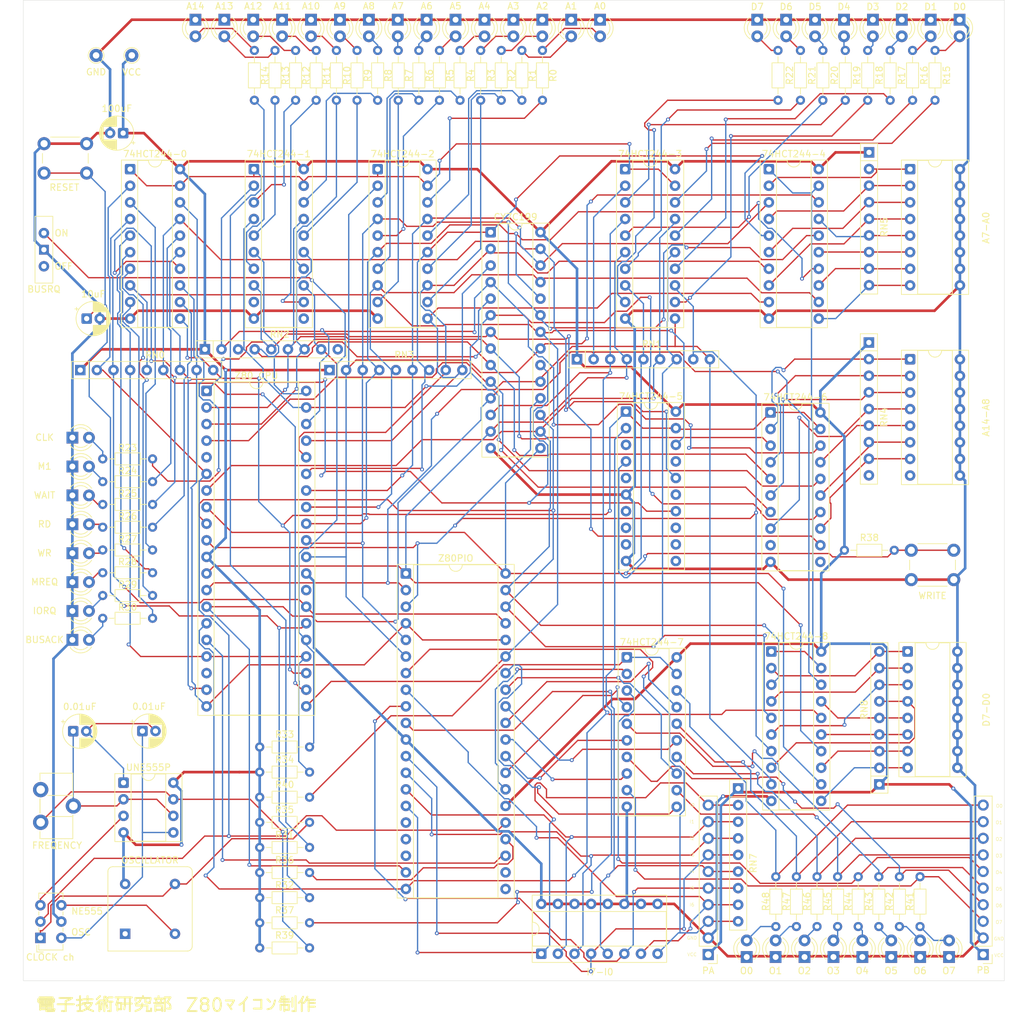
<source format=kicad_pcb>
(kicad_pcb (version 20241229) (generator "pcbnew") (generator_version "9.0")
  (layers (0 "F.Cu" signal) (2 "B.Cu" signal) (13 "F.Paste" user) (15 "B.Paste" user) (5 "F.SilkS" user "F.Silkscreen") (7 "B.SilkS" user "B.Silkscreen") (1 "F.Mask" user) (3 "B.Mask" user) (25 "Edge.Cuts" user))
  (net 0 "")
  (net 1 "Net-(A0-A)")
  (net 2 "GND")
  (net 3 "VCC")
  (net 4 "Net-(D1-A)")
  (net 5 "Net-(A1-A)")
  (net 6 "Net-(A2-A)")
  (net 7 "Net-(D2-A)")
  (net 8 "Net-(A3-A)")
  (net 9 "Net-(D3-A)")
  (net 10 "Net-(D4-A)")
  (net 11 "Net-(A4-A)")
  (net 12 "Net-(D5-A)")
  (net 13 "Net-(A5-A)")
  (net 14 "Net-(A6-A)")
  (net 15 "Net-(D6-A)")
  (net 16 "Net-(D7-A)")
  (net 17 "Net-(A7-A)")
  (net 18 "Net-(A8-A)")
  (net 19 "Net-(RN4-R7)")
  (net 20 "Net-(RN4-R2)")
  (net 21 "Net-(RN4-R3)")
  (net 22 "Net-(RN4-R1)")
  (net 23 "Net-(RN4-R4)")
  (net 25 "Net-(RN4-R5)")
  (net 26 "Net-(RN4-R6)")
  (net 27 "Net-(A9-A)")
  (net 28 "Net-(A10-A)")
  (net 29 "Net-(A11-A)")
  (net 30 "Net-(A12-A)")
  (net 31 "Net-(A13-A)")
  (net 32 "Net-(A14-A)")
  (net 33 "Net-(U4-~{RESET})")
  (net 34 "Net-(U13-CV)")
  (net 35 "Net-(U13-GND)")
  (net 36 "Net-(U13-THR)")
  (net 37 "Net-(CLK0-A)")
  (net 38 "Net-(D0-A)")
  (net 39 "Net-(RN8-R3)")
  (net 40 "Net-(RN8-R8)")
  (net 41 "Net-(RN8-R1)")
  (net 42 "Net-(RN8-R2)")
  (net 43 "Net-(RN8-R7)")
  (net 44 "Net-(RN8-R4)")
  (net 45 "Net-(RN8-R6)")
  (net 46 "Net-(RN8-R5)")
  (net 47 "Net-(74HCT244-7-1OE)")
  (net 48 "Net-(74HCT244-7-2Y0)")
  (net 49 "Net-(74HCT244-7-1A2)")
  (net 50 "Net-(74HCT244-7-2Y3)")
  (net 51 "Net-(J2-Pin_8)")
  (net 52 "Net-(74HCT244-7-1Y1)")
  (net 53 "Net-(J2-Pin_9)")
  (net 54 "Net-(74HCT244-7-2A1)")
  (net 55 "Net-(IORQ0-A)")
  (net 56 "Net-(J2-Pin_10)")
  (net 57 "Net-(J2-Pin_6)")
  (net 58 "Net-(J2-Pin_3)")
  (net 59 "Net-(J2-Pin_7)")
  (net 60 "Net-(J2-Pin_4)")
  (net 61 "Net-(J2-Pin_5)")
  (net 62 "Net-(74HCT244-7-2A0)")
  (net 63 "Net-(74HCT244-7-1A0)")
  (net 64 "Net-(M0-A)")
  (net 65 "Net-(MREQ0-A)")
  (net 66 "Net-(U0-1Y0)")
  (net 67 "Net-(U0-1Y1)")
  (net 68 "Net-(U0-1Y2)")
  (net 69 "Net-(U0-1Y3)")
  (net 70 "Net-(U0-2Y0)")
  (net 71 "Net-(RN1-R6)")
  (net 72 "Net-(RN1-R8)")
  (net 73 "Net-(RN1-R2)")
  (net 74 "Net-(RN1-R7)")
  (net 75 "Net-(RN1-R1)")
  (net 76 "Net-(RN1-R5)")
  (net 77 "Net-(RN1-R3)")
  (net 78 "Net-(RN1-R4)")
  (net 79 "Net-(RN2-R7)")
  (net 80 "Net-(RN2-R1)")
  (net 81 "Net-(U0-2Y1)")
  (net 82 "Net-(RN2-R4)")
  (net 83 "Net-(RN2-R6)")
  (net 84 "Net-(RN2-R5)")
  (net 85 "Net-(RN2-R3)")
  (net 86 "Net-(RN2-R2)")
  (net 87 "Net-(RN3-R1)")
  (net 88 "Net-(U0-2Y2)")
  (net 89 "Net-(RN3-R3)")
  (net 90 "Net-(RN3-R2)")
  (net 91 "Net-(RN3-R5)")
  (net 92 "Net-(RN3-R4)")
  (net 93 "Net-(RN3-R6)")
  (net 94 "Net-(RN3-R7)")
  (net 95 "Net-(RN5-R4)")
  (net 96 "Net-(RN5-R1)")
  (net 97 "Net-(RN5-R7)")
  (net 98 "Net-(RN5-R8)")
  (net 99 "Net-(RN5-R2)")
  (net 100 "Net-(RN5-R5)")
  (net 101 "Net-(RN5-R3)")
  (net 102 "Net-(RN5-R6)")
  (net 103 "Net-(U0-2Y3)")
  (net 104 "Net-(U1-1Y0)")
  (net 105 "Net-(U1-1Y1)")
  (net 106 "Net-(U1-1Y2)")
  (net 107 "Net-(U1-1Y3)")
  (net 108 "Net-(U1-2Y0)")
  (net 109 "Net-(U1-2Y1)")
  (net 110 "Net-(U1-2Y2)")
  (net 111 "Net-(U2-1Y0)")
  (net 112 "Net-(U2-1Y1)")
  (net 113 "Net-(U2-1Y2)")
  (net 114 "Net-(U2-1Y3)")
  (net 115 "Net-(U2-2Y0)")
  (net 116 "Net-(U2-2Y1)")
  (net 117 "Net-(U2-2Y2)")
  (net 118 "Net-(U2-2Y3)")
  (net 119 "Net-(U3-1Y0)")
  (net 120 "Net-(U3-1Y1)")
  (net 121 "Net-(U3-1Y2)")
  (net 122 "Net-(WAIT0-A)")
  (net 123 "Net-(U3-1Y3)")
  (net 124 "Net-(RD0-A)")
  (net 125 "Net-(WR0-A)")
  (net 126 "Net-(U3-2Y0)")
  (net 127 "Net-(U3-2Y1)")
  (net 128 "Net-(U3-2Y2)")
  (net 129 "Net-(U3-2Y3)")
  (net 130 "Net-(U0-1OE)")
  (net 131 "Net-(U4-~{BUSRQ})")
  (net 132 "Net-(RN0-R3)")
  (net 133 "Net-(Y0-OUT)")
  (net 134 "Net-(74HCT244-7-2Y2)")
  (net 135 "Net-(U10-1A0)")
  (net 136 "Net-(U10-1A1)")
  (net 137 "Net-(U13-DIS)")
  (net 138 "Net-(RN0-R4)")
  (net 139 "Net-(RN0-R7)")
  (net 140 "Net-(RN0-R2)")
  (net 141 "Net-(RN0-R1)")
  (net 142 "Net-(RN0-R6)")
  (net 143 "Net-(RN0-R5)")
  (net 144 "Net-(RN0-R8)")
  (net 146 "Net-(RN3-R8)")
  (net 149 "Net-(U13-Q)")
  (net 150 "Net-(Y0-GND)")
  (net 156 "Net-(U4-~{INT})")
  (net 157 "Net-(74HCT244-7-2A2)")
  (net 158 "Net-(74HCT244-7-1Y2)")
  (net 159 "Net-(74HCT244-7-1Y0)")
  (net 160 "Net-(74HCT244-7-2A3)")
  (net 161 "Net-(74HCT244-7-1A1)")
  (net 175 "Net-(74HCT244-7-1Y3)")
  (net 176 "Net-(74HCT244-7-2Y1)")
  (net 177 "Net-(74HCT244-7-1A3)")
  (net 178 "Net-(O0-A)")
  (net 179 "Net-(O1-A)")
  (net 180 "Net-(O2-A)")
  (net 181 "Net-(O3-A)")
  (net 182 "Net-(O4-A)")
  (net 183 "Net-(O5-A)")
  (net 184 "Net-(BUSACK0-A)")
  (net 185 "Net-(O6-A)")
  (net 186 "Net-(O7-A)")
  (net 187 "Net-(Z80PIO0-IEI)")
  (footprint "Resistor_THT:R_Axial_DIN0204_L3.6mm_D1.6mm_P7.62mm_Horizontal" (layer "F.Cu") (at 74.47 34.29 -90)
    (property "Reference" "R10")
    (property "Value" "4.7k")
  )
  (footprint "Resistor_THT:R_Axial_DIN0204_L3.6mm_D1.6mm_P7.62mm_Horizontal" (layer "F.Cu") (at 38.735 114.191143)
    (property "Reference" "R28")
    (property "Value" "4.7k")
  )
  (footprint "LED_THT:LED_D3.0mm" (layer "F.Cu") (at 34.095 120.0388)
    (property "Reference" "IORQ")
    (property "Value" "LED")
  )
  (footprint "Resistor_THT:R_Axial_DIN0204_L3.6mm_D1.6mm_P7.62mm_Horizontal" (layer "F.Cu") (at 38.735 121.158)
    (property "Reference" "R30")
    (property "Value" "4.7k")
  )
  (footprint "Button_Switch_THT:SW_Slide-03_Wuerth-WS-SLTV_10x2.5x6.4_P2.54mm" (layer "F.Cu") (at 29.7434 64.77 -90)
    (property "Reference" "BUSRQ")
    (property "Value" "SW_DIP_x01")
  )
  (footprint "Resistor_THT:R_Array_SIP9" (layer "F.Cu") (at 135.89 147.193 -90)
    (property "Reference" "RN7")
    (property "Value" "4.7k")
  )
  (footprint "Capacitor_THT:CP_Radial_D5.0mm_P2.00mm" (layer "F.Cu") (at 41.8592 46.9392 180)
    (property "Reference" "100uF")
    (property "Value" "100u")
  )
  (footprint "Resistor_THT:R_Array_SIP9" (layer "F.Cu") (at 54.356 80.01)
    (property "Reference" "RN2")
    (property "Value" "4.7k")
  )
  (footprint "Resistor_THT:R_Array_SIP9" (layer "F.Cu") (at 155.8798 78.9686 -90)
    (property "Reference" "RN4")
    (property "Value" "4.7k")
  )
  (footprint "Resistor_THT:R_Axial_DIN0204_L3.6mm_D1.6mm_P7.62mm_Horizontal" (layer "F.Cu") (at 154.25 168.31 90)
    (property "Reference" "R44")
    (property "Value" "4.7k")
  )
  (footprint "Resistor_THT:R_Axial_DIN0204_L3.6mm_D1.6mm_P7.62mm_Horizontal" (layer "F.Cu") (at 68.224 34.29 -90)
    (property "Reference" "R12")
    (property "Value" "4.7k")
  )
  (footprint "Capacitor_THT:CP_Radial_D5.0mm_P2.00mm" (layer "F.Cu") (at 44.8056 138.4046)
    (property "Reference" "0.01uF")
    (property "Value" "0.01u")
  )
  (footprint "Capacitor_THT:CP_Radial_D5.0mm_P2.00mm" (layer "F.Cu") (at 36.2813 75.311)
    (property "Reference" "10uF")
    (property "Value" "10uF")
  )
  (footprint "LED_THT:LED_D3.0mm" (layer "F.Cu") (at 34.095 97.9388)
    (property "Reference" "M1")
    (property "Value" "LED")
  )
  (footprint "LED_THT:LED_D3.0mm" (layer "F.Cu") (at 165.331 29.591 -90)
    (property "Reference" "D1")
    (property "Value" "LED")
  )
  (footprint "LED_THT:LED_D3.0mm" (layer "F.Cu") (at 105.945 29.591 -90)
    (property "Reference" "A2")
    (property "Value" "LED")
  )
  (footprint "Resistor_THT:R_Axial_DIN0204_L3.6mm_D1.6mm_P7.62mm_Horizontal" (layer "F.Cu") (at 141.65 168.31 90)
    (property "Reference" "R48")
    (property "Value" "4.7k")
  )
  (footprint "LED_THT:LED_D3.0mm" (layer "F.Cu") (at 146.04 172.97 90)
    (property "Reference" "O2")
    (property "Value" "LED")
  )
  (footprint "Resistor_THT:R_Axial_DIN0204_L3.6mm_D1.6mm_P7.62mm_Horizontal" (layer "F.Cu") (at 38.735 107.224286)
    (property "Reference" "R26")
    (property "Value" "4.7k")
  )
  (footprint "Package_DIP:DIP-20_W7.62mm_Socket" (layer "F.Cu") (at 118.745 89.535)
    (property "Reference" "74HCT244-5")
    (property "Value" "74HCT244")
  )
  (footprint "Resistor_THT:R_Axial_DIN0204_L3.6mm_D1.6mm_P7.62mm_Horizontal" (layer "F.Cu") (at 99.67 34.29 -90)
    (property "Reference" "R2")
    (property "Value" "4.7k")
  )
  (footprint "Resistor_THT:R_Array_SIP9" (layer "F.Cu") (at 111.252 81.534)
    (property "Reference" "RN1")
    (property "Value" "4.7k")
  )
  (footprint "Resistor_THT:R_Axial_DIN0204_L3.6mm_D1.6mm_P7.62mm_Horizontal" (layer "F.Cu") (at 83.92 34.29 -90)
    (property "Reference" "R7")
    (property "Value" "4.7k")
  )
  (footprint "Connector_PinHeader_2.54mm:PinHeader_1x10_P2.54mm_Vertical" (layer "F.Cu") (at 173.355 172.593 180)
    (property "Reference" "PB")
    (property "Value" "Conn_01x10_Pin")
  )
  (footprint "LED_THT:LED_D3.0mm" (layer "F.Cu") (at 159.3 172.97 90)
    (property "Reference" "O5")
    (property "Value" "LED")
  )
  (footprint "LED_THT:LED_D3.0mm" (layer "F.Cu") (at 34.095 115.6188)
    (property "Reference" "MREQ")
    (property "Value" "LED")
  )
  (footprint "Package_DIP:DIP-20_W7.62mm_Socket" (layer "F.Cu") (at 61.849 52.451)
    (property "Reference" "74HCT244-1")
    (property "Value" "74HCT244")
  )
  (footprint "Resistor_THT:R_Axial_DIN0204_L3.6mm_D1.6mm_P7.62mm_Horizontal" (layer "F.Cu") (at 105.97 34.29 -90)
    (property "Reference" "R0")
    (property "Value" "4.7k")
  )
  (footprint "Resistor_THT:R_Axial_DIN0204_L3.6mm_D1.6mm_P7.62mm_Horizontal" (layer "F.Cu") (at 38.735 100.257429)
    (property "Reference" "R24")
    (property "Value" "4.7k")
  )
  (footprint "Resistor_THT:R_Array_SIP9" (layer "F.Cu") (at 35.306 83.185)
    (property "Reference" "RN0")
    (property "Value" "4.7k")
  )
  (footprint "Resistor_THT:R_Axial_DIN0204_L3.6mm_D1.6mm_P7.62mm_Horizontal" (layer "F.Cu") (at 160.55 168.31 90)
    (property "Reference" "R42")
    (property "Value" "4.7k")
  )
  (footprint "Connector_PinHeader_2.54mm:PinHeader_1x10_P2.54mm_Vertical" (layer "F.Cu") (at 131.318 172.593 180)
    (property "Reference" "PA")
    (property "Value" "Conn_01x10_Pin")
  )
  (footprint "LED_THT:LED_D3.0mm" (layer "F.Cu") (at 154.88 172.97 90)
    (property "Reference" "O4")
    (property "Value" "LED")
  )
  (footprint "LED_THT:LED_D3.0mm" (layer "F.Cu") (at 168.14 172.97 90)
    (property "Reference" "O7")
    (property "Value" "LED")
  )
  (footprint "LED_THT:LED_D3.0mm" (layer "F.Cu") (at 34.095 102.3588)
    (property "Reference" "WAIT")
    (property "Value" "LED")
  )
  (footprint "Resistor_THT:R_Axial_DIN0204_L3.6mm_D1.6mm_P7.62mm_Horizontal" (layer "F.Cu") (at 102.82 34.29 -90)
    (property "Reference" "R1")
    (property "Value" "4.7k")
  )
  (footprint "Resistor_THT:R_Axial_DIN0204_L3.6mm_D1.6mm_P7.62mm_Horizontal" (layer "F.Cu") (at 62.738 156.21)
    (property "Reference" "R31")
    (property "Value" "4.7k")
  )
  (footprint "Package_DIP:DIP-40_W15.24mm_Socket" (layer "F.Cu") (at 54.61 86.365)
    (property "Reference" "Z80 CPU")
    (property "Value" "Z80CPU")
  )
  (footprint "Resistor_THT:R_Axial_DIN0204_L3.6mm_D1.6mm_P7.62mm_Horizontal" (layer "F.Cu") (at 62.738 144.6847)
    (property "Reference" "R34")
    (property "Value" "4.7k")
  )
  (footprint "Resistor_THT:R_Axial_DIN0204_L3.6mm_D1.6mm_P7.62mm_Horizontal" (layer "F.Cu") (at 147.95 168.31 90)
    (property "Reference" "R46")
    (property "Value" "4.7k")
  )
  (footprint "Package_DIP:DIP-20_W7.62mm_Socket" (layer "F.Cu") (at 42.926 52.451)
    (property "Reference" "74HCT244-0")
    (property "Value" "74HCT244")
  )
  (footprint "LED_THT:LED_D3.0mm" (layer "F.Cu") (at 75.005 29.591 -90)
    (property "Reference" "A9")
    (property "Value" "LED")
  )
  (footprint "Resistor_THT:R_Axial_DIN0204_L3.6mm_D1.6mm_P7.62mm_Horizontal" (layer "F.Cu") (at 159.131 34.29 -90)
    (property "Reference" "R17")
    (property "Value" "4.7k")
  )
  (footprint "LED_THT:LED_D3.0mm" (layer "F.Cu") (at 147.651 29.591 -90)
    (property "Reference" "D5")
    (property "Value" "LED")
  )
  (footprint "Resistor_THT:R_Axial_DIN0204_L3.6mm_D1.6mm_P7.62mm_Horizontal" (layer "F.Cu") (at 38.735 110.707714)
    (property "Reference" "R27")
    (property "Value" "4.7k")
  )
  (footprint "Button_Switch_THT:SW_E-Switch_EG1271_SPDT" (layer "F.Cu") (at 29.21 170.0475 90)
    (property "Reference" "CLOCK ch")
    (property "Value" "SW_Slide_DPDT")
  )
  (footprint "Resistor_THT:R_Axial_DIN0204_L3.6mm_D1.6mm_P7.62mm_Horizontal" (layer "F.Cu") (at 162.56 34.29 -90)
    (property "Reference" "R16")
    (property "Value" "4.7k")
  )
  (footprint "Resistor_THT:R_Axial_DIN0204_L3.6mm_D1.6mm_P7.62mm_Horizontal" (layer "F.Cu") (at 152.14 110.75)
    (property "Reference" "R38")
    (property "Value" "4.7k")
  )
  (footprint "Package_DIP:DIP-16_W7.62mm_Socket" (layer "F.Cu") (at 161.798 126.238)
    (property "Reference" "D7-D0")
    (property "Value" "SW_DIP_x08")
  )
  (footprint "Package_DIP:DIP-20_W7.62mm_Socket" (layer "F.Cu") (at 118.618 52.451)
    (property "Reference" "74HCT244-3")
    (property "Value" "74HCT244")
  )
  (footprint "LED_THT:LED_D3.0mm" (layer "F.Cu") (at 57.325 29.591 -90)
    (property "Reference" "A13")
    (property "Value" "LED")
  )
  (footprint "LED_THT:LED_D3.0mm" (layer "F.Cu") (at 34.095 124.4588)
    (property "Reference" "BUSACK")
    (property "Value" "LED")
  )
  (footprint "LED_THT:LED_D3.0mm" (layer "F.Cu") (at 150.46 172.97 90)
    (property "Reference" "O3")
    (property "Value" "LED")
  )
  (footprint "Package_DIP:DIP-20_W7.62mm_Socket" (layer "F.Cu") (at 140.589 52.451)
    (property "Reference" "74HCT244-4")
    (property "Value" "74HCT244")
  )
  (footprint "Resistor_THT:R_Axial_DIN0204_L3.6mm_D1.6mm_P7.62mm_Horizontal" (layer "F.Cu") (at 151.1 168.31 90)
    (property "Reference" "R45")
    (property "Value" "4.7k")
  )
  (footprint "Resistor_THT:R_Axial_DIN0204_L3.6mm_D1.6mm_P7.62mm_Horizontal" (layer "F.Cu") (at 62.738 163.8935)
    (property "Reference" "R32")
    (property "Value" "4.7k")
  )
  (footprint "LED_THT:LED_D3.0mm" (layer "F.Cu") (at 92.685 29.591 -90)
    (property "Reference" "A5")
    (property "Value" "LED")
  )
  (footprint "LED_THT:LED_D3.0mm" (layer "F.Cu") (at 101.525 29.591 -90)
    (property "Reference" "A3")
    (property "Value" "LED")
  )
  (footprint "Resistor_THT:R_Array_SIP9" (layer "F.Cu") (at 157.48 146.558 90)
    (property "Reference" "RN8")
    (property "Value" "4.7k")
  )
  (footprint "LED_THT:LED_D3.0mm" (layer "F.Cu") (at 141.62 172.97 90)
    (property "Reference" "O1")
    (property "Value" "LED")
  )
  (footprint "LED_THT:LED_D3.0mm" (layer "F.Cu") (at 163.72 172.97 90)
    (property "Reference" "O6")
    (property "Value" "LED")
  )
  (footprint "Package_DIP:DIP-28_W7.62mm_Socket" (layer "F.Cu") (at 98.044 62.103)
    (property "Reference" "CY7C199")
    (property "Value" "CY7C199")
  )
  (footprint "LED_THT:LED_D3.0mm" (layer "F.Cu") (at 169.751 29.591 -90)
    (property "Reference" "D0")
    (property "Value" "LED")
  )
  (footprint "LED_THT:LED_D3.0mm" (layer "F.Cu") (at 160.911 29.591 -90)
    (property "Reference" "D2")
    (property "Value" "LED")
  )
  (footprint "Resistor_THT:R_Array_SIP9" (layer "F.Cu") (at 155.9052 49.8856 -90)
    (property "Reference" "RN5")
    (property "Value" "4.7k")
  )
  (footprint "Resistor_THT:R_Axial_DIN0204_L3.6mm_D1.6mm_P7.62mm_Horizontal" (layer "F.Cu") (at 62.738 148.5265)
    (property "Reference" "R40")
    (property "Value" "4.7k")
  )
  (footprint "Resistor_THT:R_Axial_DIN0204_L3.6mm_D1.6mm_P7.62mm_Horizontal" (layer "F.Cu") (at 93.37 34.29 -90)
    (property "Reference" "R4")
    (property "Value" "4.7k")
  )
  (footprint "Resistor_THT:R_Axial_DIN0204_L3.6mm_D1.6mm_P7.62mm_Horizontal" (layer "F.Cu") (at 62.738 160.0517)
    (property "Reference" "R36")
    (property "Value" "4.7k")
  )
  (footprint "LED_THT:LED_D3.0mm" (layer "F.Cu") (at 97.105 29.591 -90)
    (property "Reference" "A4")
    (property "Value" "LED")
  )
  (footprint "Potentiometer_THT:Potentiometer_ACP_CA9-H5_Horizontal" (layer "F.Cu") (at 29.25 147.365)
    (property "Reference" "FREQENCY")
    (property "Value" "R_Potentiometer")
  )
  (footprint "LED_THT:LED_D3.0mm" (layer "F.Cu") (at 70.585 29.591 -90)
    (property "Reference" "A10")
    (property "Value" "LED")
  )
  (footprint "Resistor_THT:R_Axial_DIN0204_L3.6mm_D1.6mm_P7.62mm_Horizontal" (layer "F.Cu") (at 144.8 168.31 90)
    (property "Reference" "R47")
    (property "Value" "4.7k")
  )
  (footprint "Resistor_THT:R_Axial_DIN0204_L3.6mm_D1.6mm_P7.62mm_Horizontal" (layer "F.Cu") (at 61.924 34.29 -90)
    (property "Reference" "R14")
    (property "Value" "4.7k")
  )
  (footprint "Capacitor_THT:CP_Radial_D5.0mm_P2.00mm" (layer "F.Cu") (at 34.2239 138.43)
    (property "Reference" "0.01uF")
    (property "Value" "0.01u")
  )
  (footprint "Resistor_THT:R_Axial_DIN0204_L3.6mm_D1.6mm_P7.62mm_Horizontal" (layer "F.Cu") (at 148.844 34.29 -90)
    (property "Reference" "R20")
    (property "Value" "4.7k")
  )
  (footprint "LED_THT:LED_D3.0mm" (layer "F.Cu") (at 110.365 29.591 -90)
    (property "Reference" "A1")
    (property "Value" "LED")
  )
  (footprint "Resistor_THT:R_Axial_DIN0204_L3.6mm_D1.6mm_P7.62mm_Horizontal" (layer "F.Cu") (at 77.62 34.29 -90)
    (property "Reference" "R9")
    (property "Value" "4.7k")
  )
  (footprint "Resistor_THT:R_Axial_DIN0204_L3.6mm_D1.6mm_P7.62mm_Horizontal" (layer "F.Cu") (at 38.735 103.740857)
    (property "Reference" "R25")
    (property "Value" "4.7k")
  )
  (footprint "LED_THT:LED_D3.0mm" (layer "F.Cu") (at 83.845 29.591 -90)
    (property "Reference" "A7")
    (property "Value" "LED")
  )
  (footprint "Package_DIP:DIP-20_W7.62mm_Socket" (layer "F.Cu") (at 140.843 89.662)
    (property "Reference" "74HCT244-6")
    (property "Value" "74HCT244")
  )
  (footprint "LED_THT:LED_D3.0mm" (layer "F.Cu") (at 156.491 29.591 -90)
    (property "Reference" "D3")
    (property "Value" "LED")
  )
  (footprint "Package_DIP:DIP-20_W7.62mm_Socket" (layer "F.Cu") (at 80.772 52.451)
    (property "Reference" "74HCT244-2")
    (property "Value" "74HCT244")
  )
  (footprint "Resistor_THT:R_Axial_DIN0204_L3.6mm_D1.6mm_P7.62mm_Horizontal" (layer "F.Cu") (at 71.374 34.29 -90)
    (property "Reference" "R11")
    (property "Value" "4.7k")
  )
  (footprint "Button_Switch_THT:SW_PUSH_6mm" (layer "F.Cu") (at 29.77 48.55)
    (property "Reference" "RESET")
    (property "Value" "SW_Push")
  )
  (footprint "Resistor_THT:R_Axial_DIN0204_L3.6mm_D1.6mm_P7.62mm_Horizontal" (layer "F.Cu") (at 62.738 140.843)
    (property "Reference" "R33")
    (property "Value" "4.7k")
  )
  (footprint "LED_THT:LED_D3.0mm" (layer "F.Cu") (at 88.265 29.591 -90)
    (property "Reference" "A6")
    (property "Value" "LED")
  )
  (footprint "Button_Switch_THT:SW_PUSH_6mm" (layer "F.Cu") (at 162.358 110.744)
    (property "Reference" "WRITE")
    (property "Value" "SW_Push")
  )
  (footprint "LED_THT:LED_D3.0mm" (layer "F.Cu") (at 52.905 29.591 -90)
    (property "Reference" "A14")
    (property "Value" "LED")
  )
  (footprint "LED_THT:LED_D3.0mm" (layer "F.Cu") (at 34.095 93.5188)
    (property "Reference" "CLK")
    (property "Value" "LED")
  )
  (footprint "LED_THT:LED_D3.0mm" (layer "F.Cu") (at 114.7826 29.591 -90)
    (property "Reference" "A0")
    (property "Value" "LED")
  )
  (footprint "Resistor_THT:R_Axial_DIN0204_L3.6mm_D1.6mm_P7.62mm_Horizontal" (layer "F.Cu") (at 152.273 34.29 -90)
    (property "Reference" "R19")
    (property "Value" "4.7k")
  )
  (footprint "LED_THT:LED_D3.0mm" (layer "F.Cu") (at 79.425 29.591 -90)
    (property "Reference" "A8")
    (property "Value" "LED")
  )
  (footprint "Resistor_THT:R_Axial_DIN0204_L3.6mm_D1.6mm_P7.62mm_Horizontal" (layer "F.Cu") (at 141.986 34.29 -90)
    (property "Reference" "R22")
    (property "Value" "4.7k")
  )
  (footprint "Resistor_THT:R_Axial_DIN0204_L3.6mm_D1.6mm_P7.62mm_Horizontal" (layer "F.Cu") (at 38.735 117.674571)
    (property "Reference" "R29")
    (property "Value" "4.7k")
  )
  (footprint "LED_THT:LED_D3.0mm" (layer "F.Cu") (at 66.165 29.591 -90)
    (property "Reference" "A11")
    (property "Value" "LED")
  )
  (footprint "Resistor_THT:R_Axial_DIN0204_L3.6mm_D1.6mm_P7.62mm_Horizontal" (layer "F.Cu") (at 90.22 34.29 -90)
    (property "Reference" "R5")
    (property "Value" "4.7k")
  )
  (footprint "LED_THT:LED_D3.0mm" (layer "F.Cu") (at 34.095 111.1988)
    (property "Reference" "WR")
    (property "Value" "LED")
  )
  (footprint "Package_DIP:DIP-40_W15.24mm_Socket" (layer "F.Cu") (at 85.09 114.305)
    (property "Reference" "Z80PIO")
    (property "Value" "Z8420")
  )
  (footprint "LED_THT:LED_D3.0mm" (layer "F.Cu") (at 137.2 172.97 90)
    (property "Reference" "O0")
    (property "Value" "LED")
  )
  (footprint "TestPoint:TestPoint_THTPad_D2.0mm_Drill1.0mm" (layer "F.Cu") (at 37.72 35.052 -90)
    (property "Reference" "GND")
    (property "Value" "GND")
  )
  (footprint "Resistor_THT:R_Axial_DIN0204_L3.6mm_D1.6mm_P7.62mm_Horizontal" (layer "F.Cu") (at 87.07 34.29 -90)
    (property "Reference" "R6")
    (property "Value" "4.7k")
  )
  (footprint "Resistor_THT:R_Axial_DIN0204_L3.6mm_D1.6mm_P7.62mm_Horizontal" (layer "F.Cu") (at 65.074 34.29 -90)
    (property "Reference" "R13")
    (property "Value" "4.7k")
  )
  (footprint "LED_THT:LED_D3.0mm" (layer "F.Cu") (at 61.745 29.591 -90)
    (property "Reference" "A12")
    (property "Value" "LED")
  )
  (footprint "Resistor_THT:R_Axial_DIN0204_L3.6mm_D1.6mm_P7.62mm_Horizontal" (layer "F.Cu") (at 145.415 34.29 -90)
    (property "Reference" "R21")
    (property "Value" "4.7k")
  )
  (footprint "Resistor_THT:R_Axial_DIN0204_L3.6mm_D1.6mm_P7.62mm_Horizontal" (layer "F.Cu") (at 70.358 152.3682 180)
    (property "Reference" "R35")
    (property "Value" "330")
  )
  (footprint "Package_DIP:DIP-8_W7.62mm_Socket" (layer "F.Cu") (at 41.915 146.304)
    (property "Reference" "UNE555P")
    (property "Value" "NE555P")
  )
  (footprint "Resistor_THT:R_Axial_DIN0204_L3.6mm_D1.6mm_P7.62mm_Horizontal" (layer "F.Cu") (at 155.702 34.29 -90)
    (property "Reference" "R18")
    (property "Value" "4.7k")
  )
  (footprint "Package_DIP:DIP-20_W7.62mm_Socket" (layer "F.Cu") (at 140.97 126.238)
    (property "Reference" "74HCT244-8")
    (property "Value" "74HCT244")
  )
  (footprint "Resistor_THT:R_Axial_DIN0204_L3.6mm_D1.6mm_P7.62mm_Horizontal" (layer "F.Cu") (at 157.4 168.31 90)
    (property "Reference" "R43")
    (property "Value" "4.7k")
  )
  (footprint "Resistor_THT:R_Array_SIP9" (layer "F.Cu") (at 73.406 83.185)
    (property "Reference" "RN3")
    (property "Value" "4.7k")
  )
  (footprint "LED_THT:LED_D3.0mm" (layer "F.Cu") (at 138.811 29.591 -90)
    (property "Reference" "D7")
    (property "Value" "LED")
  )
  (footprint "Oscillator:Oscillator_DIP-8" (layer "F.Cu") (at 42.164 169.418)
    (property "Reference" "OSCILLATOR")
    (property "Value" "CXO_DIP8")
  )
  (footprint "Resistor_THT:R_Axial_DIN0204_L3.6mm_D1.6mm_P7.62mm_Horizontal" (layer "F.Cu") (at 62.738 167.7352)
    (property "Reference" "R37")
    (property "Value" "4.7k")
  )
  (footprint "TestPoint:TestPoint_THTPad_D2.0mm_Drill1.0mm" (layer "F.Cu") (at 43.18 35.052 -90)
    (property "Reference" "VCC")
    (property "Value" "VCC")
  )
  (footprint "Package_DIP:DIP-16_W7.62mm_Socket" (layer "F.Cu") (at 162.179 52.451)
    (property "Reference" "A7-A0")
    (property "Value" "SW_DIP_x08")
  )
  (footprint "Resistor_THT:R_Axial_DIN0204_L3.6mm_D1.6mm_P7.62mm_Horizontal" (layer "F.Cu") (at 165.989 34.29 -90)
    (property "Reference" "R15")
    (property "Value" "4.7k")
  )
  (footprint "Resistor_THT:R_Axial_DIN0204_L3.6mm_D1.6mm_P7.62mm_Horizontal" (layer "F.Cu") (at 38.735 96.774)
    (property "Reference" "R23")
    (property "Value" "4.7k")
  )
  (footprint "Package_DIP:DIP-16_W7.62mm_Socket" (layer "F.Cu") (at 162.179 81.534)
    (property "Reference" "A14-A8")
    (property "Value" "SW_DIP_x08")
  )
  (footprint "Resistor_THT:R_Axial_DIN0204_L3.6mm_D1.6mm_P7.62mm_Horizontal" (layer "F.Cu") (at 80.77 34.29 -90)
    (property "Reference" "R8")
    (property "Value" "4.7k")
  )
  (footprint "Resistor_THT:R_Axial_DIN0204_L3.6mm_D1.6mm_P7.62mm_Horizontal" (layer "F.Cu") (at 96.52 34.29 -90)
    (property "Reference" "R3")
    (property "Value" "4.7k")
  )
  (footprint "Package_DIP:DIP-20_W7.62mm_Socket" (layer "F.Cu") (at 118.872 127.127)
    (property "Reference" "74HCT244-7")
    (property "Value" "74HCT244")
  )
  (footprint "Resistor_THT:R_Axial_DIN0204_L3.6mm_D1.6mm_P7.62mm_Horizontal" (layer "F.Cu") (at 62.738 171.577)
    (property "Reference" "R39")
    (property "Value" "10k")
  )
  (footprint "LED_THT:LED_D3.0mm" (layer "F.Cu") (at 152.071 29.591 -90)
    (property "Reference" "D4")
    (property "Value" "LED")
  )
  (footprint "Package_DIP:DIP-16_W7.62mm_Socket" (layer "F.Cu") (at 105.791 172.466 90)
    (property "Reference" "I7-I0")
    (property "Value" "SW_DIP_x08")
  )
  (footprint "LED_THT:LED_D3.0mm" (layer "F.Cu") (at 143.231 29.591 -90)
    (property "Reference" "D6")
    (property "Value" "LED")
  )
  (footprint "Resistor_THT:R_Axial_DIN0204_L3.6mm_D1.6mm_P7.62mm_Horizontal" (layer "F.Cu") (at 163.7 168.31 90)
    (property "Reference" "R41")
    (property "Value" "4.7k")
  )
  (footprint "LED_THT:LED_D3.0mm" (layer "F.Cu") (at 34.095 106.7788)
    (property "Reference" "RD")
    (property "Value" "LED")
  )
  (gr_rect (start 26.6 26.6) (end 176.6 176.6) (stroke (width 0.05)) (fill no) (layer "Edge.Cuts"))
  (gr_text "I7" (at 128.8288 167.513 0) (layer "F.SilkS") (effects (font (size 0.5 0.5))))
  (gr_text "O0" (at 175.8188 149.86 0) (layer "F.SilkS") (effects (font (size 0.5 0.5))))
  (gr_text "O6" (at 175.768 165.1 0) (layer "F.SilkS") (effects (font (size 0.5 0.5))))
  (gr_text "VCC" (at 175.768 172.72 0) (layer "F.SilkS") (effects (font (size 0.5 0.5))))
  (gr_text "O3" (at 175.768 157.48 0) (layer "F.SilkS") (effects (font (size 0.5 0.5))))
  (gr_text "O7" (at 175.768 167.64 0) (layer "F.SilkS") (effects (font (size 0.5 0.5))))
  (gr_text "I2" (at 128.8288 154.813 0) (layer "F.SilkS") (effects (font (size 0.5 0.5))))
  (gr_text "I0" (at 128.8796 149.733 0) (layer "F.SilkS") (effects (font (size 0.5 0.5))))
  (gr_text "電子技術研究部　Z80マイコン制作" (at 28.5 181.5 0) (layer "F.SilkS") (effects (font (size 2 2) (thickness 0.3)) (justify left bottom)))
  (gr_text "ON\n" (at 32.4358 62.23 0) (layer "F.SilkS") (effects (font (size 1 1))))
  (gr_text "VCC" (at 128.8288 172.593 0) (layer "F.SilkS") (effects (font (size 0.5 0.5))))
  (gr_text "O1" (at 175.768 152.4 0) (layer "F.SilkS") (effects (font (size 0.5 0.5))))
  (gr_text "I1" (at 128.8288 152.273 0) (layer "F.SilkS") (effects (font (size 0.5 0.5))))
  (gr_text "GND" (at 128.8288 170.053 0) (layer "F.SilkS") (effects (font (size 0.5 0.5))))
  (gr_text "I3" (at 128.8288 157.353 0) (layer "F.SilkS") (effects (font (size 0.5 0.5))))
  (gr_text "I4" (at 128.8288 159.893 0) (layer "F.SilkS") (effects (font (size 0.5 0.5))))
  (gr_text "GND" (at 175.768 170.18 0) (layer "F.SilkS") (effects (font (size 0.5 0.5))))
  (gr_text "OSC" (at 35.433 169.164 0) (layer "F.SilkS") (effects (font (size 1 1))))
  (gr_text "O2" (at 175.768 154.94 0) (layer "F.SilkS") (effects (font (size 0.5 0.5))))
  (gr_text "NE555" (at 36.3474 165.9636 0) (layer "F.SilkS") (effects (font (size 1 1))))
  (gr_text "I6" (at 128.8288 164.973 0) (layer "F.SilkS") (effects (font (size 0.5 0.5))))
  (gr_text "OFF" (at 32.766 67.31 0) (layer "F.SilkS") (effects (font (size 1 1))))
  (gr_text "O5" (at 175.768 162.56 0) (layer "F.SilkS") (effects (font (size 0.5 0.5))))
  (gr_text "I5" (at 128.8288 162.433 0) (layer "F.SilkS") (effects (font (size 0.5 0.5))))
  (gr_text "O4" (at 175.768 160.02 0) (layer "F.SilkS") (effects (font (size 0.5 0.5))))
  (segment (start 105.97 34.29) (end 109.338 30.922) (width 0.2) (layer "F.Cu") (net 1))
  (segment (start 109.338 30.922) (end 113.5736 30.922) (width 0.2) (layer "F.Cu") (net 1))
  (segment (start 113.5736 30.922) (end 114.7826 32.131) (width 0.2) (layer "F.Cu") (net 1))
  (segment (start 79.571 74.11) (end 80.772 75.311) (width 0.4) (layer "F.Cu") (net 2))
  (segment (start 123.571 164.846) (end 126.111 164.846) (width 0.4) (layer "F.Cu") (net 2))
  (segment (start 141.79 74.11) (end 165.92 74.11) (width 0.4) (layer "F.Cu") (net 2))
  (segment (start 134.29 172.847) (end 137.133 172.847) (width 0.4) (layer "F.Cu") (net 2))
  (segment (start 138.811 29.591) (end 143.231 29.591) (width 0.2) (layer "F.Cu") (net 2))
  (segment (start 140.266 148.394) (end 140.97 149.098) (width 0.4) (layer "F.Cu") (net 2))
  (segment (start 131.496 170.053) (end 134.29 172.847) (width 0.4) (layer "F.Cu") (net 2))
  (segment (start 118.618 75.311) (end 119.819 74.11) (width 0.4) (layer "F.Cu") (net 2))
  (segment (start 44.127 74.11) (end 60.648 74.11) (width 0.4) (layer "F.Cu") (net 2))
  (segment (start 133.586 148.394) (end 140.266 148.394) (width 0.4) (layer "F.Cu") (net 2))
  (segment (start 61.745 29.591) (end 66.165 29.591) (width 0.2) (layer "F.Cu") (net 2))
  (segment (start 63.05 74.11) (end 79.571 74.11) (width 0.4) (layer "F.Cu") (net 2))
  (segment (start 88.265 29.591) (end 92.685 29.591) (width 0.2) (layer "F.Cu") (net 2))
  (segment (start 143.565 115.244) (end 140.843 112.522) (width 0.4) (layer "F.Cu") (net 2))
  (segment (start 101.525 29.591) (end 105.945 29.591) (width 0.2) (layer "F.Cu") (net 2))
  (segment (start 118.5196 164.846) (end 118.6044 164.846) (width 0.4) (layer "F.Cu") (net 2))
  (segment (start 79.425 29.591) (end 83.845 29.591) (width 0.2) (layer "F.Cu") (net 2))
  (segment (start 52.905 29.591) (end 43.181 29.591) (width 0.4) (layer "F.Cu") (net 2))
  (segment (start 131.318 170.053) (end 131.496 170.053) (width 0.4) (layer "F.Cu") (net 2))
  (segment (start 139.388 74.11) (end 140.589 75.311) (width 0.4) (layer "F.Cu") (net 2))
  (segment (start 119.819 74.11) (end 139.388 74.11) (width 0.4) (layer "F.Cu") (net 2))
  (segment (start 137.133 172.847) (end 168.073 172.847) (width 0.4) (layer "F.Cu") (net 2))
  (segment (start 97.105 29.591) (end 92.685 29.591) (width 0.2) (layer "F.Cu") (net 2))
  (segment (start 143.231 29.591) (end 147.651 29.591) (width 0.2) (layer "F.Cu") (net 2))
  (segment (start 75.005 29.591) (end 79.425 29.591) (width 0.2) (layer "F.Cu") (net 2))
  (segment (start 38.2813 75.311) (end 42.926 75.311) (width 0.4) (layer "F.Cu") (net 2))
  (segment (start 169.751 29.591) (end 52.905 29.591) (width 0.4) (layer "F.Cu") (net 2))
  (segment (start 97.105 29.591) (end 101.525 29.591) (width 0.2) (layer "F.Cu") (net 2))
  (segment (start 114.7826 29.591) (end 110.365 29.591) (width 0.2) (layer "F.Cu") (net 2))
  (segment (start 115.951 164.846) (end 113.411 164.846) (width 0.2) (layer "F.Cu") (net 2))
  (segment (start 173.355 170.053) (end 173.076 170.053) (width 0.4) (layer "F.Cu") (net 2))
  (segment (start 60.648 74.11) (end 61.849 75.311) (width 0.4) (layer "F.Cu") (net 2))
  (segment (start 140.843 112.522) (end 139.769 113.596) (width 0.4) (layer "F.Cu") (net 2))
  (segment (start 113.411 164.846) (end 110.871 164.846) (width 0.2) (layer "F.Cu") (net 2))
  (segment (start 119.946 113.596) (end 118.745 112.395) (width 0.4) (layer "F.Cu") (net 2))
  (segment (start 75.005 29.591) (end 70.585 29.591) (width 0.2) (layer "F.Cu") (net 2))
  (segment (start 118.6044 164.846) (end 123.571 164.846) (width 0.4) (layer "F.Cu") (net 2))
  (segment (start 173.076 170.053) (end 170.282 172.847) (width 0.4) (layer "F.Cu") (net 2))
  (segment (start 140.589 75.311) (end 141.79 74.11) (width 0.4) (layer "F.Cu") (net 2))
  (segment (start 139.769 113.596) (end 119.946 113.596) (width 0.4) (layer "F.Cu") (net 2))
  (segment (start 118.745 102.235) (end 105.156 102.235) (width 0.4) (layer "F.Cu") (net 2))
  (segment (start 170.282 172.847) (end 168.073 172.847) (width 0.4) (layer "F.Cu") (net 2))
  (segment (start 133.579 148.387) (end 133.586 148.394) (width 0.4) (layer "F.Cu") (net 2))
  (segment (start 160.911 29.591) (end 165.331 29.591) (width 0.2) (layer "F.Cu") (net 2))
  (segment (start 126.111 164.846) (end 131.318 170.053) (width 0.4) (layer "F.Cu") (net 2))
  (segment (start 42.926 75.311) (end 44.127 74.11) (width 0.4) (layer "F.Cu") (net 2))
  (segment (start 159.233 172.847) (end 154.813 172.847) (width 0.2) (layer "F.Cu") (net 2))
  (segment (start 43.181 29.591) (end 37.72 35.052) (width 0.4) (layer "F.Cu") (net 2))
  (segment (start 108.331 164.846) (end 105.791 164.846) (width 0.2) (layer "F.Cu") (net 2))
  (segment (start 121.031 164.846) (end 118.6044 164.846) (width 0.2) (layer "F.Cu") (net 2))
  (segment (start 70.585 29.591) (end 66.165 29.591) (width 0.2) (layer "F.Cu") (net 2))
  (segment (start 105.156 102.235) (end 98.044 95.123) (width 0.4) (layer "F.Cu") (net 2))
  (segment (start 141.553 172.847) (end 145.973 172.847) (width 0.2) (layer "F.Cu") (net 2))
  (segment (start 61.745 29.591) (end 57.325 29.591) (width 0.2) (layer "F.Cu") (net 2))
  (segment (start 162.358 115.244) (end 168.858 115.244) (width 0.4) (layer "F.Cu") (net 2))
  (segment (start 37.8808 46.9392) (end 36.27 48.55) (width 0.4) (layer "F.Cu") (net 2))
  (segment (start 36.27 48.55) (end 29.77 48.55) (width 0.4) (layer "F.Cu") (net 2))
  (segment (start 156.491 29.591) (end 152.071 29.591) (width 0.2) (layer "F.Cu") (net 2))
  (segment (start 39.8592 46.9392) (end 37.8808 46.9392) (width 0.4) (layer "F.Cu") (net 2))
  (segment (start 118.5196 164.846) (end 118.491 164.846) (width 0.2) (layer "F.Cu") (net 2))
  (segment (start 165.92 74.11) (end 169.799 70.231) (width 0.4) (layer "F.Cu") (net 2))
  (segment (start 105.791 164.846) (end 118.5196 164.846) (width 0.4) (layer "F.Cu") (net 2))
  (segment (start 162.358 115.244) (end 143.565 115.244) (width 0.4) (layer "F.Cu") (net 2))
  (segment (start 61.849 75.311) (end 63.05 74.11) (width 0.4) (layer "F.Cu") (net 2))
  (segment (start 163.653 172.847) (end 168.073 172.847) (width 0.2) (layer "F.Cu") (net 2))
  (via (at 133.579 148.387) (size 0.6) (drill 0.3) (layers "F.Cu" "B.Cu") (net 2))
  (segment (start 118.872 164.465) (end 118.491 164.846) (width 0.4) (layer "B.Cu") (net 2))
  (segment (start 169.418 126.238) (end 169.418 144.018) (width 0.4) (layer "B.Cu") (net 2))
  (segment (start 118.745 102.235) (end 120.073 100.907) (width 0.4) (layer "B.Cu") (net 2))
  (segment (start 169.799 62.611) (end 169.799 65.151) (width 0.2) (layer "B.Cu") (net 2))
  (segment (start 118.872 149.987) (end 118.872 164.465) (width 0.4) (layer "B.Cu") (net 2))
  (segment (start 34.095 106.7788) (end 34.095 111.1988) (width 0.4) (layer "B.Cu") (net 2))
  (segment (start 169.418 131.318) (end 169.418 128.778) (width 0.2) (layer "B.Cu") (net 2))
  (segment (start 169.418 144.018) (end 172.104 146.704) (width 0.4) (layer "B.Cu") (net 2))
  (segment (start 169.799 60.071) (end 169.799 57.531) (width 0.2) (layer "B.Cu") (net 2))
  (segment (start 39.8592 37.1912) (end 39.8592 46.9392) (width 0.4) (layer "B.Cu") (net 2))
  (segment (start 169.799 67.691) (end 169.799 65.151) (width 0.2) (layer "B.Cu") (net 2))
  (segment (start 118.745 102.235) (end 119.946 103.436) (width 0.4) (layer "B.Cu") (net 2))
  (segment (start 169.418 138.938) (end 169.418 136.398) (width 0.2) (layer "B.Cu") (net 2))
  (segment (start 169.799 86.614) (end 169.799 84.074) (width 0.2) (layer "B.Cu") (net 2))
  (segment (start 170.599 113.503) (end 168.858 115.244) (width 0.4) (layer "B.Cu") (net 2))
  (segment (start 133.579 148.387) (end 132.639 149.327) (width 0.4) (layer "B.Cu") (net 2))
  (segment (start 99.129 153.744) (end 100.827 153.744) (width 0.4) (layer "B.Cu") (net 2))
  (segment (start 105.791 158.708) (end 105.791 164.846) (width 0.4) (layer "B.Cu") (net 2))
  (segment (start 169.799 81.534) (end 169.799 84.074) (width 0.2) (layer "B.Cu") (net 2))
  (segment (start 34.095 124.4588) (end 34.095 124.459) (width 0.4) (layer "B.Cu") (net 2))
  (segment (start 29.7434 64.77) (end 38.2813 73.3079) (width 0.4) (layer "B.Cu") (net 2))
  (segment (start 171.052 51.198) (end 169.799 52.451) (width 0.4) (layer "B.Cu") (net 2))
  (segment (start 34.095 93.5188) (end 34.095 106.7788) (width 0.4) (layer "B.Cu") (net 2))
  (segment (start 85.09 139.705) (end 99.129 153.744) (width 0.4) (layer "B.Cu") (net 2))
  (segment (start 119.946 103.436) (end 119.946 111.194) (width 0.4) (layer "B.Cu") (net 2))
  (segment (start 38.2813 75.311) (end 38.2813 76.4424) (width 0.4) (layer "B.Cu") (net 2))
  (segment (start 169.418 141.478) (end 169.418 138.938) (width 0.2) (layer "B.Cu") (net 2))
  (segment (start 38.2813 73.3079) (end 38.2813 75.311) (width 0.4) (layer "B.Cu") (net 2))
  (segment (start 169.418 126.238) (end 169.418 115.804) (width 0.4) (layer "B.Cu") (net 2))
  (segment (start 169.799 52.451) (end 169.799 99.314) (width 0.4) (layer "B.Cu") (net 2))
  (segment (start 169.418 115.804) (end 168.858 115.244) (width 0.4) (layer "B.Cu") (net 2))
  (segment (start 169.799 91.694) (end 169.799 89.154) (width 0.2) (layer "B.Cu") (net 2))
  (segment (start 172.104 168.802) (end 173.355 170.053) (width 0.4) (layer "B.Cu") (net 2))
  (segment (start 100.827 153.744) (end 105.791 158.708) (width 0.4) (layer "B.Cu") (net 2))
  (segment (start 120.073 100.907) (end 120.073 76.766) (width 0.4) (layer "B.Cu") (net 2))
  (segment (start 34.095 111.1988) (end 34.095 124.4588) (width 0.4) (layer "B.Cu") (net 2))
  (segment (start 34.095 124.459) (end 31.209 127.345) (width 0.4) (layer "B.Cu") (net 2))
  (segment (start 169.799 96.774) (end 169.799 94.234) (width 0.2) (layer "B.Cu") (net 2))
  (segment (start 32.4098 167.5477) (end 32.41 167.548) (width 0.4) (layer "B.Cu") (net 2))
  (segment (start 171.052 30.892) (end 171.052 51.198) (width 0.4) (layer "B.Cu") (net 2))
  (segment (start 69.85 114.305) (end 71.051 115.506) (width 0.4) (layer "B.Cu") (net 2))
  (segment (start 172.104 146.704) (end 172.104 168.802) (width 0.4) (layer "B.Cu") (net 2))
  (segment (start 37.72 35.052) (end 39.8592 37.1912) (width 0.4) (layer "B.Cu") (net 2))
  (segment (start 31.209 127.345) (end 31.209 166.346) (width 0.4) (layer "B.Cu") (net 2))
  (segment (start 132.639 149.327) (end 132.639 168.732) (width 0.4) (layer "B.Cu") (net 2))
  (segment (start 169.799 54.991) (end 169.799 57.531) (width 0.2) (layer "B.Cu") (net 2))
  (segment (start 169.751 29.591) (end 171.052 30.892) (width 0.4) (layer "B.Cu") (net 2))
  (segment (start 120.073 76.766) (end 118.618 75.311) (width 0.4) (layer "B.Cu") (net 2))
  (segment (start 169.799 99.314) (end 170.599 100.114) (width 0.4) (layer "B.Cu") (net 2))
  (segment (start 132.639 168.732) (end 131.318 170.053) (width 0.4) (layer "B.Cu") (net 2))
  (segment (start 29.77 48.55) (end 28.369 49.951) (width 0.4) (layer "B.Cu") (net 2))
  (segment (start 34.095 80.6287) (end 34.095 93.5188) (width 0.4) (layer "B.Cu") (net 2))
  (segment (start 71.051 125.666) (end 85.09 139.705) (width 0.4) (layer "B.Cu") (net 2))
  (segment (start 28.369 49.951) (end 28.369 63.3956) (width 0.4) (layer "B.Cu") (net 2))
  (segment (start 119.946 111.194) (end 118.745 112.395) (width 0.4) (layer "B.Cu") (net 2))
  (segment (start 31.209 166.346) (end 32.4098 167.5477) (width 0.4) (layer "B.Cu") (net 2))
  (segment (start 38.2813 76.4424) (end 34.095 80.6287) (width 0.4) (layer "B.Cu") (net 2))
  (segment (start 28.369 63.3956) (end 29.7434 64.77) (width 0.4) (layer "B.Cu") (net 2))
  (segment (start 32.41 167.5475) (end 32.4098 167.5477) (width 0.2) (layer "B.Cu") (net 2))
  (segment (start 71.051 115.506) (end 71.051 125.666) (width 0.4) (layer "B.Cu") (net 2))
  (segment (start 170.599 100.114) (end 170.599 113.503) (width 0.4) (layer "B.Cu") (net 2))
  (segment (start 128.582 125.037) (end 126.492 127.127) (width 0.4) (layer "F.Cu") (net 3))
  (segment (start 87.191 51.25) (end 88.392 52.451) (width 0.4) (layer "F.Cu") (net 3))
  (segment (start 51.1542 144.685) (end 49.535 146.304) (width 0.4) (layer "F.Cu") (net 3))
  (segment (start 62.7377 144.685) (end 62.738 144.6847) (width 0.2) (layer "F.Cu") (net 3))
  (segment (start 54.356 80.01) (end 57.531 83.185) (width 0.4) (layer "F.Cu") (net 3))
  (segment (start 50.7746 155.804) (end 43.7946 155.804) (width 0.4) (layer "F.Cu") (net 3))
  (segment (start 57.531 83.185) (end 73.406 83.185) (width 0.4) (layer "F.Cu") (net 3))
  (segment (start 126.492 127.127) (end 120.117 133.502) (width 0.4) (layer "F.Cu") (net 3))
  (segment (start 168.148 146.558) (end 168.783 147.193) (width 0.4) (layer "F.Cu") (net 3))
  (segment (start 111.252 81.534) (end 112.453 82.735) (width 0.4) (layer "F.Cu") (net 3))
  (segment (start 125.037 51.25) (end 126.238 52.451) (width 0.4) (layer "F.Cu") (net 3))
  (segment (start 157.48 146.558) (end 168.148 146.558) (width 0.4) (layer "F.Cu") (net 3))
  (segment (start 105.664 62.103) (end 116.517 51.25) (width 0.4) (layer "F.Cu") (net 3))
  (segment (start 68.268 51.25) (end 69.469 52.451) (width 0.4) (layer "F.Cu") (net 3))
  (segment (start 45.0342 46.9392) (end 50.546 52.451) (width 0.4) (layer "F.Cu") (net 3))
  (segment (start 150.774 49.8856) (end 148.209 52.451) (width 0.4) (layer "F.Cu") (net 3))
  (segment (start 41.8592 46.9392) (end 45.0342 46.9392) (width 0.4) (layer "F.Cu") (net 3))
  (segment (start 155.905 49.8856) (end 150.774 49.8856) (width 0.4) (layer "F.Cu") (net 3))
  (segment (start 88.392 52.451) (end 96.012 52.451) (width 0.4) (layer "F.Cu") (net 3))
  (segment (start 147.008 51.25) (end 148.209 52.451) (width 0.4) (layer "F.Cu") (net 3))
  (segment (start 116.517 51.25) (end 125.037 51.25) (width 0.4) (layer "F.Cu") (net 3))
  (segment (start 155.9052 49.8856) (end 155.905 49.8856) (width 0.2) (layer "F.Cu") (net 3))
  (segment (start 126.365 89.535) (end 127.439 88.461) (width 0.4) (layer "F.Cu") (net 3))
  (segment (start 59.632 144.685) (end 62.7377 144.685) (width 0.2) (layer "F.Cu") (net 3))
  (segment (start 62.738 144.685) (end 59.632 144.685) (width 0.4) (layer "F.Cu") (net 3))
  (segment (start 59.632 144.685) (end 51.1542 144.685) (width 0.4) (layer "F.Cu") (net 3))
  (segment (start 51.747 51.25) (end 68.268 51.25) (width 0.4) (layer "F.Cu") (net 3))
  (segment (start 157.48 146.558) (end 156.279 147.759) (width 0.4) (layer "F.Cu") (net 3))
  (segment (start 50.546 52.451) (end 51.747 51.25) (width 0.4) (layer "F.Cu") (net 3))
  (segment (start 96.012 52.451) (end 105.664 62.103) (width 0.4) (layer "F.Cu") (net 3))
  (segment (start 120.117 133.502) (end 116.693 133.502) (width 0.4) (layer "F.Cu") (net 3))
  (segment (start 147.262 88.461) (end 148.463 89.662) (width 0.4) (layer "F.Cu") (net 3))
  (segment (start 116.693 133.502) (end 100.33 149.865) (width 0.4) (layer "F.Cu") (net 3))
  (segment (start 70.67 51.25) (end 87.191 51.25) (width 0.4) (layer "F.Cu") (net 3))
  (segment (start 38.481 80.01) (end 35.306 83.185) (width 0.4) (layer "F.Cu") (net 3))
  (segment (start 69.469 52.451) (end 70.67 51.25) (width 0.4) (layer "F.Cu") (net 3))
  (segment (start 136.456 147.759) (end 135.89 147.193) (width 0.4) (layer "F.Cu") (net 3))
  (segment (start 126.238 52.451) (end 127.439 51.25) (width 0.4) (layer "F.Cu") (net 3))
  (segment (start 112.453 82.735) (end 119.565 82.735) (width 0.4) (layer "F.Cu") (net 3))
  (segment (start 54.356 80.01) (end 38.481 80.01) (width 0.4) (layer "F.Cu") (net 3))
  (segment (start 147.389 125.037) (end 128.582 125.037) (width 0.4) (layer "F.Cu") (net 3))
  (segment (start 119.565 82.735) (end 126.365 89.535) (width 0.4) (layer "F.Cu") (net 3))
  (segment (start 127.439 51.25) (end 147.008 51.25) (width 0.4) (layer "F.Cu") (net 3))
  (segment (start 43.7946 155.804) (end 41.915 153.924) (width 0.4) (layer "F.Cu") (net 3))
  (segment (start 127.439 88.461) (end 147.262 88.461) (width 0.4) (layer "F.Cu") (net 3))
  (segment (start 148.59 126.238) (end 147.389 125.037) (width 0.4) (layer "F.Cu") (net 3))
  (segment (start 156.279 147.759) (end 136.456 147.759) (width 0.4) (layer "F.Cu") (net 3))
  (via (at 50.7746 155.804) (size 0.6) (drill 0.3) (layers "F.Cu" "B.Cu") (net 3))
  (via (at 168.783 147.193) (size 0.6) (drill 0.3) (layers "F.Cu" "B.Cu") (net 3))
  (via (at 57.531 83.185) (size 0.6) (drill 0.3) (layers "F.Cu" "B.Cu") (net 3))
  (segment (start 148.59 114.3) (end 148.59 126.238) (width 0.4) (layer "B.Cu") (net 3))
  (segment (start 62.738 140.843) (end 62.738 156.1322) (width 0.4) (layer "B.Cu") (net 3))
  (segment (start 133.24 149.843) (end 133.24 170.671) (width 0.4) (layer "B.Cu") (net 3))
  (segment (start 155.8799 78.9687) (end 155.88 78.9686) (width 0.4) (layer "B.Cu") (net 3))
  (segment (start 49.535 146.304) (end 50.7746 147.544) (width 0.4) (layer "B.Cu") (net 3))
  (segment (start 152.14 110.75) (end 148.59 114.3) (width 0.4) (layer "B.Cu") (net 3))
  (segment (start 155.8798 78.9686) (end 155.8799 78.9687) (width 0.2) (layer "B.Cu") (net 3))
  (segment (start 157.977 125.037) (end 158.681 125.741) (width 0.4) (layer "B.Cu") (net 3))
  (segment (start 158.681 145.357) (end 157.48 146.558) (width 0.4) (layer "B.Cu") (net 3))
  (segment (start 148.463 89.662) (end 148.463 86.3854) (width 0.4) (layer "B.Cu") (net 3))
  (segment (start 149.791 125.037) (end 157.977 125.037) (width 0.4) (layer "B.Cu") (net 3))
  (segment (start 133.24 170.671) (end 131.318 172.593) (width 0.4) (layer "B.Cu") (net 3))
  (segment (start 152.14 93.339) (end 152.14 110.75) (width 0.4) (layer "B.Cu") (net 3))
  (segment (start 41.915 161.549) (end 42.164 161.798) (width 0.4) (layer "B.Cu") (net 3))
  (segment (start 111.252 67.691) (end 111.252 81.534) (width 0.4) (layer "B.Cu") (net 3))
  (segment (start 135.89 147.193) (end 133.24 149.843) (width 0.4) (layer "B.Cu") (net 3))
  (segment (start 43.18 35.052) (end 41.8592 36.3728) (width 0.4) (layer "B.Cu") (net 3))
  (segment (start 62.738 156.1322) (end 62.738 156.21) (width 0.4) (layer "B.Cu") (net 3))
  (segment (start 148.463 89.662) (end 152.14 93.339) (width 0.4) (layer "B.Cu") (net 3))
  (segment (start 57.531 83.185) (end 57.531 108.844) (width 0.4) (layer "B.Cu") (net 3))
  (segment (start 171.503 149.913) (end 171.503 170.741) (width 0.4) (layer "B.Cu") (net 3))
  (segment (start 41.915 153.924) (end 41.915 161.549) (width 0.4) (layer "B.Cu") (net 3))
  (segment (start 62.738 156.1322) (end 62.738 152.3682) (width 0.2) (layer "B.Cu") (net 3))
  (segment (start 54.61 111.765) (end 62.738 119.893) (width 0.4) (layer "B.Cu") (net 3))
  (segment (start 62.738 144.6847) (end 62.738 140.843) (width 0.2) (layer "B.Cu") (net 3))
  (segment (start 50.546 52.451) (end 54.356 56.261) (width 0.4) (layer "B.Cu") (net 3))
  (segment (start 148.59 126.238) (end 149.791 125.037) (width 0.4) (layer "B.Cu") (net 3))
  (segment (start 62.738 156.21) (end 62.738 171.577) (width 0.4) (layer "B.Cu") (net 3))
  (segment (start 105.664 62.103) (end 111.252 67.691) (width 0.4) (layer "B.Cu") (net 3))
  (segment (start 62.738 167.7352) (end 62.738 163.8935) (width 0.2) (layer "B.Cu") (net 3))
  (segment (start 62.738 160.0517) (end 62.738 163.8935) (width 0.2) (layer "B.Cu") (net 3))
  (segment (start 148.463 86.3854) (end 155.8799 78.9687) (width 0.4) (layer "B.Cu") (net 3))
  (segment (start 62.738 119.893) (end 62.738 140.843) (width 0.4) (layer "B.Cu") (net 3))
  (segment (start 171.503 170.741) (end 173.355 172.593) (width 0.4) (layer "B.Cu") (net 3))
  (segment (start 50.7746 147.544) (end 50.7746 155.804) (width 0.4) (layer "B.Cu") (net 3))
  (segment (start 158.681 125.741) (end 158.681 145.357) (width 0.4) (layer "B.Cu") (net 3))
  (segment (start 168.783 147.193) (end 171.503 149.913) (width 0.4) (layer "B.Cu") (net 3))
  (segment (start 57.531 108.844) (end 54.61 111.765) (width 0.4) (layer "B.Cu") (net 3))
  (segment (start 41.8592 36.3728) (end 41.8592 46.9392) (width 0.4) (layer "B.Cu") (net 3))
  (segment (start 54.356 56.261) (end 54.356 80.01) (width 0.4) (layer "B.Cu") (net 3))
  (segment (start 163.172 34.29) (end 162.56 34.29) (width 0.2) (layer "F.Cu") (net 4))
  (segment (start 165.331 32.131) (end 163.172 34.29) (width 0.2) (layer "F.Cu") (net 4))
  (segment (start 103.8478 35.3178) (end 102.82 34.29) (width 0.2) (layer "F.Cu") (net 5))
  (segment (start 110.365 32.131) (end 107.1782 35.3178) (width 0.2) (layer "F.Cu") (net 5))
  (segment (start 107.1782 35.3178) (end 103.8478 35.3178) (width 0.2) (layer "F.Cu") (net 5))
  (segment (start 105.945 32.131) (end 103.3934 32.131) (width 0.2) (layer "F.Cu") (net 6))
  (segment (start 103.3934 32.131) (end 101.2344 34.29) (width 0.2) (layer "F.Cu") (net 6))
  (segment (start 101.2344 34.29) (end 99.67 34.29) (width 0.2) (layer "F.Cu") (net 6))
  (segment (start 160.911 32.131) (end 160.888 32.131) (width 0.2) (layer "F.Cu") (net 7))
  (segment (start 159.131 33.911) (end 159.131 34.29) (width 0.2) (layer "B.Cu") (net 7))
  (segment (start 160.911 32.131) (end 159.131 33.911) (width 0.2) (layer "B.Cu") (net 7))
  (segment (start 98.8045 32.131) (end 96.6455 34.29) (width 0.2) (layer "F.Cu") (net 8))
  (segment (start 101.525 32.131) (end 98.8045 32.131) (width 0.2) (layer "F.Cu") (net 8))
  (segment (start 96.6455 34.29) (end 96.52 34.29) (width 0.2) (layer "F.Cu") (net 8))
  (segment (start 156.491 32.131) (end 156.491 33.501) (width 0.2) (layer "B.Cu") (net 9))
  (segment (start 156.491 33.501) (end 155.702 34.29) (width 0.2) (layer "B.Cu") (net 9))
  (segment (start 152.071 32.131) (end 152.071 34.088) (width 0.2) (layer "B.Cu") (net 10))
  (segment (start 152.071 34.088) (end 152.273 34.29) (width 0.2) (layer "B.Cu") (net 10))
  (segment (start 95.529 32.131) (end 93.37 34.29) (width 0.2) (layer "F.Cu") (net 11))
  (segment (start 97.105 32.131) (end 95.529 32.131) (width 0.2) (layer "F.Cu") (net 11))
  (segment (start 148.844 33.324) (end 148.844 34.29) (width 0.2) (layer "B.Cu") (net 12))
  (segment (start 147.651 32.131) (end 148.844 33.324) (width 0.2) (layer "B.Cu") (net 12))
  (segment (start 92.379 32.131) (end 92.685 32.131) (width 0.2) (layer "F.Cu") (net 13))
  (segment (start 90.22 34.29) (end 92.379 32.131) (width 0.2) (layer "F.Cu") (net 13))
  (segment (start 87.07 33.326) (end 87.07 34.29) (width 0.2) (layer "B.Cu") (net 14))
  (segment (start 88.265 32.131) (end 87.07 33.326) (width 0.2) (layer "B.Cu") (net 14))
  (segment (start 143.231 32.131) (end 145.39 34.29) (width 0.2) (layer "F.Cu") (net 15))
  (segment (start 145.39 34.29) (end 145.415 34.29) (width 0.2) (layer "F.Cu") (net 15))
  (segment (start 140.97 34.29) (end 141.986 34.29) (width 0.2) (layer "F.Cu") (net 16))
  (segment (start 138.811 32.131) (end 140.97 34.29) (width 0.2) (layer "F.Cu") (net 16))
  (segment (start 83.845 34.215) (end 83.845 32.131) (width 0.2) (layer "B.Cu") (net 17))
  (segment (start 83.92 34.29) (end 83.845 34.215) (width 0.2) (layer "B.Cu") (net 17))
  (segment (start 79.425 32.131) (end 80.77 33.476) (width 0.2) (layer "B.Cu") (net 18))
  (segment (start 80.77 33.476) (end 80.77 34.29) (width 0.2) (layer "B.Cu") (net 18))
  (segment (start 150.0691 103.6001) (end 149.9028 103.4338) (width 0.2) (layer "F.Cu") (net 19))
  (segment (start 155.8798 96.7486) (end 162.1536 96.7486) (width 0.2) (layer "F.Cu") (net 19))
  (segment (start 149.9028 102.7256) (end 155.8798 96.7486) (width 0.2) (layer "F.Cu") (net 19))
  (segment (start 150.0691 103.6001) (end 149.9028 103.4338) (width 0.2) (layer "F.Cu") (net 19))
  (segment (start 149.9028 103.4338) (end 149.9028 102.7256) (width 0.2) (layer "F.Cu") (net 19))
  (segment (start 148.463 107.442) (end 150.0691 105.8359) (width 0.2) (layer "F.Cu") (net 19))
  (segment (start 150.0691 105.8359) (end 150.0691 103.6001) (width 0.2) (layer "F.Cu") (net 19))
  (segment (start 162.1536 96.7486) (end 162.179 96.774) (width 0.2) (layer "F.Cu") (net 19))
  (segment (start 162.179 84.074) (end 162.1536 84.0486) (width 0.2) (layer "F.Cu") (net 20))
  (segment (start 155.8798 84.0486) (end 144.6423 84.0486) (width 0.2) (layer "F.Cu") (net 20))
  (segment (start 144.6423 84.0486) (end 141.7386 86.9523) (width 0.2) (layer "F.Cu") (net 20))
  (segment (start 162.1536 84.0486) (end 155.8798 84.0486) (width 0.2) (layer "F.Cu") (net 20))
  (via (at 141.7386 86.9523) (size 0.6) (drill 0.3) (layers "F.Cu" "B.Cu") (net 20))
  (segment (start 142.374 95.751) (end 142.374 88.6506) (width 0.2) (layer "B.Cu") (net 20))
  (segment (start 142.374 88.6506) (end 142.139 88.4156) (width 0.2) (layer "B.Cu") (net 20))
  (segment (start 142.139 87.3527) (end 141.7386 86.9523) (width 0.2) (layer "B.Cu") (net 20))
  (segment (start 140.843 97.282) (end 142.374 95.751) (width 0.2) (layer "B.Cu") (net 20))
  (segment (start 142.139 88.4156) (end 142.139 87.3527) (width 0.2) (layer "B.Cu") (net 20))
  (segment (start 155.8798 86.5886) (end 154.7722 87.6962) (width 0.2) (layer "F.Cu") (net 21))
  (segment (start 155.9052 86.614) (end 155.8798 86.5886) (width 0.2) (layer "F.Cu") (net 21))
  (segment (start 154.7722 87.6962) (end 142.7408 87.6962) (width 0.2) (layer "F.Cu") (net 21))
  (segment (start 162.179 86.614) (end 155.9052 86.614) (width 0.2) (layer "F.Cu") (net 21))
  (via (at 142.7408 87.6962) (size 0.6) (drill 0.3) (layers "F.Cu" "B.Cu") (net 21))
  (segment (start 142.7974 100.4076) (end 142.7974 87.7528) (width 0.2) (layer "B.Cu") (net 21))
  (segment (start 140.843 102.362) (end 142.7974 100.4076) (width 0.2) (layer "B.Cu") (net 21))
  (segment (start 142.7974 87.7528) (end 142.7408 87.6962) (width 0.2) (layer "B.Cu") (net 21))
  (segment (start 142.8315 83.2027) (end 144.5256 81.5086) (width 0.2) (layer "F.Cu") (net 22))
  (segment (start 162.1536 81.5086) (end 162.179 81.534) (width 0.2) (layer "F.Cu") (net 22))
  (segment (start 155.8798 81.5086) (end 162.1536 81.5086) (width 0.2) (layer "F.Cu") (net 22))
  (segment (start 144.5256 81.5086) (end 155.8798 81.5086) (width 0.2) (layer "F.Cu") (net 22))
  (via (at 142.8315 83.2027) (size 0.6) (drill 0.3) (layers "F.Cu" "B.Cu") (net 22))
  (segment (start 141.9658 91.0792) (end 140.843 92.202) (width 0.2) (layer "B.Cu") (net 22))
  (segment (start 142.8315 83.2027) (end 142.4053 82.7765) (width 0.2) (layer "B.Cu") (net 22))
  (segment (start 141.0643 83.3747) (end 141.0643 87.9089) (width 0.2) (layer "B.Cu") (net 22))
  (segment (start 141.9658 88.8104) (end 141.9658 91.0792) (width 0.2) (layer "B.Cu") (net 22))
  (segment (start 142.4053 82.7765) (end 141.6625 82.7765) (width 0.2) (layer "B.Cu") (net 22))
  (segment (start 141.6625 82.7765) (end 141.0643 83.3747) (width 0.2) (layer "B.Cu") (net 22))
  (segment (start 141.0643 87.9089) (end 141.9658 88.8104) (width 0.2) (layer "B.Cu") (net 22))
  (segment (start 162.179 89.154) (end 162.1536 89.1286) (width 0.2) (layer "F.Cu") (net 23))
  (segment (start 145.2428 90.5795) (end 145.2428 90.4692) (width 0.2) (layer "F.Cu") (net 23))
  (segment (start 155.8798 89.1286) (end 151.6689 93.3395) (width 0.2) (layer "F.Cu") (net 23))
  (segment (start 148.0028 93.3395) (end 145.2428 90.5795) (width 0.2) (layer "F.Cu") (net 23))
  (segment (start 151.6689 93.3395) (end 148.0028 93.3395) (width 0.2) (layer "F.Cu") (net 23))
  (segment (start 162.1536 89.1286) (end 155.8798 89.1286) (width 0.2) (layer "F.Cu") (net 23))
  (via (at 145.2428 90.4692) (size 0.6) (drill 0.3) (layers "F.Cu" "B.Cu") (net 23))
  (segment (start 145.2428 103.0422) (end 140.843 107.442) (width 0.2) (layer "B.Cu") (net 23))
  (segment (start 145.2428 90.4692) (end 145.2428 103.0422) (width 0.2) (layer "B.Cu") (net 23))
  (segment (start 154.0764 91.6686) (end 155.8798 91.6686) (width 0.2) (layer "F.Cu") (net 25))
  (segment (start 155.8798 91.6686) (end 162.1536 91.6686) (width 0.2) (layer "F.Cu") (net 25))
  (segment (start 162.1536 91.6686) (end 162.179 91.694) (width 0.2) (layer "F.Cu") (net 25))
  (segment (start 148.463 97.282) (end 154.0764 91.6686) (width 0.2) (layer "F.Cu") (net 25))
  (segment (start 155.8798 94.2086) (end 162.1536 94.2086) (width 0.2) (layer "F.Cu") (net 26))
  (segment (start 155.8798 94.9452) (end 155.8798 94.2086) (width 0.2) (layer "F.Cu") (net 26))
  (segment (start 148.463 102.362) (end 155.8798 94.9452) (width 0.2) (layer "F.Cu") (net 26))
  (segment (start 162.1536 94.2086) (end 162.179 94.234) (width 0.2) (layer "F.Cu") (net 26))
  (segment (start 77.62 34.29) (end 75.461 32.131) (width 0.2) (layer "F.Cu") (net 27))
  (segment (start 75.461 32.131) (end 75.005 32.131) (width 0.2) (layer "F.Cu") (net 27))
  (segment (start 72.311 32.131) (end 74.47 34.29) (width 0.2) (layer "F.Cu") (net 28))
  (segment (start 70.585 32.131) (end 72.311 32.131) (width 0.2) (layer "F.Cu") (net 28))
  (segment (start 71.374 34.29) (end 70.385 34.29) (width 0.2) (layer "F.Cu") (net 29))
  (segment (start 68.226 32.131) (end 66.165 32.131) (width 0.2) (layer "F.Cu") (net 29))
  (segment (start 70.385 34.29) (end 68.226 32.131) (width 0.2) (layer "F.Cu") (net 29))
  (segment (start 66.4907 34.29) (end 68.224 34.29) (width 0.2) (layer "F.Cu") (net 30))
  (segment (start 61.745 32.131) (end 64.3317 32.131) (width 0.2) (layer "F.Cu") (net 30))
  (segment (start 64.3317 32.131) (end 66.4907 34.29) (width 0.2) (layer "F.Cu") (net 30))
  (segment (start 64.0341 35.3299) (end 65.074 34.29) (width 0.2) (layer "F.Cu") (net 31))
  (segment (start 57.325 32.131) (end 60.5239 35.3299) (width 0.2) (layer "F.Cu") (net 31))
  (segment (start 60.5239 35.3299) (end 64.0341 35.3299) (width 0.2) (layer "F.Cu") (net 31))
  (segment (start 58.5633 30.9293) (end 54.1067 30.9293) (width 0.2) (layer "F.Cu") (net 32))
  (segment (start 61.924 34.29) (end 58.5633 30.9293) (width 0.2) (layer "F.Cu") (net 32))
  (segment (start 54.1067 30.9293) (end 52.905 32.131) (width 0.2) (layer "F.Cu") (net 32))
  (segment (start 63.8858 120.7978) (end 65.7146 122.6266) (width 0.2) (layer "F.Cu") (net 33))
  (segment (start 69.1484 122.6266) (end 65.7146 122.6266) (width 0.2) (layer "F.Cu") (net 33))
  (segment (start 36.2813 75.311) (end 38.169 73.4233) (width 0.2) (layer "F.Cu") (net 33))
  (segment (start 69.85 121.925) (end 69.1484 122.6266) (width 0.2) (layer "F.Cu") (net 33))
  (segment (start 36.27 53.05) (end 29.77 53.05) (width 0.2) (layer "F.Cu") (net 33))
  (segment (start 50.4444 120.7978) (end 63.8858 120.7978) (width 0.2) (layer "F.Cu") (net 33))
  (segment (start 38.169 73.4233) (end 39.1033 73.4233) (width 0.2) (layer "F.Cu") (net 33))
  (segment (start 50.4444 120.7978) (end 48.9171 119.2705) (width 0.2) (layer "F.Cu") (net 33))
  (segment (start 48.9171 119.2705) (end 42.0258 119.2705) (width 0.2) (layer "F.Cu") (net 33))
  (via (at 65.7146 122.6266) (size 0.6) (drill 0.3) (layers "F.Cu" "B.Cu") (net 33))
  (via (at 42.0258 119.2705) (size 0.6) (drill 0.3) (layers "F.Cu" "B.Cu") (net 33))
  (via (at 39.1033 73.4233) (size 0.6) (drill 0.3) (layers "F.Cu" "B.Cu") (net 33))
  (segment (start 39.9191 90.4818) (end 39.9191 117.1638) (width 0.2) (layer "B.Cu") (net 33))
  (segment (start 39.1033 73.4233) (end 39.404 73.724) (width 0.2) (layer "B.Cu") (net 33))
  (segment (start 66.9579 153.3758) (end 65.7146 152.1325) (width 0.2) (layer "B.Cu") (net 33))
  (segment (start 66.9579 160.4934) (end 66.9579 153.3758) (width 0.2) (layer "B.Cu") (net 33))
  (segment (start 36.27 53.05) (end 39.1033 55.8833) (width 0.2) (layer "B.Cu") (net 33))
  (segment (start 65.7146 152.1325) (end 65.7146 122.6266) (width 0.2) (layer "B.Cu") (net 33))
  (segment (start 39.1033 55.8833) (end 39.1033 73.4233) (width 0.2) (layer "B.Cu") (net 33))
  (segment (start 70.358 163.8935) (end 66.9579 160.4934) (width 0.2) (layer "B.Cu") (net 33))
  (segment (start 36.668 87.2307) (end 39.9191 90.4818) (width 0.2) (layer "B.Cu") (net 33))
  (segment (start 39.404 78.9456) (end 36.668 81.6816) (width 0.2) (layer "B.Cu") (net 33))
  (segment (start 39.9191 117.1638) (end 42.0258 119.2705) (width 0.2) (layer "B.Cu") (net 33))
  (segment (start 36.668 81.6816) (end 36.668 87.2307) (width 0.2) (layer "B.Cu") (net 33))
  (segment (start 39.404 73.724) (end 39.404 78.9456) (width 0.2) (layer "B.Cu") (net 33))
  (segment (start 32.41 170.0475) (end 35.4779 170.0475) (width 0.2) (layer "B.Cu") (net 34))
  (segment (start 44.8056 160.7198) (end 44.8056 153.924) (width 0.2) (layer "B.Cu") (net 34))
  (segment (start 35.4779 170.0475) (end 44.8056 160.7198) (width 0.2) (layer "B.Cu") (net 34))
  (segment (start 44.8056 153.924) (end 44.8056 138.4046) (width 0.2) (layer "B.Cu") (net 34))
  (segment (start 49.535 153.924) (end 44.8056 153.924) (width 0.2) (layer "B.Cu") (net 34))
  (segment (start 45.6749 137.2739) (end 37.38 137.2739) (width 0.2) (layer "F.Cu") (net 35))
  (segment (start 37.38 137.2739) (end 36.2239 138.43) (width 0.2) (layer "F.Cu") (net 35))
  (segment (start 46.8056 138.4046) (end 45.6749 137.2739) (width 0.2) (layer "F.Cu") (net 35))
  (segment (start 36.2239 138.43) (end 41.915 144.1211) (width 0.2) (layer "B.Cu") (net 35))
  (segment (start 41.915 144.1211) (end 41.915 146.304) (width 0.2) (layer "B.Cu") (net 35))
  (segment (start 40.894 149.865) (end 41.915 148.844) (width 0.2) (layer "F.Cu") (net 36))
  (segment (start 34.25 149.865) (end 40.894 149.865) (width 0.2) (layer "F.Cu") (net 36))
  (segment (start 49.535 151.384) (end 46.995 148.844) (width 0.2) (layer "F.Cu") (net 36))
  (segment (start 46.995 148.844) (end 41.915 148.844) (width 0.2) (layer "F.Cu") (net 36))
  (segment (start 34.2239 138.43) (end 34.2239 149.8389) (width 0.2) (layer "B.Cu") (net 36))
  (segment (start 34.2239 149.8389) (end 34.25 149.865) (width 0.2) (layer "B.Cu") (net 36))
  (segment (start 36.635 93.5188) (end 38.735 95.6188) (width 0.2) (layer "B.Cu") (net 37))
  (segment (start 38.735 95.6188) (end 38.735 96.774) (width 0.2) (layer "B.Cu") (net 37))
  (segment (start 167.592 34.29) (end 165.989 34.29) (width 0.2) (layer "F.Cu") (net 38))
  (segment (start 169.751 32.131) (end 167.592 34.29) (width 0.2) (layer "F.Cu") (net 38))
  (segment (start 148.59 138.938) (end 157.48 138.938) (width 0.2) (layer "F.Cu") (net 39))
  (segment (start 157.48 138.938) (end 161.798 138.938) (width 0.2) (layer "F.Cu") (net 39))
  (segment (start 140.97 128.778) (end 142.14 129.948) (width 0.2) (layer "F.Cu") (net 40))
  (segment (start 161.798 126.238) (end 157.48 126.238) (width 0.2) (layer "F.Cu") (net 40))
  (segment (start 153.77 129.948) (end 157.48 126.238) (width 0.2) (layer "F.Cu") (net 40))
  (segment (start 142.14 129.948) (end 153.77 129.948) (width 0.2) (layer "F.Cu") (net 40))
  (segment (start 161.798 144.018) (end 157.48 144.018) (width 0.2) (layer "F.Cu") (net 41))
  (segment (start 153.67 144.018) (end 157.48 144.018) (width 0.2) (layer "B.Cu") (net 41))
  (segment (start 148.59 149.098) (end 153.67 144.018) (width 0.2) (layer "B.Cu") (net 41))
  (segment (start 161.798 141.478) (end 157.48 141.478) (width 0.2) (layer "F.Cu") (net 42))
  (segment (start 151.13 141.478) (end 157.48 141.478) (width 0.2) (layer "F.Cu") (net 42))
  (segment (start 148.59 144.018) (end 151.13 141.478) (width 0.2) (layer "F.Cu") (net 42))
  (segment (start 157.48 128.778) (end 153.8115 132.4465) (width 0.2) (layer "F.Cu") (net 43))
  (segment (start 142.3815 132.4465) (end 140.97 133.858) (width 0.2) (layer "F.Cu") (net 43))
  (segment (start 153.8115 132.4465) (end 142.3815 132.4465) (width 0.2) (layer "F.Cu") (net 43))
  (segment (start 161.798 128.778) (end 157.48 128.778) (width 0.2) (layer "F.Cu") (net 43))
  (segment (start 148.59 133.858) (end 151.13 136.398) (width 0.2) (layer "F.Cu") (net 44))
  (segment (start 151.13 136.398) (end 157.48 136.398) (width 0.2) (layer "F.Cu") (net 44))
  (segment (start 157.48 136.398) (end 161.798 136.398) (width 0.2) (layer "F.Cu") (net 44))
  (segment (start 161.798 131.318) (end 157.48 131.318) (width 0.2) (layer "F.Cu") (net 45))
  (segment (start 152.0282 137.583) (end 142.325 137.583) (width 0.2) (layer "F.Cu") (net 45))
  (segment (start 142.325 137.583) (end 140.97 138.938) (width 0.2) (layer "F.Cu") (net 45))
  (segment (start 152.1554 137.4558) (end 152.0282 137.583) (width 0.2) (layer "F.Cu") (net 45))
  (via (at 152.1554 137.4558) (size 0.6) (drill 0.3) (layers "F.Cu" "B.Cu") (net 45))
  (segment (start 152.1554 136.6426) (end 152.1554 137.4558) (width 0.2) (layer "B.Cu") (net 45))
  (segment (start 157.48 131.318) (end 152.1554 136.6426) (width 0.2) (layer "B.Cu") (net 45))
  (segment (start 157.48 133.858) (end 161.798 133.858) (width 0.2) (layer "F.Cu") (net 46))
  (segment (start 162.8997 139.3962) (end 162.0879 140.208) (width 0.2) (layer "F.Cu") (net 46))
  (segment (start 161.798 133.858) (end 162.8997 134.9597) (width 0.2) (layer "F.Cu") (net 46))
  (segment (start 162.8997 134.9597) (end 162.8997 139.3962) (width 0.2) (layer "F.Cu") (net 46))
  (segment (start 162.0879 140.208) (end 144.78 140.208) (width 0.2) (layer "F.Cu") (net 46))
  (segment (start 144.78 140.208) (end 140.97 144.018) (width 0.2) (layer "F.Cu") (net 46))
  (segment (start 99.998 128.2551) (end 117.7439 128.2551) (width 0.2) (layer "F.Cu") (net 47))
  (segment (start 70.358 148.5265) (end 82.8212 136.0633) (width 0.2) (layer "F.Cu") (net 47))
  (segment (start 92.1898 136.0633) (end 99.998 128.2551) (width 0.2) (layer "F.Cu") (net 47))
  (segment (start 117.7439 128.2551) (end 118.872 127.127) (width 0.2) (layer "F.Cu") (net 47))
  (segment (start 82.8212 136.0633) (end 92.1898 136.0633) (width 0.2) (layer "F.Cu") (net 47))
  (segment (start 118.872 127.127) (end 123.952 127.127) (width 0.2) (layer "B.Cu") (net 47))
  (segment (start 123.952 127.127) (end 126.492 129.667) (width 0.2) (layer "B.Cu") (net 47))
  (segment (start 171.216 157.754) (end 173.355 159.893) (width 0.2) (layer "F.Cu") (net 48))
  (segment (start 154.25 160.69) (end 157.186 157.754) (width 0.2) (layer "F.Cu") (net 48))
  (segment (start 153.24 161.7) (end 139.25405 161.7) (width 0.2) (layer "F.Cu") (net 48))
  (segment (start 154.25 160.69) (end 153.24 161.7) (width 0.2) (layer "F.Cu") (net 48))
  (segment (start 136.14955 158.5955) (end 118.1715 158.5955) (width 0.2) (layer "F.Cu") (net 48))
  (segment (start 118.1715 158.5955) (end 117.5596 157.9836) (width 0.2) (layer "F.Cu") (net 48))
  (segment (start 157.186 157.754) (end 171.216 157.754) (width 0.2) (layer "F.Cu") (net 48))
  (segment (start 139.25405 161.7) (end 136.14955 158.5955) (width 0.2) (layer "F.Cu") (net 48))
  (via (at 117.5596 157.9836) (size 0.6) (drill 0.3) (layers "F.Cu" "B.Cu") (net 48))
  (segment (start 119.9751 133.3101) (end 119.9751 135.208) (width 0.2) (layer "B.Cu") (net 48))
  (segment (start 118.872 132.207) (end 119.9751 133.3101) (width 0.2) (layer "B.Cu") (net 48))
  (segment (start 119.9751 135.208) (end 119.1238 136.0593) (width 0.2) (layer "B.Cu") (net 48))
  (segment (start 117.5597 157.9836) (end 117.5596 157.9836) (width 0.2) (layer "B.Cu") (net 48))
  (segment (start 117.5597 137.0367) (end 117.5597 157.9836) (width 0.2) (layer "B.Cu") (net 48))
  (segment (start 119.1238 136.0593) (end 118.5371 136.0593) (width 0.2) (layer "B.Cu") (net 48))
  (segment (start 118.5371 136.0593) (end 117.5597 137.0367) (width 0.2) (layer "B.Cu") (net 48))
  (segment (start 111.3713 139.827) (end 105.5646 145.6337) (width 0.2) (layer "F.Cu") (net 49))
  (segment (start 118.872 139.827) (end 111.3713 139.827) (width 0.2) (layer "F.Cu") (net 49))
  (via (at 105.5646 145.6337) (size 0.6) (drill 0.3) (layers "F.Cu" "B.Cu") (net 49))
  (segment (start 100.33 142.245) (end 103.7187 145.6337) (width 0.2) (layer "B.Cu") (net 49))
  (segment (start 103.7187 145.6337) (end 105.5646 145.6337) (width 0.2) (layer "B.Cu") (net 49))
  (segment (start 163.7 160.69) (end 162.289 162.101) (width 0.2) (layer "F.Cu") (net 50))
  (segment (start 162.289 162.101) (end 137.401 162.101) (width 0.2) (layer "F.Cu") (net 50))
  (segment (start 166.532 160.69) (end 173.355 167.513) (width 0.2) (layer "F.Cu") (net 50))
  (segment (start 137.401 162.101) (end 136.3447 161.0447) (width 0.2) (layer "F.Cu") (net 50))
  (segment (start 136.3447 161.0447) (end 121.5867 161.0447) (width 0.2) (layer "F.Cu") (net 50))
  (segment (start 163.7 160.69) (end 166.532 160.69) (width 0.2) (layer "F.Cu") (net 50))
  (segment (start 121.5867 161.0447) (end 120.1783 159.6363) (width 0.2) (layer "F.Cu") (net 50))
  (via (at 120.1783 159.6363) (size 0.6) (drill 0.3) (layers "F.Cu" "B.Cu") (net 50))
  (segment (start 120.1783 148.7533) (end 118.872 147.447) (width 0.2) (layer "B.Cu") (net 50))
  (segment (start 120.1783 159.6363) (end 120.1783 148.7533) (width 0.2) (layer "B.Cu") (net 50))
  (segment (start 89.0334 154.2215) (end 99.4888 154.2215) (width 0.2) (layer "F.Cu") (net 51))
  (segment (start 131.318 154.813) (end 135.89 154.813) (width 0.2) (layer "F.Cu") (net 51))
  (segment (start 113.557 157.3819) (end 113.4067 157.5322) (width 0.2) (layer "F.Cu") (net 51))
  (segment (start 128.7491 157.3819) (end 113.557 157.3819) (width 0.2) (layer "F.Cu") (net 51))
  (segment (start 108.1341 153.8173) (end 111.849 157.5322) (width 0.2) (layer "F.Cu") (net 51))
  (segment (start 99.4888 154.2215) (end 99.893 153.8173) (width 0.2) (layer "F.Cu") (net 51))
  (segment (start 99.893 153.8173) (end 108.1341 153.8173) (width 0.2) (layer "F.Cu") (net 51))
  (segment (start 111.849 157.5322) (end 113.4067 157.5322) (width 0.2) (layer "F.Cu") (net 51))
  (segment (start 131.318 154.813) (end 128.7491 157.3819) (width 0.2) (layer "F.Cu") (net 51))
  (via (at 113.4067 157.5322) (size 0.6) (drill 0.3) (layers "F.Cu" "B.Cu") (net 51))
  (via (at 89.0334 154.2215) (size 0.6) (drill 0.3) (layers "F.Cu" "B.Cu") (net 51))
  (segment (start 112.1639 171.1731) (end 112.1639 160.17) (width 0.2) (layer "B.Cu") (net 51))
  (segment (start 112.1639 160.17) (end 113.4067 158.9272) (width 0.2) (layer "B.Cu") (net 51))
  (segment (start 113.4067 158.9272) (end 113.4067 157.5322) (width 0.2) (layer "B.Cu") (net 51))
  (segment (start 89.0334 148.7284) (end 89.0334 154.2215) (width 0.2) (layer "B.Cu") (net 51))
  (segment (start 110.871 172.466) (end 112.1639 171.1731) (width 0.2) (layer "B.Cu") (net 51))
  (segment (start 85.09 144.785) (end 89.0334 148.7284) (width 0.2) (layer "B.Cu") (net 51))
  (segment (start 144.8 160.69) (end 153.217 152.273) (width 0.2) (layer "F.Cu") (net 52))
  (segment (start 132.3373 143.1323) (end 126.492 137.287) (width 0.2) (layer "F.Cu") (net 52))
  (segment (start 136.6403 143.1323) (end 132.3373 143.1323) (width 0.2) (layer "F.Cu") (net 52))
  (segment (start 153.217 152.273) (end 173.355 152.273) (width 0.2) (layer "F.Cu") (net 52))
  (via (at 136.6403 143.1323) (size 0.6) (drill 0.3) (layers "F.Cu" "B.Cu") (net 52))
  (segment (start 137.8162 147.50125) (end 137.8162 144.4608) (width 0.2) (layer "B.Cu") (net 52))
  (segment (start 136.6403 143.1323) (end 136.6403 143.2849) (width 0.2) (layer "B.Cu") (net 52))
  (segment (start 144.8 154.48505) (end 137.8162 147.50125) (width 0.2) (layer "B.Cu") (net 52))
  (segment (start 136.6403 143.2849) (end 137.8162 144.4608) (width 0.2) (layer "B.Cu") (net 52))
  (segment (start 144.8 160.69) (end 144.8 154.48505) (width 0.2) (layer "B.Cu") (net 52))
  (segment (start 128.9793 154.6117) (end 110.4354 154.6117) (width 0.2) (layer "F.Cu") (net 53))
  (segment (start 109.5533 154.6117) (end 110.4354 154.6117) (width 0.2) (layer "F.Cu") (net 53))
  (segment (start 106.1812 151.2396) (end 109.5533 154.6117) (width 0.2) (layer "F.Cu") (net 53))
  (segment (start 131.318 152.273) (end 128.9793 154.6117) (width 0.2) (layer "F.Cu") (net 53))
  (segment (start 85.09 147.325) (end 89.0046 151.2396) (width 0.2) (layer "F.Cu") (net 53))
  (segment (start 131.318 152.273) (end 135.89 152.273) (width 0.2) (layer "F.Cu") (net 53))
  (segment (start 89.0046 151.2396) (end 106.1812 151.2396) (width 0.2) (layer "F.Cu") (net 53))
  (via (at 110.4354 154.6117) (size 0.6) (drill 0.3) (layers "F.Cu" "B.Cu") (net 53))
  (segment (start 109.601 171.196) (end 109.601 155.4461) (width 0.2) (layer "B.Cu") (net 53))
  (segment (start 108.331 172.466) (end 109.601 171.196) (width 0.2) (layer "B.Cu") (net 53))
  (segment (start 109.601 155.4461) (end 110.4354 154.6117) (width 0.2) (layer "B.Cu") (net 53))
  (segment (start 110.4533 142.8509) (end 112.1094 141.1948) (width 0.2) (layer "F.Cu") (net 54))
  (segment (start 125.1243 141.1947) (end 126.492 139.827) (width 0.2) (layer "F.Cu") (net 54))
  (segment (start 125.1243 141.1948) (end 125.1243 141.1947) (width 0.2) (layer "F.Cu") (net 54))
  (segment (start 112.1094 141.1948) (end 125.1243 141.1948) (width 0.2) (layer "F.Cu") (net 54))
  (via (at 110.4533 142.8509) (size 0.6) (drill 0.3) (layers "F.Cu" "B.Cu") (net 54))
  (segment (start 100.33 134.625) (end 108.5559 142.8509) (width 0.2) (layer "B.Cu") (net 54))
  (segment (start 108.5559 142.8509) (end 110.4533 142.8509) (width 0.2) (layer "B.Cu") (net 54))
  (segment (start 38.735 117.9388) (end 38.735 117.674571) (width 0.2) (layer "B.Cu") (net 55))
  (segment (start 36.635 120.0388) (end 38.735 117.9388) (width 0.2) (layer "B.Cu") (net 55))
  (segment (start 104.8333 149.0409) (end 107.7172 151.9248) (width 0.2) (layer "F.Cu") (net 56))
  (segment (start 124.0135 146.3414) (end 121.7625 148.5924) (width 0.2) (layer "F.Cu") (net 56))
  (segment (start 86.8746 172.2823) (end 105.6073 172.2823) (width 0.2) (layer "F.Cu") (net 56))
  (segment (start 105.164 146.3532) (end 104.8333 146.6839) (width 0.2) (layer "F.Cu") (net 56))
  (segment (start 104.8333 146.6839) (end 104.8333 149.0409) (width 0.2) (layer "F.Cu") (net 56))
  (segment (start 131.318 149.733) (end 127.9264 146.3414) (width 0.2) (layer "F.Cu") (net 56))
  (segment (start 105.6073 172.2823) (end 105.791 172.466) (width 0.2) (layer "F.Cu") (net 56))
  (segment (start 121.7625 148.5924) (end 106.5868 148.5924) (width 0.2) (layer "F.Cu") (net 56))
  (segment (start 105.638643 146.3532) (end 105.164 146.3532) (width 0.2) (layer "F.Cu") (net 56))
  (segment (start 135.89 149.733) (end 131.318 149.733) (width 0.2) (layer "F.Cu") (net 56))
  (segment (start 127.9264 146.3414) (end 124.0135 146.3414) (width 0.2) (layer "F.Cu") (net 56))
  (segment (start 106.5868 148.5924) (end 106.5868 147.301357) (width 0.2) (layer "F.Cu") (net 56))
  (segment (start 106.5868 147.301357) (end 105.638643 146.3532) (width 0.2) (layer "F.Cu") (net 56))
  (via (at 86.8746 172.2823) (size 0.6) (drill 0.3) (layers "F.Cu" "B.Cu") (net 56))
  (via (at 107.7172 151.9248) (size 0.6) (drill 0.3) (layers "F.Cu" "B.Cu") (net 56))
  (segment (start 107.7172 151.9248) (end 107.061 152.581) (width 0.2) (layer "B.Cu") (net 56))
  (segment (start 85.09 149.865) (end 86.8746 151.6496) (width 0.2) (layer "B.Cu") (net 56))
  (segment (start 86.8746 151.6496) (end 86.8746 172.2823) (width 0.2) (layer "B.Cu") (net 56))
  (segment (start 107.061 171.196) (end 105.791 172.466) (width 0.2) (layer "B.Cu") (net 56))
  (segment (start 107.061 152.581) (end 107.061 171.196) (width 0.2) (layer "B.Cu") (net 56))
  (segment (start 116.023 160.5019) (end 117.5284 158.9965) (width 0.2) (layer "F.Cu") (net 57))
  (segment (start 117.5284 158.9965) (end 130.4215 158.9965) (width 0.2) (layer "F.Cu") (net 57))
  (segment (start 135.89 159.893) (end 131.318 159.893) (width 0.2) (layer "F.Cu") (net 57))
  (segment (start 86.2012 138.2762) (end 101.589 138.2762) (width 0.2) (layer "F.Cu") (net 57))
  (segment (start 107.4973 132.3679) (end 116.3242 132.3679) (width 0.2) (layer "F.Cu") (net 57))
  (segment (start 85.09 137.165) (end 86.2012 138.2762) (width 0.2) (layer "F.Cu") (net 57))
  (segment (start 101.589 138.2762) (end 107.4973 132.3679) (width 0.2) (layer "F.Cu") (net 57))
  (segment (start 130.4215 158.9965) (end 131.318 159.893) (width 0.2) (layer "F.Cu") (net 57))
  (via (at 116.023 160.5019) (size 0.6) (drill 0.3) (layers "F.Cu" "B.Cu") (net 57))
  (via (at 116.3242 132.3679) (size 0.6) (drill 0.3) (layers "F.Cu" "B.Cu") (net 57))
  (segment (start 115.951 172.466) (end 114.8466 171.3616) (width 0.2) (layer "B.Cu") (net 57))
  (segment (start 116.691 134.7643) (end 116.5262 134.5995) (width 0.2) (layer "B.Cu") (net 57))
  (segment (start 116.9264 134.9997) (end 116.691 134.7643) (width 0.2) (layer "B.Cu") (net 57))
  (segment (start 116.5262 132.5699) (end 116.3242 132.3679) (width 0.2) (layer "B.Cu") (net 57))
  (segment (start 114.8466 161.6783) (end 116.023 160.5019) (width 0.2) (layer "B.Cu") (net 57))
  (segment (start 116.5262 134.5995) (end 116.5262 132.5699) (width 0.2) (layer "B.Cu") (net 57))
  (segment (start 114.8466 171.3616) (end 114.8466 161.6783) (width 0.2) (layer "B.Cu") (net 57))
  (segment (start 116.9264 159.5985) (end 116.9264 134.9997) (width 0.2) (layer "B.Cu") (net 57))
  (segment (start 116.023 160.5019) (end 116.9264 159.5985) (width 0.2) (layer "B.Cu") (net 57))
  (segment (start 116.691 134.7643) (end 116.5262 134.5995) (width 0.2) (layer "B.Cu") (net 57))
  (segment (start 122.8144 127.8023) (end 122.8144 128.6938) (width 0.2) (layer "F.Cu") (net 58))
  (segment (start 135.89 167.513) (end 131.318 167.513) (width 0.2) (layer "F.Cu") (net 58))
  (segment (start 120.9087 125.8966) (end 122.8144 127.8023) (width 0.2) (layer "F.Cu") (net 58))
  (segment (start 88.7384 125.8966) (end 120.9087 125.8966) (width 0.2) (layer "F.Cu") (net 58))
  (segment (start 122.8144 128.6938) (end 121.4462 130.062) (width 0.2) (layer "F.Cu") (net 58))
  (segment (start 85.09 129.545) (end 88.7384 125.8966) (width 0.2) (layer "F.Cu") (net 58))
  (via (at 121.4462 130.062) (size 0.6) (drill 0.3) (layers "F.Cu" "B.Cu") (net 58))
  (segment (start 126.7589 169.2781) (end 123.571 172.466) (width 0.2) (layer "B.Cu") (net 58))
  (segment (start 131.318 167.513) (end 129.5529 169.2781) (width 0.2) (layer "B.Cu") (net 58))
  (segment (start 125.3903 142.8362) (end 126.3326 143.7785) (width 0.2) (layer "B.Cu") (net 58))
  (segment (start 127.0009 151.1677) (end 127.0009 169.2781) (width 0.2) (layer "B.Cu") (net 58))
  (segment (start 126.9426 143.7785) (end 127.6368 144.4727) (width 0.2) (layer "B.Cu") (net 58))
  (segment (start 126.3326 143.7785) (end 126.9426 143.7785) (width 0.2) (layer "B.Cu") (net 58))
  (segment (start 125.3903 135.7505) (end 125.3903 142.8362) (width 0.2) (layer "B.Cu") (net 58))
  (segment (start 127.6368 144.4727) (end 127.6368 150.5318) (width 0.2) (layer "B.Cu") (net 58))
  (segment (start 129.5529 169.2781) (end 127.0009 169.2781) (width 0.2) (layer "B.Cu") (net 58))
  (segment (start 127.0009 169.2781) (end 126.7589 169.2781) (width 0.2) (layer "B.Cu") (net 58))
  (segment (start 121.4462 131.8064) (end 125.3903 135.7505) (width 0.2) (layer "B.Cu") (net 58))
  (segment (start 127.6368 150.5318) (end 127.0009 151.1677) (width 0.2) (layer "B.Cu") (net 58))
  (segment (start 121.4462 130.062) (end 121.4462 131.8064) (width 0.2) (layer "B.Cu") (net 58))
  (segment (start 127.6168 168.6684) (end 117.2086 168.6684) (width 0.2) (layer "F.Cu") (net 59))
  (segment (start 117.2086 168.6684) (end 113.411 172.466) (width 0.2) (layer "F.Cu") (net 59))
  (segment (start 89.8197 169.3372) (end 106.7774 169.3372) (width 0.2) (layer "F.Cu") (net 59))
  (segment (start 135.89 157.353) (end 131.318 157.353) (width 0.2) (layer "F.Cu") (net 59))
  (segment (start 109.6011 172.1609) (end 109.6011 172.8186) (width 0.2) (layer "F.Cu") (net 59))
  (segment (start 111.9549 175.1724) (end 113.3805 175.1724) (width 0.2) (layer "F.Cu") (net 59))
  (segment (start 106.7774 169.3372) (end 109.6011 172.1609) (width 0.2) (layer "F.Cu") (net 59))
  (segment (start 109.6011 172.8186) (end 111.9549 175.1724) (width 0.2) (layer "F.Cu") (net 59))
  (via (at 113.3805 175.1724) (size 0.6) (drill 0.3) (layers "F.Cu" "B.Cu") (net 59))
  (via (at 127.6168 168.6684) (size 0.6) (drill 0.3) (layers "F.Cu" "B.Cu") (net 59))
  (via (at 89.8197 169.3372) (size 0.6) (drill 0.3) (layers "F.Cu" "B.Cu") (net 59))
  (segment (start 127.6168 161.0542) (end 127.6168 168.6684) (width 0.2) (layer "B.Cu") (net 59))
  (segment (start 113.411 172.466) (end 113.3805 172.4965) (width 0.2) (layer "B.Cu") (net 59))
  (segment (start 89.8197 146.9747) (end 85.09 142.245) (width 0.2) (layer "B.Cu") (net 59))
  (segment (start 89.8197 169.3372) (end 89.8197 146.9747) (width 0.2) (layer "B.Cu") (net 59))
  (segment (start 131.318 157.353) (end 127.6168 161.0542) (width 0.2) (layer "B.Cu") (net 59))
  (segment (start 113.3805 172.4965) (end 113.3805 175.1724) (width 0.2) (layer "B.Cu") (net 59))
  (segment (start 130.0631 163.7181) (end 117.2915 163.7181) (width 0.2) (layer "F.Cu") (net 60))
  (segment (start 128.5983 168.6079) (end 126.7254 170.4808) (width 0.2) (layer "F.Cu") (net 60))
  (segment (start 117.2915 163.7181) (end 108.3033 154.7299) (width 0.2) (layer "F.Cu") (net 60))
  (segment (start 126.7254 170.4808) (end 123.0162 170.4808) (width 0.2) (layer "F.Cu") (net 60))
  (segment (start 123.0162 170.4808) (end 121.031 172.466) (width 0.2) (layer "F.Cu") (net 60))
  (segment (start 108.3033 154.7299) (end 105.0625 154.7299) (width 0.2) (layer "F.Cu") (net 60))
  (segment (start 135.89 164.973) (end 131.318 164.973) (width 0.2) (layer "F.Cu") (net 60))
  (segment (start 131.318 164.973) (end 130.0631 163.7181) (width 0.2) (layer "F.Cu") (net 60))
  (via (at 128.5983 168.6079) (size 0.6) (drill 0.3) (layers "F.Cu" "B.Cu") (net 60))
  (via (at 105.0625 154.7299) (size 0.6) (drill 0.3) (layers "F.Cu" "B.Cu") (net 60))
  (segment (start 100.7923 148.7633) (end 105.0625 153.0335) (width 0.2) (layer "B.Cu") (net 60))
  (segment (start 105.0625 153.0335) (end 105.0625 154.7299) (width 0.2) (layer "B.Cu") (net 60))
  (segment (start 128.5983 167.6927) (end 128.5983 168.6079) (width 0.2) (layer "B.Cu") (net 60))
  (segment (start 131.318 164.973) (end 128.5983 167.6927) (width 0.2) (layer "B.Cu") (net 60))
  (segment (start 94.6152 141.6102) (end 94.6152 143.2099) (width 0.2) (layer "B.Cu") (net 60))
  (segment (start 85.09 132.085) (end 94.6152 141.6102) (width 0.2) (layer "B.Cu") (net 60))
  (segment (start 94.6152 143.2099) (end 100.1686 148.7633) (width 0.2) (layer "B.Cu") (net 60))
  (segment (start 100.1686 148.7633) (end 100.7923 148.7633) (width 0.2) (layer "B.Cu") (net 60))
  (segment (start 135.89 162.433) (end 131.318 162.433) (width 0.2) (layer "F.Cu") (net 61))
  (segment (start 112.3093 172.3393) (end 110.2785 170.3085) (width 0.2) (layer "F.Cu") (net 61))
  (segment (start 112.9359 173.6096) (end 112.3093 172.983) (width 0.2) (layer "F.Cu") (net 61))
  (segment (start 82.6351 134.625) (end 85.09 134.625) (width 0.2) (layer "F.Cu") (net 61))
  (segment (start 85.1647 163.9969) (end 85.0193 164.1423) (width 0.2) (layer "F.Cu") (net 61))
  (segment (start 110.2785 170.3085) (end 108.7901 170.3085) (width 0.2) (layer "F.Cu") (net 61))
  (segment (start 80.3491 136.911) (end 82.6351 134.625) (width 0.2) (layer "F.Cu") (net 61))
  (segment (start 117.3474 173.6096) (end 112.9359 173.6096) (width 0.2) (layer "F.Cu") (net 61))
  (segment (start 131.318 162.433) (end 120.5525 162.433) (width 0.2) (layer "F.Cu") (net 61))
  (segment (start 118.491 172.466) (end 117.3474 173.6096) (width 0.2) (layer "F.Cu") (net 61))
  (segment (start 112.3093 172.983) (end 112.3093 172.3393) (width 0.2) (layer "F.Cu") (net 61))
  (segment (start 102.4785 163.9969) (end 85.1647 163.9969) (width 0.2) (layer "F.Cu") (net 61))
  (segment (start 120.5525 162.433) (end 119.9765 163.009) (width 0.2) (layer "F.Cu") (net 61))
  (segment (start 108.7901 170.3085) (end 102.4785 163.9969) (width 0.2) (layer "F.Cu") (net 61))
  (via (at 80.3491 136.911) (size 0.6) (drill 0.3) (layers "F.Cu" "B.Cu") (net 61))
  (via (at 119.9765 163.009) (size 0.6) (drill 0.3) (layers "F.Cu" "B.Cu") (net 61))
  (via (at 85.0193 164.1423) (size 0.6) (drill 0.3) (layers "F.Cu" "B.Cu") (net 61))
  (segment (start 119.846 171.111) (end 118.491 172.466) (width 0.2) (layer "B.Cu") (net 61))
  (segment (start 119.9765 163.009) (end 119.846 163.1395) (width 0.2) (layer "B.Cu") (net 61))
  (segment (start 80.3491 159.4721) (end 80.3491 136.911) (width 0.2) (layer "B.Cu") (net 61))
  (segment (start 85.0193 164.1423) (end 80.3491 159.4721) (width 0.2) (layer "B.Cu") (net 61))
  (segment (start 119.846 163.1395) (end 119.846 171.111) (width 0.2) (layer "B.Cu") (net 61))
  (segment (start 119.4721 130.8463) (end 122.2126 128.1058) (width 0.2) (layer "F.Cu") (net 62))
  (segment (start 106.6487 130.8463) (end 119.4721 130.8463) (width 0.2) (layer "F.Cu") (net 62))
  (segment (start 100.33 137.165) (end 106.6487 130.8463) (width 0.2) (layer "F.Cu") (net 62))
  (via (at 122.2126 128.1058) (size 0.6) (drill 0.3) (layers "F.Cu" "B.Cu") (net 62))
  (segment (start 122.2126 130.4676) (end 122.2126 128.1058) (width 0.2) (layer "B.Cu") (net 62))
  (segment (start 126.492 134.747) (end 122.2126 130.4676) (width 0.2) (layer "B.Cu") (net 62))
  (segment (start 118.1717 128.9667) (end 102.1013 128.9667) (width 0.2) (layer "F.Cu") (net 63))
  (segment (start 118.872 129.667) (end 118.1717 128.9667) (width 0.2) (layer "F.Cu") (net 63))
  (via (at 102.1013 128.9667) (size 0.6) (drill 0.3) (layers "F.Cu" "B.Cu") (net 63))
  (segment (start 99.0167 143.5469) (end 99.183 143.7132) (width 0.2) (layer "B.Cu") (net 63))
  (segment (start 98.7813 143.3115) (end 99.0167 143.5469) (width 0.2) (layer "B.Cu") (net 63))
  (segment (start 102.1013 128.9667) (end 102.1013 129.3346) (width 0.2) (layer "B.Cu") (net 63))
  (segment (start 99.183 146.178) (end 100.33 147.325) (width 0.2) (layer "B.Cu") (net 63))
  (segment (start 99.9759 130.815) (end 98.7813 132.0096) (width 0.2) (layer "B.Cu") (net 63))
  (segment (start 99.0167 143.5469) (end 99.183 143.7132) (width 0.2) (layer "B.Cu") (net 63))
  (segment (start 100.6209 130.815) (end 99.9759 130.815) (width 0.2) (layer "B.Cu") (net 63))
  (segment (start 98.7813 132.0096) (end 98.7813 143.3115) (width 0.2) (layer "B.Cu") (net 63))
  (segment (start 102.1013 129.3346) (end 100.6209 130.815) (width 0.2) (layer "B.Cu") (net 63))
  (segment (start 99.183 143.7132) (end 99.183 146.178) (width 0.2) (layer "B.Cu") (net 63))
  (segment (start 36.635 97.9388) (end 38.735 100.0388) (width 0.2) (layer "B.Cu") (net 64))
  (segment (start 38.735 100.0388) (end 38.735 100.257429) (width 0.2) (layer "B.Cu") (net 64))
  (segment (start 38.062657 114.191143) (end 38.735 114.191143) (width 0.2) (layer "F.Cu") (net 65))
  (segment (start 36.635 115.6188) (end 38.062657 114.191143) (width 0.2) (layer "F.Cu") (net 65))
  (segment (start 36.635 115.6188) (end 36.7042 115.6188) (width 0.2) (layer "F.Cu") (net 65))
  (segment (start 91.7911 44.6694) (end 103.2106 44.6694) (width 0.2) (layer "F.Cu") (net 66))
  (segment (start 103.2106 44.6694) (end 105.97 41.91) (width 0.2) (layer "F.Cu") (net 66))
  (via (at 91.7911 44.6694) (size 0.6) (drill 0.3) (layers "F.Cu" "B.Cu") (net 66))
  (segment (start 88.392 57.531) (end 91.7911 54.1319) (width 0.2) (layer "B.Cu") (net 66))
  (segment (start 91.7911 54.1319) (end 91.7911 44.6694) (width 0.2) (layer "B.Cu") (net 66))
  (segment (start 94.6842 56.3188) (end 88.392 62.611) (width 0.2) (layer "B.Cu") (net 67))
  (segment (start 101.3611 40.4511) (end 95.9114 40.4511) (width 0.2) (layer "B.Cu") (net 67))
  (segment (start 102.82 41.91) (end 101.3611 40.4511) (width 0.2) (layer "B.Cu") (net 67))
  (segment (start 95.9114 40.4511) (end 94.6842 41.6783) (width 0.2) (layer "B.Cu") (net 67))
  (segment (start 94.6842 41.6783) (end 94.6842 56.3188) (width 0.2) (layer "B.Cu") (net 67))
  (segment (start 95.0859 41.8487) (end 96.0263 40.9083) (width 0.2) (layer "B.Cu") (net 68))
  (segment (start 95.0859 60.9971) (end 95.0859 41.8487) (width 0.2) (layer "B.Cu") (net 68))
  (segment (start 98.6683 40.9083) (end 99.67 41.91) (width 0.2) (layer "B.Cu") (net 68))
  (segment (start 88.392 67.691) (end 95.0859 60.9971) (width 0.2) (layer "B.Cu") (net 68))
  (segment (start 96.0263 40.9083) (end 98.6683 40.9083) (width 0.2) (layer "B.Cu") (net 68))
  (segment (start 96.52 41.91) (end 96.52 64.643) (width 0.2) (layer "B.Cu") (net 69))
  (segment (start 96.52 64.643) (end 88.392 72.771) (width 0.2) (layer "B.Cu") (net 69))
  (segment (start 91.9666 40.5066) (end 83.3101 40.5066) (width 0.2) (layer "B.Cu") (net 70))
  (segment (start 82.2103 41.6064) (end 82.2103 56.0927) (width 0.2) (layer "B.Cu") (net 70))
  (segment (start 93.37 41.91) (end 91.9666 40.5066) (width 0.2) (layer "B.Cu") (net 70))
  (segment (start 82.2103 56.0927) (end 80.772 57.531) (width 0.2) (layer "B.Cu") (net 70))
  (segment (start 83.3101 40.5066) (end 82.2103 41.6064) (width 0.2) (layer "B.Cu") (net 70))
  (segment (start 82.3318 103.0206) (end 54.1226 103.0206) (width 0.2) (layer "F.Cu") (net 71))
  (segment (start 122.9423 125.4963) (end 122.9409 125.4949) (width 0.2) (layer "F.Cu") (net 71))
  (segment (start 106.4399 125.4949) (end 100.33 119.385) (width 0.2) (layer "F.Cu") (net 71))
  (segment (start 122.9409 125.4949) (end 106.4399 125.4949) (width 0.2) (layer "F.Cu") (net 71))
  (segment (start 53.4908 103.6524) (end 53.4908 105.5658) (width 0.2) (layer "F.Cu") (net 71))
  (segment (start 53.4908 105.5658) (end 54.61 106.685) (width 0.2) (layer "F.Cu") (net 71))
  (segment (start 107.6409 104.6651) (end 83.9763 104.6651) (width 0.2) (layer "F.Cu") (net 71))
  (segment (start 54.1226 103.0206) (end 53.4908 103.6524) (width 0.2) (layer "F.Cu") (net 71))
  (segment (start 139.9581 123.7765) (end 124.6621 123.7765) (width 0.2) (layer "F.Cu") (net 71))
  (segment (start 83.9763 104.6651) (end 82.3318 103.0206) (width 0.2) (layer "F.Cu") (net 71))
  (segment (start 124.6621 123.7765) (end 122.9423 125.4963) (width 0.2) (layer "F.Cu") (net 71))
  (via (at 122.9423 125.4963) (size 0.6) (drill 0.3) (layers "F.Cu" "B.Cu") (net 71))
  (via (at 107.6409 104.6651) (size 0.6) (drill 0.3) (layers "F.Cu" "B.Cu") (net 71))
  (via (at 139.9581 123.7765) (size 0.6) (drill 0.3) (layers "F.Cu" "B.Cu") (net 71))
  (segment (start 140.97 136.398) (end 139.8673 135.2953) (width 0.2) (layer "B.Cu") (net 71))
  (segment (start 105.664 90.043) (end 105.664 90.3731) (width 0.2) (layer "B.Cu") (net 71))
  (segment (start 126.492 81.534) (end 124.3284 83.6976) (width 0.2) (layer "B.Cu") (net 71))
  (segment (start 124.3284 124.1102) (end 122.9423 125.4963) (width 0.2) (layer "B.Cu") (net 71))
  (segment (start 107.6137 112.1013) (end 100.33 119.385) (width 0.2) (layer "B.Cu") (net 71))
  (segment (start 139.8673 135.2953) (end 139.8673 123.8673) (width 0.2) (layer "B.Cu") (net 71))
  (segment (start 125.0514 80.0934) (end 125.0514 75.7395) (width 0.2) (layer "B.Cu") (net 71))
  (segment (start 107.6137 104.6651) (end 107.6137 112.1013) (width 0.2) (layer "B.Cu") (net 71))
  (segment (start 139.8673 123.8673) (end 139.9581 123.7765) (width 0.2) (layer "B.Cu") (net 71))
  (segment (start 107.6137 92.3228) (end 107.6137 104.6651) (width 0.2) (layer "B.Cu") (net 71))
  (segment (start 125.1034 66.2856) (end 126.238 65.151) (width 0.2) (layer "B.Cu") (net 71))
  (segment (start 105.664 90.3731) (end 107.6137 92.3228) (width 0.2) (layer "B.Cu") (net 71))
  (segment (start 107.6137 104.6651) (end 107.6409 104.6651) (width 0.2) (layer "B.Cu") (net 71))
  (segment (start 126.492 81.534) (end 125.0514 80.0934) (width 0.2) (layer "B.Cu") (net 71))
  (segment (start 125.1034 75.6875) (end 125.1034 66.2856) (width 0.2) (layer "B.Cu") (net 71))
  (segment (start 125.0514 75.7395) (end 125.1034 75.6875) (width 0.2) (layer "B.Cu") (net 71))
  (segment (start 124.3284 83.6976) (end 124.3284 124.1102) (width 0.2) (layer "B.Cu") (net 71))
  (segment (start 54.61 116.845) (end 55.7213 115.7337) (width 0.2) (layer "F.Cu") (net 72))
  (segment (start 110.5341 79.5664) (end 126.2533 79.5664) (width 0.2) (layer "F.Cu") (net 72))
  (segment (start 126.2548 75.3278) (end 126.238 75.311) (width 0.2) (layer "F.Cu") (net 72))
  (segment (start 126.2548 79.5649) (end 129.6029 79.5649) (width 0.2) (layer "F.Cu") (net 72))
  (segment (start 93.5678 86.1609) (end 89.8644 89.8643) (width 0.2) (layer "F.Cu") (net 72))
  (segment (start 126.2533 79.5664) (end 126.2548 79.5649) (width 0.2) (layer "F.Cu") (net 72))
  (segment (start 83.9787 115.7337) (end 85.09 116.845) (width 0.2) (layer "F.Cu") (net 72))
  (segment (start 105.664 84.963) (end 105.664 84.4365) (width 0.2) (layer "F.Cu") (net 72))
  (segment (start 105.664 84.963) (end 99.9501 84.963) (width 0.2) (layer "F.Cu") (net 72))
  (segment (start 105.664 84.4365) (end 110.5341 79.5664) (width 0.2) (layer "F.Cu") (net 72))
  (segment (start 55.7213 115.7337) (end 82.3293 115.7337) (width 0.2) (layer "F.Cu") (net 72))
  (segment (start 99.9501 84.963) (end 98.7522 86.1609) (width 0.2) (layer "F.Cu") (net 72))
  (segment (start 129.6029 79.5649) (end 131.572 81.534) (width 0.2) (layer "F.Cu") (net 72))
  (segment (start 98.7522 86.1609) (end 93.5678 86.1609) (width 0.2) (layer "F.Cu") (net 72))
  (segment (start 82.3293 115.7337) (end 83.9787 115.7337) (width 0.2) (layer "F.Cu") (net 72))
  (segment (start 126.2548 79.5649) (end 126.2548 75.3278) (width 0.2) (layer "F.Cu") (net 72))
  (via (at 82.3293 115.7337) (size 0.6) (drill 0.3) (layers "F.Cu" "B.Cu") (net 72))
  (via (at 89.8644 89.8643) (size 0.6) (drill 0.3) (layers "F.Cu" "B.Cu") (net 72))
  (segment (start 140.97 146.558) (end 140.97 145.8366) (width 0.2) (layer "B.Cu") (net 72))
  (segment (start 82.3293 104.4849) (end 88.9976 97.8166) (width 0.2) (layer "B.Cu") (net 72))
  (segment (start 88.9976 90.7311) (end 89.8644 89.8643) (width 0.2) (layer "B.Cu") (net 72))
  (segment (start 88.9976 97.8166) (end 88.9976 90.7311) (width 0.2) (layer "B.Cu") (net 72))
  (segment (start 140.97 145.8366) (end 131.572 136.4386) (width 0.2) (layer "B.Cu") (net 72))
  (segment (start 131.572 136.4386) (end 131.572 81.534) (width 0.2) (layer "B.Cu") (net 72))
  (segment (start 82.3293 115.7337) (end 82.3293 104.4849) (width 0.2) (layer "B.Cu") (net 72))
  (segment (start 56.5416 162.565) (end 85.09 162.565) (width 0.2) (layer "F.Cu") (net 73))
  (segment (start 98.044 90.043) (end 99.4823 88.6047) (width 0.2) (layer "F.Cu") (net 73))
  (segment (start 110.8045 160.5019) (end 110.0129 161.2935) (width 0.2) (layer "F.Cu") (net 73))
  (segment (start 54.4785 160.5019) (end 56.5416 162.565) (width 0.2) (layer "F.Cu") (net 73))
  (segment (start 106.6544 88.6047) (end 111.6597 83.5994) (width 0.2) (layer "F.Cu") (net 73))
  (segment (start 147.4118 135.2198) (end 148.59 136.398) (width 0.2) (layer "F.Cu") (net 73))
  (segment (start 134.0253 135.2198) (end 147.4118 135.2198) (width 0.2) (layer "F.Cu") (net 73))
  (segment (start 86.3615 161.2935) (end 85.09 162.565) (width 0.2) (layer "F.Cu") (net 73))
  (segment (start 99.4823 88.6047) (end 106.6544 88.6047) (width 0.2) (layer "F.Cu") (net 73))
  (segment (start 115.8858 135.5678) (end 116.1803 135.8623) (width 0.2) (layer "F.Cu") (net 73))
  (segment (start 133.3828 135.8623) (end 134.0253 135.2198) (width 0.2) (layer "F.Cu") (net 73))
  (segment (start 111.6597 83.5994) (end 116.332 83.5994) (width 0.2) (layer "F.Cu") (net 73))
  (segment (start 116.1803 135.8623) (end 133.3828 135.8623) (width 0.2) (layer "F.Cu") (net 73))
  (segment (start 110.0129 161.2935) (end 86.3615 161.2935) (width 0.2) (layer "F.Cu") (net 73))
  (via (at 115.8858 135.5678) (size 0.6) (drill 0.3) (layers "F.Cu" "B.Cu") (net 73))
  (via (at 110.8045 160.5019) (size 0.6) (drill 0.3) (layers "F.Cu" "B.Cu") (net 73))
  (via (at 54.4785 160.5019) (size 0.6) (drill 0.3) (layers "F.Cu" "B.Cu") (net 73))
  (via (at 116.332 83.5994) (size 0.6) (drill 0.3) (layers "F.Cu" "B.Cu") (net 73))
  (segment (start 118.618 60.071) (end 116.332 62.357) (width 0.2) (layer "B.Cu") (net 73))
  (segment (start 54.4785 160.5019) (end 55.7357 159.2447) (width 0.2) (layer "B.Cu") (net 73))
  (segment (start 116.332 83.5994) (end 115.2703 84.6611) (width 0.2) (layer "B.Cu") (net 73))
  (segment (start 54.3672 125.813) (end 53.5083 124.9541) (width 0.2) (layer "B.Cu") (net 73))
  (segment (start 53.5083 123.0267) (end 54.61 121.925) (width 0.2) (layer "B.Cu") (net 73))
  (segment (start 115.2703 134.9523) (end 115.8858 135.5678) (width 0.2) (layer "B.Cu") (net 73))
  (segment (start 116.332 62.357) (end 116.332 81.534) (width 0.2) (layer "B.Cu") (net 73))
  (segment (start 53.5083 124.9541) (end 53.5083 123.0267) (width 0.2) (layer "B.Cu") (net 73))
  (segment (start 55.7357 126.5465) (end 55.0022 125.813) (width 0.2) (layer "B.Cu") (net 73))
  (segment (start 112.7804 138.6732) (end 115.8858 135.5678) (width 0.2) (layer "B.Cu") (net 73))
  (segment (start 55.0022 125.813) (end 54.3672 125.813) (width 0.2) (layer "B.Cu") (net 73))
  (segment (start 115.2703 84.6611) (end 115.2703 134.9523) (width 0.2) (layer "B.Cu") (net 73))
  (segment (start 110.8045 160.5019) (end 112.7804 158.526) (width 0.2) (layer "B.Cu") (net 73))
  (segment (start 55.7357 159.2447) (end 55.7357 126.5465) (width 0.2) (layer "B.Cu") (net 73))
  (segment (start 112.7804 158.526) (end 112.7804 138.6732) (width 0.2) (layer "B.Cu") (net 73))
  (segment (start 116.332 81.534) (end 116.332 83.5994) (width 0.2) (layer "B.Cu") (net 73))
  (segment (start 55.7199 110.3349) (end 54.61 109.225) (width 0.2) (layer "F.Cu") (net 74))
  (segment (start 86.2178 110.3349) (end 55.7199 110.3349) (width 0.2) (layer "F.Cu") (net 74))
  (segment (start 86.8746 109.6781) (end 86.2178 110.3349) (width 0.2) (layer "F.Cu") (net 74))
  (segment (start 93.6986 105.8829) (end 137.7457 105.8829) (width 0.2) (layer "F.Cu") (net 74))
  (segment (start 137.7457 105.8829) (end 138.6339 104.9947) (width 0.2) (layer "F.Cu") (net 74))
  (segment (start 92.6157 106.9658) (end 93.6986 105.8829) (width 0.2) (layer "F.Cu") (net 74))
  (via (at 86.8746 109.6781) (size 0.6) (drill 0.3) (layers "F.Cu" "B.Cu") (net 74))
  (via (at 138.6339 104.9947) (size 0.6) (drill 0.3) (layers "F.Cu" "B.Cu") (net 74))
  (via (at 92.6157 106.9658) (size 0.6) (drill 0.3) (layers "F.Cu" "B.Cu") (net 74))
  (segment (start 138.6339 139.1419) (end 140.97 141.478) (width 0.2) (layer "B.Cu") (net 74))
  (segment (start 129.032 73.471) (end 129.032 80.377) (width 0.2) (layer "B.Cu") (net 74))
  (segment (start 89.8126 109.6781) (end 92.5703 106.9204) (width 0.2) (layer "B.Cu") (net 74))
  (segment (start 86.8746 109.6781) (end 86.8746 117.6004) (width 0.2) (layer "B.Cu") (net 74))
  (segment (start 92.5703 106.9204) (end 104.1437 95.347) (width 0.2) (layer "B.Cu") (net 74))
  (segment (start 138.6339 87.0318) (end 138.6339 104.9947) (width 0.2) (layer "B.Cu") (net 74))
  (segment (start 126.238 70.677) (end 129.032 73.471) (width 0.2) (layer "B.Cu") (net 74))
  (segment (start 86.8746 117.6004) (end 85.09 119.385) (width 0.2) (layer "B.Cu") (net 74))
  (segment (start 104.1437 95.347) (end 104.1437 89.0233) (width 0.2) (layer "B.Cu") (net 74))
  (segment (start 104.1437 89.0233) (end 105.664 87.503) (width 0.2) (layer "B.Cu") (net 74))
  (segment (start 126.238 70.231) (end 126.238 70.677) (width 0.2) (layer "B.Cu") (net 74))
  (segment (start 131.9791 80.377) (end 138.6339 87.0318) (width 0.2) (layer "B.Cu") (net 74))
  (segment (start 92.6157 106.9658) (end 92.5703 106.9204) (width 0.2) (layer "B.Cu") (net 74))
  (segment (start 86.8746 109.6781) (end 89.8126 109.6781) (width 0.2) (layer "B.Cu") (net 74))
  (segment (start 129.032 80.377) (end 131.9791 80.377) (width 0.2) (layer "B.Cu") (net 74))
  (segment (start 129.032 81.534) (end 129.032 80.377) (width 0.2) (layer "B.Cu") (net 74))
  (segment (start 138.6339 104.9947) (end 138.6339 139.1419) (width 0.2) (layer "B.Cu") (net 74))
  (segment (start 129.3033 83.4027) (end 127.5937 81.6931) (width 0.2) (layer "F.Cu") (net 75))
  (segment (start 113.792 80.634) (end 113.792 81.534) (width 0.2) (layer "F.Cu") (net 75))
  (segment (start 66.3204 119.385) (end 67.7587 120.8233) (width 0.2) (layer "F.Cu") (net 75))
  (segment (start 126.972 80.4323) (end 113.9937 80.4323) (width 0.2) (layer "F.Cu") (net 75))
  (segment (start 61.155 158.8668) (end 61.3161 159.0279) (width 0.2) (layer "F.Cu") (net 75))
  (segment (start 141.9452 83.4027) (end 129.3033 83.4027) (width 0.2) (layer "F.Cu") (net 75))
  (segment (start 110.3106 80.4003) (end 113.5583 80.4003) (width 0.2) (layer "F.Cu") (net 75))
  (segment (start 127.5937 81.054) (end 126.972 80.4323) (width 0.2) (layer "F.Cu") (net 75))
  (segment (start 113.5583 80.4003) (end 113.792 80.634) (width 0.2) (layer "F.Cu") (net 75))
  (segment (start 108.649 83.559) (end 108.649 82.0619) (width 0.2) (layer "F.Cu") (net 75))
  (segment (start 106.053 86.155) (end 108.649 83.559) (width 0.2) (layer "F.Cu") (net 75))
  (segment (start 67.7587 120.8233) (end 70.6624 120.8233) (width 0.2) (layer "F.Cu") (net 75))
  (segment (start 113.9937 80.4323) (end 113.792 80.634) (width 0.2) (layer "F.Cu") (net 75))
  (segment (start 54.61 119.385) (end 66.3204 119.385) (width 0.2) (layer "F.Cu") (net 75))
  (segment (start 70.6624 120.8233) (end 71.5083 121.6692) (width 0.2) (layer "F.Cu") (net 75))
  (segment (start 84.0929 159.0279) (end 85.09 160.025) (width 0.2) (layer "F.Cu") (net 75))
  (segment (start 127.5937 81.6931) (end 127.5937 81.054) (width 0.2) (layer "F.Cu") (net 75))
  (segment (start 61.3161 159.0279) (end 84.0929 159.0279) (width 0.2) (layer "F.Cu") (net 75))
  (segment (start 98.044 87.503) (end 99.392 86.155) (width 0.2) (layer "F.Cu") (net 75))
  (segment (start 108.649 82.0619) (end 110.3106 80.4003) (width 0.2) (layer "F.Cu") (net 75))
  (segment (start 71.5083 121.6692) (end 83.4851 121.6692) (width 0.2) (layer "F.Cu") (net 75))
  (segment (start 99.392 86.155) (end 106.053 86.155) (width 0.2) (layer "F.Cu") (net 75))
  (via (at 61.155 158.8668) (size 0.6) (drill 0.3) (layers "F.Cu" "B.Cu") (net 75))
  (via (at 83.4851 121.6692) (size 0.6) (drill 0.3) (layers "F.Cu" "B.Cu") (net 75))
  (via (at 141.9452 83.4027) (size 0.6) (drill 0.3) (layers "F.Cu" "B.Cu") (net 75))
  (segment (start 54.61 119.385) (end 61.155 125.93) (width 0.2) (layer "B.Cu") (net 75))
  (segment (start 143.3425 84.8) (end 141.9452 83.4027) (width 0.2) (layer "B.Cu") (net 75))
  (segment (start 143.3425 87.6302) (end 143.3425 84.8) (width 0.2) (layer "B.Cu") (net 75))
  (segment (start 83.8868 121.2675) (end 83.8868 103.4954) (width 0.2) (layer "B.Cu") (net 75))
  (segment (start 148.59 131.318) (end 146.7058 129.4338) (width 0.2) (layer "B.Cu") (net 75))
  (segment (start 83.4851 121.6692) (end 83.8868 121.2675) (width 0.2) (layer "B.Cu") (net 75))
  (segment (start 61.155 125.93) (end 61.155 158.8668) (width 0.2) (layer "B.Cu") (net 75))
  (segment (start 146.7058 129.4338) (end 146.7058 90.9935) (width 0.2) (layer "B.Cu") (net 75))
  (segment (start 113.792 59.817) (end 113.792 81.534) (width 0.2) (layer "B.Cu") (net 75))
  (segment (start 96.6042 90.778) (end 96.6042 88.9428) (width 0.2) (layer "B.Cu") (net 75))
  (segment (start 83.8868 103.4954) (end 96.6042 90.778) (width 0.2) (layer "B.Cu") (net 75))
  (segment (start 146.7058 90.9935) (end 143.3425 87.6302) (width 0.2) (layer "B.Cu") (net 75))
  (segment (start 118.618 54.991) (end 113.792 59.817) (width 0.2) (layer "B.Cu") (net 75))
  (segment (start 96.6042 88.9428) (end 98.044 87.503) (width 0.2) (layer "B.Cu") (net 75))
  (segment (start 105.664 92.3145) (end 105.664 92.583) (width 0.2) (layer "F.Cu") (net 76))
  (segment (start 58.4215 97.7935) (end 54.61 101.605) (width 0.2) (layer "F.Cu") (net 76))
  (segment (start 105.7183 122.2333) (end 100.33 116.845) (width 0.2) (layer "F.Cu") (net 76))
  (segment (start 105.664 92.583) (end 99.6869 92.583) (width 0.2) (layer "F.Cu") (net 76))
  (segment (start 122.969 87.5183) (end 110.4602 87.5183) (width 0.2) (layer "F.Cu") (net 76))
  (segment (start 98.4362 93.8338) (end 87.5499 93.8338) (width 0.2) (layer "F.Cu") (net 76))
  (segment (start 87.5499 93.8338) (end 83.5902 97.7935) (width 0.2) (layer "F.Cu") (net 76))
  (segment (start 99.6869 92.583) (end 98.4362 93.8337) (width 0.2) (layer "F.Cu") (net 76))
  (segment (start 83.5902 97.7935) (end 58.4215 97.7935) (width 0.2) (layer "F.Cu") (net 76))
  (segment (start 98.4362 93.8337) (end 98.4362 93.8338) (width 0.2) (layer "F.Cu") (net 76))
  (segment (start 139.8687 122.2333) (end 105.7183 122.2333) (width 0.2) (layer "F.Cu") (net 76))
  (segment (start 110.4602 87.5183) (end 105.664 92.3145) (width 0.2) (layer "F.Cu") (net 76))
  (via (at 139.8687 122.2333) (size 0.6) (drill 0.3) (layers "F.Cu" "B.Cu") (net 76))
  (via (at 122.969 87.5183) (size 0.6) (drill 0.3) (layers "F.Cu" "B.Cu") (net 76))
  (segment (start 126.238 60.639) (end 123.9 62.977) (width 0.2) (layer "B.Cu") (net 76))
  (segment (start 126.238 60.071) (end 126.238 60.639) (width 0.2) (layer "B.Cu") (net 76))
  (segment (start 123.9 81.482) (end 123.952 81.534) (width 0.2) (layer "B.Cu") (net 76))
  (segment (start 107.1789 104.2763) (end 107.012 104.4432) (width 0.2) (layer "B.Cu") (net 76))
  (segment (start 142.0811 130.2069) (end 142.0811 124.4457) (width 0.2) (layer "B.Cu") (net 76))
  (segment (start 107.012 110.163) (end 100.33 116.845) (width 0.2) (layer "B.Cu") (net 76))
  (segment (start 122.969 87.5183) (end 122.969 82.517) (width 0.2) (layer "B.Cu") (net 76))
  (segment (start 122.969 82.517) (end 123.952 81.534) (width 0.2) (layer "B.Cu") (net 76))
  (segment (start 123.9 62.977) (end 123.9 81.482) (width 0.2) (layer "B.Cu") (net 76))
  (segment (start 105.664 92.583) (end 107.1789 94.0979) (width 0.2) (layer "B.Cu") (net 76))
  (segment (start 142.0811 124.4457) (end 139.8687 122.2333) (width 0.2) (layer "B.Cu") (net 76))
  (segment (start 140.97 131.318) (end 142.0811 130.2069) (width 0.2) (layer "B.Cu") (net 76))
  (segment (start 107.1789 94.0979) (end 107.1789 104.2763) (width 0.2) (layer "B.Cu") (net 76))
  (segment (start 107.012 104.4432) (end 107.012 110.163) (width 0.2) (layer "B.Cu") (net 76))
  (segment (start 112.9013 84.3638) (end 106.1204 91.1447) (width 0.2) (layer "F.Cu") (net 77))
  (segment (start 85.09 114.305) (end 83.9463 113.1613) (width 0.2) (layer "F.Cu") (net 77))
  (segment (start 145.4549 122.2156) (end 138.9558 115.7165) (width 0.2) (layer "F.Cu") (net 77))
  (segment (start 83.9463 113.1613) (end 55.7537 113.1613) (width 0.2) (layer "F.Cu") (net 77))
  (segment (start 55.7537 113.1613) (end 54.61 114.305) (width 0.2) (layer "F.Cu") (net 77))
  (segment (start 106.1204 91.1447) (end 99.4823 91.1447) (width 0.2) (layer "F.Cu") (net 77))
  (segment (start 86.5015 115.7165) (end 85.09 114.305) (width 0.2) (layer "F.Cu") (net 77))
  (segment (start 99.4823 91.1447) (end 98.044 92.583) (width 0.2) (layer "F.Cu") (net 77))
  (segment (start 138.9558 115.7165) (end 86.5015 115.7165) (width 0.2) (layer "F.Cu") (net 77))
  (segment (start 118.8356 84.3638) (end 112.9013 84.3638) (width 0.2) (layer "F.Cu") (net 77))
  (via (at 118.8356 84.3638) (size 0.6) (drill 0.3) (layers "F.Cu" "B.Cu") (net 77))
  (via (at 145.4549 122.2156) (size 0.6) (drill 0.3) (layers "F.Cu" "B.Cu") (net 77))
  (segment (start 118.8356 81.5704) (end 118.872 81.534) (width 0.2) (layer "B.Cu") (net 77))
  (segment (start 145.4549 138.3429) (end 148.59 141.478) (width 0.2) (layer "B.Cu") (net 77))
  (segment (start 118.8356 84.3638) (end 118.8356 81.5704) (width 0.2) (layer "B.Cu") (net 77))
  (segment (start 118.618 65.151) (end 117.0465 66.7225) (width 0.2) (layer "B.Cu") (net 77))
  (segment (start 117.0465 79.7085) (end 118.872 81.534) (width 0.2) (layer "B.Cu") (net 77))
  (segment (start 117.0465 66.7225) (end 117.0465 79.7085) (width 0.2) (layer "B.Cu") (net 77))
  (segment (start 85.09 105.537) (end 98.044 92.583) (width 0.2) (layer "B.Cu") (net 77))
  (segment (start 145.4549 122.2156) (end 145.4549 138.3429) (width 0.2) (layer "B.Cu") (net 77))
  (segment (start 85.09 114.305) (end 85.09 105.537) (width 0.2) (layer "B.Cu") (net 77))
  (segment (start 140.5155 114.305) (end 142.8315 116.621) (width 0.2) (layer "F.Cu") (net 78))
  (segment (start 58.4791 108.0141) (end 54.61 104.145) (width 0.2) (layer "F.Cu") (net 78))
  (segment (start 94.0391 108.0141) (end 58.4791 108.0141) (width 0.2) (layer "F.Cu") (net 78))
  (segment (start 100.33 114.305) (end 118.7116 114.305) (width 0.2) (layer "F.Cu") (net 78))
  (segment (start 118.7116 114.305) (end 140.5155 114.305) (width 0.2) (layer "F.Cu") (net 78))
  (segment (start 100.33 114.305) (end 94.0391 108.0141) (width 0.2) (layer "F.Cu") (net 78))
  (via (at 142.8315 116.621) (size 0.6) (drill 0.3) (layers "F.Cu" "B.Cu") (net 78))
  (via (at 118.7116 114.305) (size 0.6) (drill 0.3) (layers "F.Cu" "B.Cu") (net 78))
  (segment (start 121.412 81.534) (end 121.412 73.025) (width 0.2) (layer "B.Cu") (net 78))
  (segment (start 100.33 114.305) (end 100.33 100.457) (width 0.2) (layer "B.Cu") (net 78))
  (segment (start 121.0591 81.8869) (end 121.412 81.534) (width 0.2) (layer "B.Cu") (net 78))
  (segment (start 100.33 100.457) (end 105.664 95.123) (width 0.2) (layer "B.Cu") (net 78))
  (segment (start 121.412 73.025) (end 118.618 70.231) (width 0.2) (layer "B.Cu") (net 78))
  (segment (start 142.8315 140.7995) (end 148.59 146.558) (width 0.2) (layer "B.Cu") (net 78))
  (segment (start 118.7116 114.305) (end 121.0591 111.9575) (width 0.2) (layer "B.Cu") (net 78))
  (segment (start 121.0591 111.9575) (end 121.0591 81.8869) (width 0.2) (layer "B.Cu") (net 78))
  (segment (start 142.8315 116.621) (end 142.8315 140.7995) (width 0.2) (layer "B.Cu") (net 78))
  (segment (start 54.61 93.985) (end 61.035 93.985) (width 0.2) (layer "F.Cu") (net 79))
  (segment (start 72.311 80.01) (end 74.5345 82.2335) (width 0.2) (layer "F.Cu") (net 79))
  (segment (start 61.035 93.985) (end 67.385 87.635) (width 0.2) (layer "F.Cu") (net 79))
  (segment (start 90.6952 82.0586) (end 89.7477 83.0061) (width 0.2) (layer "F.Cu") (net 79))
  (segment (start 71.0167 87.635) (end 74.5345 84.1172) (width 0.2) (layer "F.Cu") (net 79))
  (segment (start 74.7056 84.2883) (end 74.5345 84.1172) (width 0.2) (layer "F.Cu") (net 79))
  (segment (start 74.5345 82.2335) (end 74.5345 84.1172) (width 0.2) (layer "F.Cu") (net 79))
  (segment (start 97.2691 84.963) (end 94.3647 82.0586) (width 0.2) (layer "F.Cu") (net 79))
  (segment (start 72.136 80.01) (end 72.311 80.01) (width 0.2) (layer "F.Cu") (net 79))
  (segment (start 89.7477 83.6576) (end 89.117 84.2883) (width 0.2) (layer "F.Cu") (net 79))
  (segment (start 105.3242 101.098) (end 137.039 101.098) (width 0.2) (layer "F.Cu") (net 79))
  (segment (start 89.7477 83.0061) (end 89.7477 83.6576) (width 0.2) (layer "F.Cu") (net 79))
  (segment (start 94.3647 82.0586) (end 90.6952 82.0586) (width 0.2) (layer "F.Cu") (net 79))
  (segment (start 98.044 84.963) (end 97.2691 84.963) (width 0.2) (layer "F.Cu") (net 79))
  (segment (start 99.6462 95.42) (end 105.3242 101.098) (width 0.2) (layer "F.Cu") (net 79))
  (segment (start 67.385 87.635) (end 71.0167 87.635) (width 0.2) (layer "F.Cu") (net 79))
  (segment (start 137.039 101.098) (end 140.843 104.902) (width 0.2) (layer "F.Cu") (net 79))
  (segment (start 89.117 84.2883) (end 74.7056 84.2883) (width 0.2) (layer "F.Cu") (net 79))
  (via (at 99.6462 95.42) (size 0.6) (drill 0.3) (layers "F.Cu" "B.Cu") (net 79))
  (segment (start 99.6462 95.42) (end 99.8924 95.1738) (width 0.2) (layer "B.Cu") (net 79))
  (segment (start 99.8924 95.1738) (end 99.8924 86.8114) (width 0.2) (layer "B.Cu") (net 79))
  (segment (start 99.8924 86.8114) (end 98.044 84.963) (width 0.2) (layer "B.Cu") (net 79))
  (segment (start 69.469 70.231) (end 71.1233 71.8853) (width 0.2) (layer "B.Cu") (net 79))
  (segment (start 71.1233 78.9973) (end 72.136 80.01) (width 0.2) (layer "B.Cu") (net 79))
  (segment (start 71.1233 71.8853) (end 71.1233 78.9973) (width 0.2) (layer "B.Cu") (net 79))
  (segment (start 128.3718 95.0922) (end 128.7456 95.0922) (width 0.2) (layer "F.Cu") (net 80))
  (segment (start 114.5337 91.5393) (end 117.6547 88.4183) (width 0.2) (layer "F.Cu") (net 80))
  (segment (start 119.5098 88.4183) (end 121.7549 90.6634) (width 0.2) (layer "F.Cu") (net 80))
  (segment (start 72.2844 77.2713) (end 59.6347 77.2713) (width 0.2) (layer "F.Cu") (net 80))
  (segment (start 72.2844 77.2713) (end 72.2844 77.0712) (width 0.2) (layer "F.Cu") (net 80))
  (segment (start 121.7549 90.6634) (end 127.666 90.6634) (width 0.2) (layer "F.Cu") (net 80))
  (segment (start 72.2844 77.2713) (end 95.4631 77.2713) (width 0.2) (layer "F.Cu") (net 80))
  (segment (start 117.6547 88.4183) (end 119.5098 88.4183) (width 0.2) (layer "F.Cu") (net 80))
  (segment (start 59.6347 77.2713) (end 56.896 80.01) (width 0.2) (layer "F.Cu") (net 80))
  (segment (start 137.6636 95.0922) (end 138.4181 95.8467) (width 0.2) (layer "F.Cu") (net 80))
  (segment (start 128.7456 95.0922) (end 128.3718 95.0922) (width 0.2) (layer "F.Cu") (net 80))
  (segment (start 147.3583 95.8467) (end 148.463 94.742) (width 0.2) (layer "F.Cu") (net 80))
  (segment (start 127.666 90.6634) (end 128.6361 91.6335) (width 0.2) (layer "F.Cu") (net 80))
  (segment (start 107.681 91.5393) (end 114.5337 91.5393) (width 0.2) (layer "F.Cu") (net 80))
  (segment (start 95.4631 77.2713) (end 95.5882 77.3964) (width 0.2) (layer "F.Cu") (net 80))
  (segment (start 138.4181 95.8467) (end 147.3583 95.8467) (width 0.2) (layer "F.Cu") (net 80))
  (segment (start 128.3718 95.0922) (end 137.6636 95.0922) (width 0.2) (layer "F.Cu") (net 80))
  (via (at 95.5882 77.3964) (size 0.6) (drill 0.3) (layers "F.Cu" "B.Cu") (net 80))
  (via (at 128.3718 95.0922) (size 0.6) (drill 0.3) (layers "F.Cu" "B.Cu") (net 80))
  (via (at 128.6361 91.6335) (size 0.6) (drill 0.3) (layers "F.Cu" "B.Cu") (net 80))
  (via (at 72.2844 77.0712) (size 0.6) (drill 0.3) (layers "F.Cu" "B.Cu") (net 80))
  (via (at 107.681 91.5393) (size 0.6) (drill 0.3) (layers "F.Cu" "B.Cu") (net 80))
  (segment (start 103.8164 79.6071) (end 105.3623 81.153) (width 0.2) (layer "B.Cu") (net 80))
  (segment (start 56.896 59.944) (end 61.849 54.991) (width 0.2) (layer "B.Cu") (net 80))
  (segment (start 128.7456 95.0922) (end 128.3718 95.0922) (width 0.2) (layer "B.Cu") (net 80))
  (segment (start 98.044 69.723) (end 103.8164 75.4954) (width 0.2) (layer "B.Cu") (net 80))
  (segment (start 56.896 80.01) (end 56.896 59.944) (width 0.2) (layer "B.Cu") (net 80))
  (segment (start 73.2883 78.0751) (end 73.2883 80.708) (width 0.2) (layer "B.Cu") (net 80))
  (segment (start 73.2883 80.708) (end 71.9026 82.0937) (width 0.2) (layer "B.Cu") (net 80))
  (segment (start 105.9757 81.153) (end 107.681 82.8583) (width 0.2) (layer "B.Cu") (net 80))
  (segment (start 103.8164 75.4954) (end 103.8164 79.6071) (width 0.2) (layer "B.Cu") (net 80))
  (segment (start 95.5882 72.1788) (end 95.5882 77.3964) (width 0.2) (layer "B.Cu") (net 80))
  (segment (start 71.9026 82.0937) (end 71.9026 89.3924) (width 0.2) (layer "B.Cu") (net 80))
  (segment (start 128.3718 95.0922) (end 128.7456 95.0922) (width 0.2) (layer "B.Cu") (net 80))
  (segment (start 105.3623 81.153) (end 105.9757 81.153) (width 0.2) (layer "B.Cu") (net 80))
  (segment (start 128.6361 91.6335) (end 128.6361 94.8279) (width 0.2) (layer "B.Cu") (net 80))
  (segment (start 128.6361 94.8279) (end 128.3718 95.0922) (width 0.2) (layer "B.Cu") (net 80))
  (segment (start 98.044 69.723) (end 95.5882 72.1788) (width 0.2) (layer "B.Cu") (net 80))
  (segment (start 71.9026 89.3924) (end 69.85 91.445) (width 0.2) (layer "B.Cu") (net 80))
  (segment (start 107.681 82.8583) (end 107.681 91.5393) (width 0.2) (layer "B.Cu") (net 80))
  (segment (start 72.2844 77.0712) (end 73.2883 78.0751) (width 0.2) (layer "B.Cu") (net 80))
  (segment (start 83.6892 62.611) (end 84.711 61.5892) (width 0.2) (layer "F.Cu") (net 81))
  (segment (start 80.772 62.611) (end 83.6892 62.611) (width 0.2) (layer "F.Cu") (net 81))
  (via (at 84.711 61.5892) (size 0.6) (drill 0.3) (layers "F.Cu" "B.Cu") (net 81))
  (segment (start 84.711 47.419) (end 90.22 41.91) (width 0.2) (layer "B.Cu") (net 81))
  (segment (start 84.711 61.5892) (end 84.711 47.419) (width 0.2) (layer "B.Cu") (net 81))
  (segment (start 99.1647 78.4637) (end 98.044 77.343) (width 0.2) (layer "F.Cu") (net 82))
  (segment (start 147.072 108.591) (end 148.463 109.982) (width 0.2) (layer "F.Cu") (net 82))
  (segment (start 114.4814 108.591) (end 147.072 108.591) (width 0.2) (layer "F.Cu") (net 82))
  (segment (start 59.5329 81.4916) (end 57.1943 81.4916) (width 0.2) (layer "F.Cu") (net 82))
  (segment (start 63.4048 78.8988) (end 61.51 78.8988) (width 0.2) (layer "F.Cu") (net 82))
  (segment (start 76.0751 77.673) (end 66.853 77.673) (width 0.2) (layer "F.Cu") (net 82))
  (segment (start 61.51 78.8988) (end 60.706 79.7028) (width 0.2) (layer "F.Cu") (net 82))
  (segment (start 66.853 77.673) (end 64.516 80.01) (width 0.2) (layer "F.Cu") (net 82))
  (segment (start 60.706 79.7028) (end 60.706 80.3185) (width 0.2) (layer "F.Cu") (net 82))
  (segment (start 110.0086 78.0145) (end 109.5594 78.4637) (width 0.2) (layer "F.Cu") (net 82))
  (segment (start 76.4753 78.0732) (end 76.0751 77.673) (width 0.2) (layer "F.Cu") (net 82))
  (segment (start 113.3805 107.4901) (end 114.4814 108.591) (width 0.2) (layer "F.Cu") (net 82))
  (segment (start 64.516 80.01) (end 63.4048 78.8988) (width 0.2) (layer "F.Cu") (net 82))
  (segment (start 60.706 80.3185) (end 59.5329 81.4916) (width 0.2) (layer "F.Cu") (net 82))
  (segment (start 98.044 77.343) (end 97.3138 78.0732) (width 0.2) (layer "F.Cu") (net 82))
  (segment (start 109.5594 78.4637) (end 99.1647 78.4637) (width 0.2) (layer "F.Cu") (net 82))
  (segment (start 97.3138 78.0732) (end 76.4753 78.0732) (width 0.2) (layer "F.Cu") (net 82))
  (via (at 110.0086 78.0145) (size 0.6) (drill 0.3) (layers "F.Cu" "B.Cu") (net 82))
  (via (at 57.1943 81.4916) (size 0.6) (drill 0.3) (layers "F.Cu" "B.Cu") (net 82))
  (via (at 113.3805 107.4901) (size 0.6) (drill 0.3) (layers "F.Cu" "B.Cu") (net 82))
  (segment (start 113.3805 92.2511) (end 110.0086 88.8792) (width 0.2) (layer "B.Cu") (net 82))
  (segment (start 57.1943 81.4916) (end 56.8955 81.7904) (width 0.2) (layer "B.Cu") (net 82))
  (segment (start 56.8955 84.0795) (end 54.61 86.365) (width 0.2) (layer "B.Cu") (net 82))
  (segment (start 62.9659 71.3479) (end 62.9659 78.4599) (width 0.2) (layer "B.Cu") (net 82))
  (segment (start 62.9659 78.4599) (end 64.516 80.01) (width 0.2) (layer "B.Cu") (net 82))
  (segment (start 56.8955 81.7904) (end 56.8955 84.0795) (width 0.2) (layer "B.Cu") (net 82))
  (segment (start 113.3805 107.4901) (end 113.3805 92.2511) (width 0.2) (layer "B.Cu") (net 82))
  (segment (start 61.849 70.231) (end 62.9659 71.3479) (width 0.2) (layer "B.Cu") (net 82))
  (segment (start 110.0086 88.8792) (end 110.0086 78.0145) (width 0.2) (layer "B.Cu") (net 82))
  (segment (start 71.1296 78.4764) (end 69.596 80.01) (width 0.2) (layer "F.Cu") (net 83))
  (segment (start 140.843 99.822) (end 137.0682 96.0472) (width 0.2) (layer "F.Cu") (net 83))
  (segment (start 75.7425 78.4764) (end 71.1296 78.4764) (width 0.2) (layer "F.Cu") (net 83))
  (segment (start 54.61 91.445) (end 62.9988 91.445) (width 0.2) (layer "F.Cu") (net 83))
  (segment (start 107.033 96.0472) (end 106.8331 96.2471) (width 0.2) (layer "F.Cu") (net 83))
  (segment (start 62.9988 91.445) (end 68.3907 86.0531) (width 0.2) (layer "F.Cu") (net 83))
  (segment (start 94.4976 78.8766) (end 76.1427 78.8766) (width 0.2) (layer "F.Cu") (net 83))
  (segment (start 76.1427 78.8766) (end 75.7425 78.4764) (width 0.2) (layer "F.Cu") (net 83))
  (segment (start 137.0682 96.0472) (end 107.033 96.0472) (width 0.2) (layer "F.Cu") (net 83))
  (segment (start 98.044 82.423) (end 94.4976 78.8766) (width 0.2) (layer "F.Cu") (net 83))
  (segment (start 102.4931 96.2471) (end 101.6647 95.4187) (width 0.2) (layer "F.Cu") (net 83))
  (segment (start 106.8331 96.2471) (end 102.4931 96.2471) (width 0.2) (layer "F.Cu") (net 83))
  (via (at 68.3907 86.0531) (size 0.6) (drill 0.3) (layers "F.Cu" "B.Cu") (net 83))
  (via (at 101.6647 95.4187) (size 0.6) (drill 0.3) (layers "F.Cu" "B.Cu") (net 83))
  (segment (start 68.3647 78.7787) (end 68.3647 69.7382) (width 0.2) (layer "B.Cu") (net 83))
  (segment (start 70.6222 66.3042) (end 69.469 65.151) (width 0.2) (layer "B.Cu") (net 83))
  (segment (start 69.7625 68.961) (end 70.6222 68.1013) (width 0.2) (layer "B.Cu") (net 83))
  (segment (start 101.6647 86.0437) (end 101.6647 95.4187) (width 0.2) (layer "B.Cu") (net 83))
  (segment (start 98.044 82.423) (end 101.6647 86.0437) (width 0.2) (layer "B.Cu") (net 83))
  (segment (start 69.596 80.01) (end 68.3647 78.7787) (width 0.2) (layer "B.Cu") (net 83))
  (segment (start 68.3907 86.0531) (end 68.3907 81.2153) (width 0.2) (layer "B.Cu") (net 83))
  (segment (start 69.1419 68.961) (end 69.7625 68.961) (width 0.2) (layer "B.Cu") (net 83))
  (segment (start 68.3907 81.2153) (end 69.596 80.01) (width 0.2) (layer "B.Cu") (net 83))
  (segment (start 68.3647 69.7382) (end 69.1419 68.961) (width 0.2) (layer "B.Cu") (net 83))
  (segment (start 70.6222 68.1013) (end 70.6222 66.3042) (width 0.2) (layer "B.Cu") (net 83))
  (segment (start 98.044 79.883) (end 96.6359 78.4749) (width 0.2) (layer "F.Cu") (net 84))
  (segment (start 102.8302 93.7044) (end 102.4187 93.2929) (width 0.2) (layer "F.Cu") (net 84))
  (segment (start 96.6359 78.4749) (end 76.309 78.4749) (width 0.2) (layer "F.Cu") (net 84))
  (segment (start 76.309 78.4749) (end 75.9088 78.0747) (width 0.2) (layer "F.Cu") (net 84))
  (segment (start 106.4688 93.7044) (end 102.8302 93.7044) (width 0.2) (layer "F.Cu") (net 84))
  (segment (start 106.6688 93.5044) (end 106.4688 93.7044) (width 0.2) (layer "F.Cu") (net 84))
  (segment (start 75.9088 78.0747) (end 68.9913 78.0747) (width 0.2) (layer "F.Cu") (net 84))
  (segment (start 140.843 94.742) (end 139.6054 93.5044) (width 0.2) (layer "F.Cu") (net 84))
  (segment (start 68.9913 78.0747) (end 67.056 80.01) (width 0.2) (layer "F.Cu") (net 84))
  (segment (start 139.6054 93.5044) (end 106.6688 93.5044) (width 0.2) (layer "F.Cu") (net 84))
  (segment (start 66.617 86.2018) (end 63.9138 88.905) (width 0.2) (layer "F.Cu") (net 84))
  (segment (start 63.9138 88.905) (end 54.61 88.905) (width 0.2) (layer "F.Cu") (net 84))
  (via (at 66.617 86.2018) (size 0.6) (drill 0.3) (layers "F.Cu" "B.Cu") (net 84))
  (via (at 102.4187 93.2929) (size 0.6) (drill 0.3) (layers "F.Cu" "B.Cu") (net 84))
  (segment (start 98.044 79.883) (end 102.4187 84.2577) (width 0.2) (layer "B.Cu") (net 84))
  (segment (start 67.9305 61.6095) (end 69.469 60.071) (width 0.2) (layer "B.Cu") (net 84))
  (segment (start 66.617 86.2018) (end 67.056 85.7628) (width 0.2) (layer "B.Cu") (net 84))
  (segment (start 67.056 85.7628) (end 67.056 80.01) (width 0.2) (layer "B.Cu") (net 84))
  (segment (start 67.9305 79.1355) (end 67.9305 61.6095) (width 0.2) (layer "B.Cu") (net 84))
  (segment (start 102.4187 84.2577) (end 102.4187 93.2929) (width 0.2) (layer "B.Cu") (net 84))
  (segment (start 67.056 80.01) (end 67.9305 79.1355) (width 0.2) (layer "B.Cu") (net 84))
  (segment (start 139.3713 104.8031) (end 139.3713 105.0493) (width 0.2) (layer "F.Cu") (net 85))
  (segment (start 124.3189 103.6465) (end 138.2147 103.6465) (width 0.2) (layer "F.Cu") (net 85))
  (segment (start 104.2804 75.9142) (end 115.4494 75.9142) (width 0.2) (layer "F.Cu") (net 85))
  (segment (start 61.976 80.01) (end 63.0777 81.1117) (width 0.2) (layer "F.Cu") (net 85))
  (segment (start 115.4494 75.9142) (end 117.1811 74.1825) (width 0.2) (layer "F.Cu") (net 85))
  (segment (start 98.044 74.803) (end 103.1692 74.803) (width 0.2) (layer "F.Cu") (net 85))
  (segment (start 63.0777 81.1117) (end 70.0612 81.1117) (width 0.2) (layer "F.Cu") (net 85))
  (segment (start 140.3376 106.0156) (end 147.3494 106.0156) (width 0.2) (layer "F.Cu") (net 85))
  (segment (start 139.3713 105.0493) (end 140.3376 106.0156) (width 0.2) (layer "F.Cu") (net 85))
  (segment (start 77.6435 81.1456) (end 95.7461 81.1456) (width 0.2) (layer "F.Cu") (net 85))
  (segment (start 122.8076 102.1352) (end 124.3189 103.6465) (width 0.2) (layer "F.Cu") (net 85))
  (segment (start 71.7022 78.8781) (end 75.376 78.8781) (width 0.2) (layer "F.Cu") (net 85))
  (segment (start 138.2147 103.6465) (end 139.3713 104.8031) (width 0.2) (layer "F.Cu") (net 85))
  (segment (start 118.8519 74.1825) (end 120.9783 72.0561) (width 0.2) (layer "F.Cu") (net 85))
  (segment (start 70.7969 80.376) (end 70.7969 79.7834) (width 0.2) (layer "F.Cu") (net 85))
  (segment (start 70.0612 81.1117) (end 70.7969 80.376) (width 0.2) (layer "F.Cu") (net 85))
  (segment (start 117.1811 74.1825) (end 118.8519 74.1825) (width 0.2) (layer "F.Cu") (net 85))
  (segment (start 70.7969 79.7834) (end 71.7022 78.8781) (width 0.2) (layer "F.Cu") (net 85))
  (segment (start 103.1692 74.803) (end 104.2804 75.9142) (width 0.2) (layer "F.Cu") (net 85))
  (segment (start 147.3494 106.0156) (end 148.463 104.902) (width 0.2) (layer "F.Cu") (net 85))
  (segment (start 120.9783 72.0561) (end 122.364 72.0561) (width 0.2) (layer "F.Cu") (net 85))
  (segment (start 75.376 78.8781) (end 77.6435 81.1456) (width 0.2) (layer "F.Cu") (net 85))
  (via (at 95.7461 81.1456) (size 0.6) (drill 0.3) (layers "F.Cu" "B.Cu") (net 85))
  (via (at 122.8076 102.1352) (size 0.6) (drill 0.3) (layers "F.Cu" "B.Cu") (net 85))
  (via (at 122.364 72.0561) (size 0.6) (drill 0.3) (layers "F.Cu" "B.Cu") (net 85))
  (segment (start 122.5174 82.5849) (end 122.3672 82.7351) (width 0.2) (layer "B.Cu") (net 85))
  (segment (start 95.7461 81.1456) (end 96.6057 80.286) (width 0.2) (layer "B.Cu") (net 85))
  (segment (start 69.4107 86.8043) (end 66.3297 86.8043) (width 0.2) (layer "B.Cu") (net 85))
  (segment (start 64.9724 81.1117) (end 65.6177 80.4664) (width 0.2) (layer "B.Cu") (net 85))
  (segment (start 63.3676 66.6696) (end 61.849 65.151) (width 0.2) (layer "B.Cu") (net 85))
  (segment (start 96.6057 80.286) (end 96.6057 76.2413) (width 0.2) (layer "B.Cu") (net 85))
  (segment (start 64.9724 85.447) (end 64.9724 81.1117) (width 0.2) (layer "B.Cu") (net 85))
  (segment (start 96.6057 76.2413) (end 98.044 74.803) (width 0.2) (layer "B.Cu") (net 85))
  (segment (start 122.5174 72.2095) (end 122.5174 82.5849) (width 0.2) (layer "B.Cu") (net 85))
  (segment (start 65.6177 80.4664) (end 65.6177 79.5536) (width 0.2) (layer "B.Cu") (net 85))
  (segment (start 69.85 86.365) (end 69.4107 86.8043) (width 0.2) (layer "B.Cu") (net 85))
  (segment (start 61.976 80.01) (end 62.9581 80.01) (width 0.2) (layer "B.Cu") (net 85))
  (segment (start 122.3672 101.6948) (end 122.8076 102.1352) (width 0.2) (layer "B.Cu") (net 85))
  (segment (start 122.3672 82.7351) (end 122.3672 101.6948) (width 0.2) (layer "B.Cu") (net 85))
  (segment (start 62.9581 80.01) (end 62.9581 80.0101) (width 0.2) (layer "B.Cu") (net 85))
  (segment (start 62.9581 80.0101) (end 64.0597 81.1117) (width 0.2) (layer "B.Cu") (net 85))
  (segment (start 63.3677 77.3036) (end 63.3676 77.3036) (width 0.2) (layer "B.Cu") (net 85))
  (segment (start 66.3297 86.8043) (end 64.9724 85.447) (width 0.2) (layer "B.Cu") (net 85))
  (segment (start 64.0597 81.1117) (end 64.9724 81.1117) (width 0.2) (layer "B.Cu") (net 85))
  (segment (start 65.6177 79.5536) (end 63.3677 77.3036) (width 0.2) (layer "B.Cu") (net 85))
  (segment (start 122.364 72.0561) (end 122.5174 72.2095) (width 0.2) (layer "B.Cu") (net 85))
  (segment (start 63.3676 77.3036) (end 63.3676 66.6696) (width 0.2) (layer "B.Cu") (net 85))
  (segment (start 88.2214 85.6422) (end 84.9586 88.905) (width 0.2) (layer "F.Cu") (net 86))
  (segment (start 137.2275 98.5767) (end 103.9538 98.5767) (width 0.2) (layer "F.Cu") (net 86))
  (segment (start 147.3548 100.9302) (end 139.581 100.9302) (width 0.2) (layer "F.Cu") (net 86))
  (segment (start 99.2907 93.9136) (end 99.2907 93.83) (width 0.2) (layer "F.Cu") (net 86))
  (segment (start 103.9538 98.5767) (end 99.2907 93.9136) (width 0.2) (layer "F.Cu") (net 86))
  (segment (start 148.463 99.822) (end 147.3548 100.9302) (width 0.2) (layer "F.Cu") (net 86))
  (segment (start 139.581 100.9302) (end 137.2275 98.5767) (width 0.2) (layer "F.Cu") (net 86))
  (segment (start 84.9586 88.905) (end 69.85 88.905) (width 0.2) (layer "F.Cu") (net 86))
  (via (at 99.2907 93.83) (size 0.6) (drill 0.3) (layers "F.Cu" "B.Cu") (net 86))
  (via (at 88.2214 85.6422) (size 0.6) (drill 0.3) (layers "F.Cu" "B.Cu") (net 86))
  (segment (start 99.2907 93.83) (end 99.2907 87.1503) (width 0.2) (layer "B.Cu") (net 86))
  (segment (start 63.2573 84.3132) (end 63.2573 82.9398) (width 0.2) (layer "B.Cu") (net 86))
  (segment (start 92.8488 85.6422) (end 88.2214 85.6422) (width 0.2) (layer "B.Cu") (net 86))
  (segment (start 63.2573 82.9398) (end 60.3275 80.01) (width 0.2) (layer "B.Cu") (net 86))
  (segment (start 60.3275 61.5925) (end 61.849 60.071) (width 0.2) (layer "B.Cu") (net 86))
  (segment (start 98.3734 86.233) (end 97.647 86.233) (width 0.2) (layer "B.Cu") (net 86))
  (segment (start 60.3275 80.01) (end 60.3275 61.5925) (width 0.2) (layer "B.Cu") (net 86))
  (segment (start 67.8491 88.905) (end 63.2573 84.3132) (width 0.2) (layer "B.Cu") (net 86))
  (segment (start 94.9525 79.6809) (end 94.9525 83.5385) (width 0.2) (layer "B.Cu") (net 86))
  (segment (start 98.044 72.263) (end 96.204 74.103) (width 0.2) (layer "B.Cu") (net 86))
  (segment (start 97.647 86.233) (end 94.9525 83.5385) (width 0.2) (layer "B.Cu") (net 86))
  (segment (start 94.9525 83.5385) (end 92.8488 85.6422) (width 0.2) (layer "B.Cu") (net 86))
  (segment (start 59.436 80.01) (end 60.3275 80.01) (width 0.2) (layer "B.Cu") (net 86))
  (segment (start 96.204 74.103) (end 96.204 78.4294) (width 0.2) (layer "B.Cu") (net 86))
  (segment (start 99.2907 87.1503) (end 98.3734 86.233) (width 0.2) (layer "B.Cu") (net 86))
  (segment (start 96.204 78.4294) (end 94.9525 79.6809) (width 0.2) (layer "B.Cu") (net 86))
  (segment (start 69.85 88.905) (end 67.8491 88.905) (width 0.2) (layer "B.Cu") (net 86))
  (segment (start 105.664 79.883) (end 106.3823 79.1647) (width 0.2) (layer "F.Cu") (net 87))
  (segment (start 101.99 83.557) (end 105.664 79.883) (width 0.2) (layer "F.Cu") (net 87))
  (segment (start 147.0816 56.4036) (end 148.209 57.531) (width 0.2) (layer "F.Cu") (net 87))
  (segment (start 114.371 56.4036) (end 147.0816 56.4036) (width 0.2) (layer "F.Cu") (net 87))
  (segment (start 96.4912 83.557) (end 101.99 83.557) (width 0.2) (layer "F.Cu") (net 87))
  (segment (start 77.4741 81.6569) (end 94.5911 81.6569) (width 0.2) (layer "F.Cu") (net 87))
  (segment (start 113.3725 57.4021) (end 114.371 56.4036) (width 0.2) (layer "F.Cu") (net 87))
  (segment (start 94.5911 81.6569) (end 96.4912 83.557) (width 0.2) (layer "F.Cu") (net 87))
  (segment (start 106.3823 79.1647) (end 111.9777 79.1647) (width 0.2) (layer "F.Cu") (net 87))
  (segment (start 75.946 83.185) (end 77.4741 81.6569) (width 0.2) (layer "F.Cu") (net 87))
  (segment (start 111.9777 79.1647) (end 112.7894 78.353) (width 0.2) (layer "F.Cu") (net 87))
  (via (at 112.7894 78.353) (size 0.6) (drill 0.3) (layers "F.Cu" "B.Cu") (net 87))
  (via (at 113.3725 57.4021) (size 0.6) (drill 0.3) (layers "F.Cu" "B.Cu") (net 87))
  (segment (start 76.3477 59.4153) (end 80.772 54.991) (width 0.2) (layer "B.Cu") (net 87))
  (segment (start 69.85 111.765) (end 75.946 111.765) (width 0.2) (layer "B.Cu") (net 87))
  (segment (start 76.3477 82.7833) (end 76.3477 59.4153) (width 0.2) (layer "B.Cu") (net 87))
  (segment (start 75.946 111.765) (end 75.946 83.185) (width 0.2) (layer "B.Cu") (net 87))
  (segment (start 75.946 83.185) (end 76.3477 82.7833) (width 0.2) (layer "B.Cu") (net 87))
  (segment (start 112.7894 57.9852) (end 113.3725 57.4021) (width 0.2) (layer "B.Cu") (net 87))
  (segment (start 85.09 127.005) (end 75.946 117.861) (width 0.2) (layer "B.Cu") (net 87))
  (segment (start 75.946 117.861) (end 75.946 111.765) (width 0.2) (layer "B.Cu") (net 87))
  (segment (start 112.7894 78.353) (end 112.7894 57.9852) (width 0.2) (layer "B.Cu") (net 87))
  (segment (start 80.772 67.691) (end 82.6502 65.8128) (width 0.2) (layer "B.Cu") (net 88))
  (segment (start 82.6502 41.7345) (end 83.4764 40.9083) (width 0.2) (layer "B.Cu") (net 88))
  (segment (start 86.0683 40.9083) (end 87.07 41.91) (width 0.2) (layer "B.Cu") (net 88))
  (segment (start 82.6502 65.8128) (end 82.6502 41.7345) (width 0.2) (layer "B.Cu") (net 88))
  (segment (start 83.4764 40.9083) (end 86.0683 40.9083) (width 0.2) (layer "B.Cu") (net 88))
  (segment (start 100.7652 62.306) (end 101.9459 62.306) (width 0.2) (layer "F.Cu") (net 89))
  (segment (start 99.4388 60.9796) (end 100.7652 62.306) (width 0.2) (layer "F.Cu") (net 89))
  (segment (start 80.772 65.151) (end 82.12 63.803) (width 0.2) (layer "F.Cu") (net 89))
  (segment (start 147.1678 67.691) (end 145.655 69.2038) (width 0.2) (layer "F.Cu") (net 89))
  (segment (start 148.209 67.691) (end 147.1678 67.691) (width 0.2) (layer "F.Cu") (net 89))
  (segment (start 101.9459 62.306) (end 102.893 63.2531) (width 0.2) (layer "F.Cu") (net 89))
  (segment (start 69.85 106.685) (end 78.164 106.685) (width 0.2) (layer "F.Cu") (net 89))
  (segment (start 88.965 63.803) (end 91.7884 60.9796) (width 0.2) (layer "F.Cu") (net 89))
  (segment (start 107.1831 63.2531) (end 111.4669 58.9693) (width 0.2) (layer "F.Cu") (net 89))
  (segment (start 78.164 106.685) (end 79.0489 105.8001) (width 0.2) (layer "F.Cu") (net 89))
  (segment (start 102.893 63.2531) (end 107.1831 63.2531) (width 0.2) (layer "F.Cu") (net 89))
  (segment (start 111.4669 58.9693) (end 137.669 58.9693) (width 0.2) (layer "F.Cu") (net 89))
  (segment (start 137.669 58.9693) (end 139.0171 57.6212) (width 0.2) (layer "F.Cu") (net 89))
  (segment (start 91.7884 60.9796) (end 99.4388 60.9796) (width 0.2) (layer "F.Cu") (net 89))
  (segment (start 82.12 63.803) (end 88.965 63.803) (width 0.2) (layer "F.Cu") (net 89))
  (via (at 101.9459 62.306) (size 0.6) (drill 0.3) (layers "F.Cu" "B.Cu") (net 89))
  (via (at 145.655 69.2038) (size 0.6) (drill 0.3) (layers "F.Cu" "B.Cu") (net 89))
  (via (at 79.0489 105.8001) (size 0.6) (drill 0.3) (layers "F.Cu" "B.Cu") (net 89))
  (via (at 139.0171 57.6212) (size 0.6) (drill 0.3) (layers "F.Cu" "B.Cu") (net 89))
  (segment (start 79.2442 81.4032) (end 79.2442 66.6788) (width 0.2) (layer "B.Cu") (net 89))
  (segment (start 139.0171 60.0615) (end 139.0171 57.6212) (width 0.2) (layer "B.Cu") (net 89))
  (segment (start 101.9459 62.306) (end 101.9459 68.5449) (width 0.2) (layer "B.Cu") (net 89))
  (segment (start 79.0489 85.1621) (end 81.026 83.185) (width 0.2) (layer "B.Cu") (net 89))
  (segment (start 145.655 69.2038) (end 145.655 66.1129) (width 0.2) (layer "B.Cu") (net 89))
  (segment (start 81.026 83.185) (end 79.2442 81.4032) (width 0.2) (layer "B.Cu") (net 89))
  (segment (start 140.4649 61.5093) (end 139.0171 60.0615) (width 0.2) (layer "B.Cu") (net 89))
  (segment (start 101.9459 68.5449) (end 105.664 72.263) (width 0.2) (layer "B.Cu") (net 89))
  (segment (start 145.655 66.1129) (end 141.0514 61.5093) (width 0.2) (layer "B.Cu") (net 89))
  (segment (start 79.0489 105.8001) (end 79.0489 85.1621) (width 0.2) (layer "B.Cu") (net 89))
  (segment (start 79.2442 66.6788) (end 80.772 65.151) (width 0.2) (layer "B.Cu") (net 89))
  (segment (start 141.0514 61.5093) (end 140.4649 61.5093) (width 0.2) (layer "B.Cu") (net 89))
  (segment (start 70.3031 109.6781) (end 78.486 109.6781) (width 0.2) (layer "F.Cu") (net 90))
  (segment (start 146.3615 62.611) (end 142.6922 66.2803) (width 0.2) (layer "F.Cu") (net 90))
  (segment (start 139.5024 66.2803) (end 137.6681 64.446) (width 0.2) (layer "F.Cu") (net 90))
  (segment (start 69.85 109.225) (end 70.3031 109.6781) (width 0.2) (layer "F.Cu") (net 90))
  (segment (start 137.6681 64.446) (end 128.003 64.446) (width 0.2) (layer "F.Cu") (net 90))
  (segment (start 124.5017 75.4383) (end 123.2224 76.7176) (width 0.2) (layer "F.Cu") (net 90))
  (segment (start 100.7574 60.5572) (end 89.8799 60.5572) (width 0.2) (layer "F.Cu") (net 90))
  (segment (start 84.0856 60.071) (end 80.772 60.071) (width 0.2) (layer "F.Cu") (net 90))
  (segment (start 142.6922 66.2803) (end 139.5024 66.2803) (width 0.2) (layer "F.Cu") (net 90))
  (segment (start 123.2224 76.7176) (end 107.3017 76.7176) (width 0.2) (layer "F.Cu") (net 90))
  (segment (start 107.3017 76.7176) (end 107.1561 76.8632) (width 0.2) (layer "F.Cu") (net 90))
  (segment (start 89.8799 60.5572) (end 89.2377 61.1994) (width 0.2) (layer "F.Cu") (net 90))
  (segment (start 85.214 61.1994) (end 84.0856 60.071) (width 0.2) (layer "F.Cu") (net 90))
  (segment (start 89.2377 61.1994) (end 85.214 61.1994) (width 0.2) (layer "F.Cu") (net 90))
  (segment (start 148.209 62.611) (end 146.3615 62.611) (width 0.2) (layer "F.Cu") (net 90))
  (via (at 78.486 109.6781) (size 0.6) (drill 0.3) (layers "F.Cu" "B.Cu") (net 90))
  (via (at 107.1561 76.8632) (size 0.6) (drill 0.3) (layers "F.Cu" "B.Cu") (net 90))
  (via (at 100.7574 60.5572) (size 0.6) (drill 0.3) (layers "F.Cu" "B.Cu") (net 90))
  (via (at 128.003 64.446) (size 0.6) (drill 0.3) (layers "F.Cu" "B.Cu") (net 90))
  (via (at 124.5017 75.4383) (size 0.6) (drill 0.3) (layers "F.Cu" "B.Cu") (net 90))
  (segment (start 127.6063 64.0493) (end 125.7385 64.0493) (width 0.2) (layer "B.Cu") (net 90))
  (segment (start 78.4472 109.6393) (end 78.486 109.6781) (width 0.2) (layer "B.Cu") (net 90))
  (segment (start 78.486 83.185) (end 78.4472 83.2238) (width 0.2) (layer "B.Cu") (net 90))
  (segment (start 128.003 64.446) (end 127.6063 64.0493) (width 0.2) (layer "B.Cu") (net 90))
  (segment (start 107.1561 76.8632) (end 105.664 75.3711) (width 0.2) (layer "B.Cu") (net 90))
  (segment (start 124.5017 65.2861) (end 124.5017 75.4383) (width 0.2) (layer "B.Cu") (net 90))
  (segment (start 105.664 74.803) (end 100.7574 69.8964) (width 0.2) (layer "B.Cu") (net 90))
  (segment (start 105.664 75.3711) (end 105.664 74.803) (width 0.2) (layer "B.Cu") (net 90))
  (segment (start 100.7574 69.8964) (end 100.7574 60.5572) (width 0.2) (layer "B.Cu") (net 90))
  (segment (start 78.486 83.185) (end 78.486 62.357) (width 0.2) (layer "B.Cu") (net 90))
  (segment (start 78.4472 83.2238) (end 78.4472 109.6393) (width 0.2) (layer "B.Cu") (net 90))
  (segment (start 78.486 109.6781) (end 78.486 117.861) (width 0.2) (layer "B.Cu") (net 90))
  (segment (start 78.486 62.357) (end 80.772 60.071) (width 0.2) (layer "B.Cu") (net 90))
  (segment (start 78.486 117.861) (end 85.09 124.465) (width 0.2) (layer "B.Cu") (net 90))
  (segment (start 125.7385 64.0493) (end 124.5017 65.2861) (width 0.2) (layer "B.Cu") (net 90))
  (segment (start 134.3077 63.8443) (end 109.0027 63.8443) (width 0.2) (layer "F.Cu") (net 91))
  (segment (start 100.9976 59.9364) (end 88.5266 59.9364) (width 0.2) (layer "F.Cu") (net 91))
  (segment (start 88.5266 59.9364) (end 88.392 60.071) (width 0.2) (layer "F.Cu") (net 91))
  (segment (start 140.589 57.563) (end 134.3077 63.8443) (width 0.2) (layer "F.Cu") (net 91))
  (segment (start 140.589 57.531) (end 140.589 57.563) (width 0.2) (layer "F.Cu") (net 91))
  (segment (start 102.4459 61.3847) (end 100.9976 59.9364) (width 0.2) (layer "F.Cu") (net 91))
  (segment (start 82.2356 101.605) (end 84.534 99.3066) (width 0.2) (layer "F.Cu") (net 91))
  (segment (start 109.0027 63.8443) (end 105.664 67.183) (width 0.2) (layer "F.Cu") (net 91))
  (segment (start 69.85 101.605) (end 82.2356 101.605) (width 0.2) (layer "F.Cu") (net 91))
  (via (at 84.534 99.3066) (size 0.6) (drill 0.3) (layers "F.Cu" "B.Cu") (net 91))
  (via (at 102.4459 61.3847) (size 0.6) (drill 0.3) (layers "F.Cu" "B.Cu") (net 91))
  (segment (start 86.106 97.7346) (end 86.106 83.185) (width 0.2) (layer "B.Cu") (net 91))
  (segment (start 102.606 64.125) (end 102.606 61.5448) (width 0.2) (layer "B.Cu") (net 91))
  (segment (start 86.106 62.357) (end 88.392 60.071) (width 0.2) (layer "B.Cu") (net 91))
  (segment (start 102.606 61.5448) (end 102.4459 61.3847) (width 0.2) (layer "B.Cu") (net 91))
  (segment (start 105.664 67.183) (end 102.606 64.125) (width 0.2) (layer "B.Cu") (net 91))
  (segment (start 84.534 99.3066) (end 86.106 97.7346) (width 0.2) (layer "B.Cu") (net 91))
  (segment (start 86.106 83.185) (end 86.106 62.357) (width 0.2) (layer "B.Cu") (net 91))
  (segment (start 137.2513 69.1293) (end 106.2577 69.1293) (width 0.2) (layer "F.Cu") (net 92))
  (segment (start 80.772 70.231) (end 81.8764 71.3354) (width 0.2) (layer "F.Cu") (net 92))
  (segment (start 69.8512 104.1438) (end 69.85 104.145) (width 0.2) (layer "F.Cu") (net 92))
  (segment (start 146.7974 71.3594) (end 139.4814 71.3594) (width 0.2) (layer "F.Cu") (net 92))
  (segment (start 104.5527 68.6117) (end 105.664 69.723) (width 0.2) (layer "F.Cu") (net 92))
  (segment (start 106.2577 69.1293) (end 105.664 69.723) (width 0.2) (layer "F.Cu") (net 92))
  (segment (start 81.8764 71.3354) (end 92.4372 71.3354) (width 0.2) (layer "F.Cu") (net 92))
  (segment (start 139.4814 71.3594) (end 137.2513 69.1293) (width 0.2) (layer "F.Cu") (net 92))
  (segment (start 80.885 104.1438) (end 69.8512 104.1438) (width 0.2) (layer "F.Cu") (net 92))
  (segment (start 148.209 72.771) (end 146.7974 71.3594) (width 0.2) (layer "F.Cu") (net 92))
  (segment (start 92.4372 71.3354) (end 95.1609 68.6117) (width 0.2) (layer "F.Cu") (net 92))
  (segment (start 95.1609 68.6117) (end 104.5527 68.6117) (width 0.2) (layer "F.Cu") (net 92))
  (via (at 80.885 104.1438) (size 0.6) (drill 0.3) (layers "F.Cu" "B.Cu") (net 92))
  (segment (start 79.6511 79.9376) (end 82.8985 83.185) (width 0.2) (layer "B.Cu") (net 92))
  (segment (start 79.6511 71.3519) (end 79.6511 79.9376) (width 0.2) (layer "B.Cu") (net 92))
  (segment (start 82.8985 83.185) (end 82.8985 102.1303) (width 0.2) (layer "B.Cu") (net 92))
  (segment (start 82.8985 102.1303) (end 80.885 104.1438) (width 0.2) (layer "B.Cu") (net 92))
  (segment (start 83.566 83.185) (end 82.8985 83.185) (width 0.2) (layer "B.Cu") (net 92))
  (segment (start 80.772 70.231) (end 79.6511 71.3519) (width 0.2) (layer "B.Cu") (net 92))
  (segment (start 70.6954 98.2196) (end 69.85 99.065) (width 0.2) (layer "F.Cu") (net 93))
  (segment (start 87.3914 98.2196) (end 70.6954 98.2196) (width 0.2) (layer "F.Cu") (net 93))
  (segment (start 108.5918 50.4317) (end 139.5614 50.4317) (width 0.2) (layer "F.Cu") (net 93))
  (segment (start 91.44 62.103) (end 98.044 62.103) (width 0.2) (layer "F.Cu") (net 93))
  (segment (start 87.5577 98.3859) (end 87.3914 98.2196) (width 0.2) (layer "F.Cu") (net 93))
  (segment (start 88.392 65.151) (end 91.44 62.103) (width 0.2) (layer "F.Cu") (net 93))
  (segment (start 101.9266 57.0969) (end 108.5918 50.4317) (width 0.2) (layer "F.Cu") (net 93))
  (via (at 139.5614 50.4317) (size 0.6) (drill 0.3) (layers "F.Cu" "B.Cu") (net 93))
  (via (at 101.9266 57.0969) (size 0.6) (drill 0.3) (layers "F.Cu" "B.Cu") (net 93))
  (via (at 87.5577 98.3859) (size 0.6) (drill 0.3) (layers "F.Cu" "B.Cu") (net 93))
  (segment (start 87.9956 85.0172) (end 87.5577 85.4551) (width 0.2) (layer "B.Cu") (net 93))
  (segment (start 86.8548 81.7106) (end 86.8548 66.6882) (width 0.2) (layer "B.Cu") (net 93))
  (segment (start 98.044 62.103) (end 101.9266 58.2204) (width 0.2) (layer "B.Cu") (net 93))
  (segment (start 101.9266 58.2204) (end 101.9266 57.0969) (width 0.2) (layer "B.Cu") (net 93))
  (segment (start 88.646 83.185) (end 88.3292 83.185) (width 0.2) (layer "B.Cu") (net 93))
  (segment (start 136.9413 60.0676) (end 136.9413 53.0518) (width 0.2) (layer "B.Cu") (net 93))
  (segment (start 139.4847 62.611) (end 136.9413 60.0676) (width 0.2) (layer "B.Cu") (net 93))
  (segment (start 88.3292 83.185) (end 87.6676 82.5234) (width 0.2) (layer "B.Cu") (net 93))
  (segment (start 140.589 62.611) (end 139.4847 62.611) (width 0.2) (layer "B.Cu") (net 93))
  (segment (start 87.5577 85.4551) (end 87.5577 98.3859) (width 0.2) (layer "B.Cu") (net 93))
  (segment (start 86.8548 66.6882) (end 88.392 65.151) (width 0.2) (layer "B.Cu") (net 93))
  (segment (start 136.9413 53.0518) (end 139.5614 50.4317) (width 0.2) (layer "B.Cu") (net 93))
  (segment (start 87.6676 82.5234) (end 86.8548 81.7106) (width 0.2) (layer "B.Cu") (net 93))
  (segment (start 87.9956 82.8514) (end 87.9956 85.0172) (width 0.2) (layer "B.Cu") (net 93))
  (segment (start 87.6676 82.5234) (end 87.9956 82.8514) (width 0.2) (layer "B.Cu") (net 93))
  (segment (start 69.5411 92.715) (end 81.9995 92.715) (width 0.2) (layer "F.Cu") (net 94))
  (segment (start 91.186 83.5285) (end 91.186 83.185) (width 0.2) (layer "F.Cu") (net 94))
  (segment (start 68.747 93.5091) (end 69.5411 92.715) (width 0.2) (layer "F.Cu") (net 94))
  (segment (start 138.9956 66.5417) (end 140.1449 67.691) (width 0.2) (layer "F.Cu") (net 94))
  (segment (start 88.392 70.231) (end 92.456 70.231) (width 0.2) (layer "F.Cu") (net 94))
  (segment (start 98.044 65.2533) (end 102.1763 65.2533) (width 0.2) (layer "F.Cu") (net 94))
  (segment (start 81.9995 92.715) (end 91.186 83.5285) (width 0.2) (layer "F.Cu") (net 94))
  (segment (start 102.1763 65.2533) (end 105.2503 68.3273) (width 0.2) (layer "F.Cu") (net 94))
  (segment (start 68.747 95.422) (end 68.747 93.5091) (width 0.2) (layer "F.Cu") (net 94))
  (segment (start 105.2503 68.3273) (end 106.7271 68.3273) (width 0.2) (layer "F.Cu") (net 94))
  (segment (start 140.1449 67.691) (end 140.589 67.691) (width 0.2) (layer "F.Cu") (net 94))
  (segment (start 98.044 64.643) (end 98.044 65.2533) (width 0.2) (layer "F.Cu") (net 94))
  (segment (start 92.456 70.231) (end 97.4337 65.2533) (width 0.2) (layer "F.Cu") (net 94))
  (segment (start 108.5127 66.5417) (end 138.9956 66.5417) (width 0.2) (layer "F.Cu") (net 94))
  (segment (start 106.7271 68.3273) (end 108.5127 66.5417) (width 0.2) (layer "F.Cu") (net 94))
  (segment (start 69.85 96.525) (end 68.747 95.422) (width 0.2) (layer "F.Cu") (net 94))
  (segment (start 97.4337 65.2533) (end 98.044 65.2533) (width 0.2) (layer "F.Cu") (net 94))
  (segment (start 87.2681 71.3549) (end 88.392 70.231) (width 0.2) (layer "B.Cu") (net 94))
  (segment (start 88.0996 74.041) (end 87.2681 73.2095) (width 0.2) (layer "B.Cu") (net 94))
  (segment (start 91.186 83.185) (end 91.186 76.5099) (width 0.2) (layer "B.Cu") (net 94))
  (segment (start 88.7171 74.041) (end 88.0996 74.041) (width 0.2) (layer "B.Cu") (net 94))
  (segment (start 87.2681 73.2095) (end 87.2681 71.3549) (width 0.2) (layer "B.Cu") (net 94))
  (segment (start 91.186 76.5099) (end 88.7171 74.041) (width 0.2) (layer "B.Cu") (net 94))
  (segment (start 155.9306 60.071) (end 155.9052 60.0456) (width 0.2) (layer "F.Cu") (net 95))
  (segment (start 140.589 70.231) (end 146.939 63.881) (width 0.2) (layer "F.Cu") (net 95))
  (segment (start 146.939 63.881) (end 152.0698 63.881) (width 0.2) (layer "F.Cu") (net 95))
  (segment (start 162.179 60.071) (end 155.9306 60.071) (width 0.2) (layer "F.Cu") (net 95))
  (segment (start 152.0698 63.881) (end 155.9052 60.0456) (width 0.2) (layer "F.Cu") (net 95))
  (segment (start 157.0503 52.451) (end 157.0503 52.9081) (width 0.2) (layer "F.Cu") (net 96))
  (segment (start 157.0249 52.4256) (end 157.0503 52.451) (width 0.2) (layer "F.Cu") (net 96))
  (segment (start 155.9052 52.4256) (end 157.0249 52.4256) (width 0.2) (layer "F.Cu") (net 96))
  (segment (start 157.0503 52.9081) (end 156.2374 53.721) (width 0.2) (layer "F.Cu") (net 96))
  (segment (start 162.179 52.451) (end 157.0503 52.451) (width 0.2) (layer "F.Cu") (net 96))
  (segment (start 156.2374 53.721) (end 141.859 53.721) (width 0.2) (layer "F.Cu") (net 96))
  (segment (start 141.859 53.721) (end 140.589 54.991) (width 0.2) (layer "F.Cu") (net 96))
  (segment (start 162.179 67.691) (end 155.9306 67.691) (width 0.2) (layer "F.Cu") (net 97))
  (segment (start 155.9306 67.691) (end 155.9052 67.6656) (width 0.2) (layer "F.Cu") (net 97))
  (segment (start 148.209 70.231) (end 150.7744 67.6656) (width 0.2) (layer "F.Cu") (net 97))
  (segment (start 150.7744 67.6656) (end 155.9052 67.6656) (width 0.2) (layer "F.Cu") (net 97))
  (segment (start 162.179 70.231) (end 155.9306 70.231) (width 0.2) (layer "F.Cu") (net 98))
  (segment (start 155.9306 70.231) (end 155.9052 70.2056) (width 0.2) (layer "F.Cu") (net 98))
  (segment (start 150.7998 75.311) (end 148.209 75.311) (width 0.2) (layer "B.Cu") (net 98))
  (segment (start 155.9052 70.2056) (end 150.7998 75.311) (width 0.2) (layer "B.Cu") (net 98))
  (segment (start 162.179 54.991) (end 162.1536 54.9656) (width 0.2) (layer "F.Cu") (net 99))
  (segment (start 155.9052 54.9656) (end 152.0225 58.8483) (width 0.2) (layer "F.Cu") (net 99))
  (segment (start 141.8117 58.8483) (end 140.589 60.071) (width 0.2) (layer "F.Cu") (net 99))
  (segment (start 162.1536 54.9656) (end 155.9052 54.9656) (width 0.2) (layer "F.Cu") (net 99))
  (segment (start 152.0225 58.8483) (end 141.8117 58.8483) (width 0.2) (layer "F.Cu") (net 99))
  (segment (start 155.9052 62.5856) (end 155.9306 62.611) (width 0.2) (layer "F.Cu") (net 100))
  (segment (start 155.9306 62.611) (end 162.179 62.611) (width 0.2) (layer "F.Cu") (net 100))
  (segment (start 155.7258 62.765) (end 155.9052 62.5856) (width 0.2) (layer "B.Cu") (net 100))
  (segment (start 148.209 60.071) (end 150.903 62.765) (width 0.2) (layer "B.Cu") (net 100))
  (segment (start 150.903 62.765) (end 155.7258 62.765) (width 0.2) (layer "B.Cu") (net 100))
  (segment (start 151.9015 61.5093) (end 155.9052 57.5056) (width 0.2) (layer "F.Cu") (net 101))
  (segment (start 144.2307 61.5093) (end 151.9015 61.5093) (width 0.2) (layer "F.Cu") (net 101))
  (segment (start 162.179 57.531) (end 155.9306 57.531) (width 0.2) (layer "F.Cu") (net 101))
  (segment (start 155.9306 57.531) (end 155.9052 57.5056) (width 0.2) (layer "F.Cu") (net 101))
  (segment (start 140.589 65.151) (end 144.2307 61.5093) (width 0.2) (layer "F.Cu") (net 101))
  (segment (start 155.9052 65.1256) (end 148.2344 65.1256) (width 0.2) (layer "F.Cu") (net 102))
  (segment (start 162.179 65.151) (end 162.1536 65.1256) (width 0.2) (layer "F.Cu") (net 102))
  (segment (start 148.2344 65.1256) (end 148.209 65.151) (width 0.2) (layer "F.Cu") (net 102))
  (segment (start 162.1536 65.1256) (end 155.9052 65.1256) (width 0.2) (layer "F.Cu") (net 102))
  (segment (start 83.92 41.91) (end 83.92 69.623) (width 0.2) (layer "B.Cu") (net 103))
  (segment (start 83.92 69.623) (end 80.772 72.771) (width 0.2) (layer "B.Cu") (net 103))
  (segment (start 79.7151 40.8551) (end 80.77 41.91) (width 0.2) (layer "B.Cu") (net 104))
  (segment (start 69.469 57.531) (end 72.9221 54.0779) (width 0.2) (layer "B.Cu") (net 104))
  (segment (start 72.9221 41.9899) (end 74.0569 40.8551) (width 0.2) (layer "B.Cu") (net 104))
  (segment (start 72.9221 54.0779) (end 72.9221 41.9899) (width 0.2) (layer "B.Cu") (net 104))
  (segment (start 74.0569 40.8551) (end 79.7151 40.8551) (width 0.2) (layer "B.Cu") (net 104))
  (segment (start 77.62 41.91) (end 77.62 54.46) (width 0.2) (layer "B.Cu") (net 105))
  (segment (start 77.62 54.46) (end 69.469 62.611) (width 0.2) (layer "B.Cu") (net 105))
  (segment (start 68.3645 62.1502) (end 69.342 61.1727) (width 0.2) (layer "B.Cu") (net 106))
  (segment (start 74.47 56.6638) (end 74.47 41.91) (width 0.2) (layer "B.Cu") (net 106))
  (segment (start 69.342 61.1727) (end 69.9611 61.1727) (width 0.2) (layer "B.Cu") (net 106))
  (segment (start 69.9611 61.1727) (end 74.47 56.6638) (width 0.2) (layer "B.Cu") (net 106))
  (segment (start 69.469 67.691) (end 68.3645 66.5865) (width 0.2) (layer "B.Cu") (net 106))
  (segment (start 68.3645 66.5865) (end 68.3645 62.1502) (width 0.2) (layer "B.Cu") (net 106))
  (segment (start 69.469 72.771) (end 66.4187 72.771) (width 0.2) (layer "F.Cu") (net 107))
  (segment (start 66.4187 72.771) (end 66.2589 72.6112) (width 0.2) (layer "F.Cu") (net 107))
  (via (at 66.2589 72.6112) (size 0.6) (drill 0.3) (layers "F.Cu" "B.Cu") (net 107))
  (segment (start 67.4938 45.7902) (end 67.4938 71.3763) (width 0.2) (layer "B.Cu") (net 107))
  (segment (start 67.4938 71.3763) (end 66.2589 72.6112) (width 0.2) (layer "B.Cu") (net 107))
  (segment (start 71.374 41.91) (end 67.4938 45.7902) (width 0.2) (layer "B.Cu") (net 107))
  (segment (start 61.849 57.531) (end 64.5607 54.8193) (width 0.2) (layer "F.Cu") (net 108))
  (segment (start 64.5607 54.8193) (end 66.4527 54.8193) (width 0.2) (layer "F.Cu") (net 108))
  (via (at 66.4527 54.8193) (size 0.6) (drill 0.3) (layers "F.Cu" "B.Cu") (net 108))
  (segment (start 66.4527 43.6813) (end 68.224 41.91) (width 0.2) (layer "B.Cu") (net 108))
  (segment (start 66.4527 54.8193) (end 66.4527 43.6813) (width 0.2) (layer "B.Cu") (net 108))
  (segment (start 65.074 59.386) (end 61.849 62.611) (width 0.2) (layer "B.Cu") (net 109))
  (segment (start 65.074 41.91) (end 65.074 59.386) (width 0.2) (layer "B.Cu") (net 109))
  (segment (start 63.3878 43.3738) (end 61.924 41.91) (width 0.2) (layer "B.Cu") (net 110))
  (segment (start 60.7307 62.117) (end 61.675 61.1727) (width 0.2) (layer "B.Cu") (net 110))
  (segment (start 62.3241 61.1727) (end 63.3878 60.109) (width 0.2) (layer "B.Cu") (net 110))
  (segment (start 61.849 67.691) (end 60.7307 66.5727) (width 0.2) (layer "B.Cu") (net 110))
  (segment (start 60.7307 66.5727) (end 60.7307 62.117) (width 0.2) (layer "B.Cu") (net 110))
  (segment (start 61.675 61.1727) (end 62.3241 61.1727) (width 0.2) (layer "B.Cu") (net 110))
  (segment (start 63.3878 60.109) (end 63.3878 43.3738) (width 0.2) (layer "B.Cu") (net 110))
  (segment (start 131.0511 49.3744) (end 131.9232 48.5023) (width 0.2) (layer "F.Cu") (net 111))
  (segment (start 159.3967 48.5023) (end 165.989 41.91) (width 0.2) (layer "F.Cu") (net 111))
  (segment (start 131.9232 48.5023) (end 159.3967 48.5023) (width 0.2) (layer "F.Cu") (net 111))
  (via (at 131.0511 49.3744) (size 0.6) (drill 0.3) (layers "F.Cu" "B.Cu") (net 111))
  (segment (start 131.0511 49.3744) (end 131.0511 52.7179) (width 0.2) (layer "B.Cu") (net 111))
  (segment (start 131.0511 52.7179) (end 126.238 57.531) (width 0.2) (layer "B.Cu") (net 111))
  (segment (start 156.4811 47.9889) (end 162.56 41.91) (width 0.2) (layer "F.Cu") (net 112))
  (segment (start 132.0674 47.9889) (end 156.4811 47.9889) (width 0.2) (layer "F.Cu") (net 112))
  (segment (start 131.8374 47.7589) (end 132.0674 47.9889) (width 0.2) (layer "F.Cu") (net 112))
  (via (at 131.8374 47.7589) (size 0.6) (drill 0.3) (layers "F.Cu" "B.Cu") (net 112))
  (segment (start 126.238 62.611) (end 131.8374 57.0116) (width 0.2) (layer "B.Cu") (net 112))
  (segment (start 131.8374 57.0116) (end 131.8374 47.7589) (width 0.2) (layer "B.Cu") (net 112))
  (segment (start 158.1293 40.9083) (end 148.430072 40.9083) (width 0.2) (layer "F.Cu") (net 113))
  (segment (start 148.430072 40.9083) (end 144.6018 44.736572) (width 0.2) (layer "F.Cu") (net 113))
  (segment (start 144.6018 44.736572) (end 134.116328 44.736572) (width 0.2) (layer "F.Cu") (net 113))
  (segment (start 159.131 41.91) (end 158.1293 40.9083) (width 0.2) (layer "F.Cu") (net 113))
  (segment (start 134.116328 44.736572) (end 133.9962 44.8567) (width 0.2) (layer "F.Cu") (net 113))
  (via (at 133.9962 44.8567) (size 0.6) (drill 0.3) (layers "F.Cu" "B.Cu") (net 113))
  (segment (start 133.9962 59.9328) (end 126.238 67.691) (width 0.2) (layer "B.Cu") (net 113))
  (segment (start 133.9962 44.8567) (end 133.9962 59.9328) (width 0.2) (layer "B.Cu") (net 113))
  (segment (start 150.2248 47.3872) (end 155.702 41.91) (width 0.2) (layer "F.Cu") (net 114))
  (segment (start 127.8849 72.771) (end 128.5346 72.1213) (width 0.2) (layer "F.Cu") (net 114))
  (segment (start 134.7825 47.3872) (end 150.2248 47.3872) (width 0.2) (layer "F.Cu") (net 114))
  (segment (start 126.238 72.771) (end 127.8849 72.771) (width 0.2) (layer "F.Cu") (net 114))
  (via (at 134.7825 47.3872) (size 0.6) (drill 0.3) (layers "F.Cu" "B.Cu") (net 114))
  (via (at 128.5346 72.1213) (size 0.6) (drill 0.3) (layers "F.Cu" "B.Cu") (net 114))
  (segment (start 134.7825 65.8734) (end 134.7825 47.3872) (width 0.2) (layer "B.Cu") (net 114))
  (segment (start 128.5346 72.1213) (end 134.7825 65.8734) (width 0.2) (layer "B.Cu") (net 114))
  (segment (start 148.54 45.643) (end 152.273 41.91) (width 0.2) (layer "F.Cu") (net 115))
  (segment (start 122.2174 45.643) (end 148.54 45.643) (width 0.2) (layer "F.Cu") (net 115))
  (via (at 122.2174 45.643) (size 0.6) (drill 0.3) (layers "F.Cu" "B.Cu") (net 115))
  (segment (start 122.2174 53.9316) (end 118.618 57.531) (width 0.2) (layer "B.Cu") (net 115))
  (segment (start 122.2174 45.643) (end 122.2174 53.9316) (width 0.2) (layer "B.Cu") (net 115))
  (segment (start 119.888 61.341) (end 118.618 62.611) (width 0.2) (layer "F.Cu") (net 116))
  (segment (start 135.9601 61.341) (end 119.888 61.341) (width 0.2) (layer "F.Cu") (net 116))
  (segment (start 137.556 59.7451) (end 135.9601 61.341) (width 0.2) (layer "F.Cu") (net 116))
  (via (at 137.556 59.7451) (size 0.6) (drill 0.3) (layers "F.Cu" "B.Cu") (net 116))
  (segment (start 137.556 59.7451) (end 137.556 53.59784) (width 0.2) (layer "B.Cu") (net 116))
  (segment (start 148.844 42.30984) (end 148.844 41.91) (width 0.2) (layer "B.Cu") (net 116))
  (segment (start 137.556 53.59784) (end 148.844 42.30984) (width 0.2) (layer "B.Cu") (net 116))
  (segment (start 149.279 41.91) (end 149.2485 41.91) (width 0.2) (layer "B.Cu") (net 116))
  (segment (start 143.9245 43.4005) (end 145.415 41.91) (width 0.2) (layer "F.Cu") (net 117))
  (segment (start 126.6171 43.4005) (end 125.1609 44.8567) (width 0.2) (layer "F.Cu") (net 117))
  (segment (start 126.6171 43.4005) (end 143.9245 43.4005) (width 0.2) (layer "F.Cu") (net 117))
  (via (at 125.1609 44.8567) (size 0.6) (drill 0.3) (layers "F.Cu" "B.Cu") (net 117))
  (segment (start 124.1334 61.7778) (end 120.6195 65.2917) (width 0.2) (layer "B.Cu") (net 117))
  (segment (start 124.1334 45.8842) (end 124.1334 61.7778) (width 0.2) (layer "B.Cu") (net 117))
  (segment (start 120.6195 65.6895) (end 118.618 67.691) (width 0.2) (layer "B.Cu") (net 117))
  (segment (start 125.1609 44.8567) (end 124.1334 45.8842) (width 0.2) (layer "B.Cu") (net 117))
  (segment (start 120.6195 65.2917) (end 120.6195 65.6895) (width 0.2) (layer "B.Cu") (net 117))
  (segment (start 125.0986 41.91) (end 121.6156 45.393) (width 0.2) (layer "F.Cu") (net 118))
  (segment (start 125.0986 41.91) (end 141.986 41.91) (width 0.2) (layer "F.Cu") (net 118))
  (segment (start 122.1794 46.4634) (end 123.0362 46.4634) (width 0.2) (layer "F.Cu") (net 118))
  (segment (start 121.6156 45.393) (end 121.6156 45.8996) (width 0.2) (layer "F.Cu") (net 118))
  (segment (start 121.6156 45.8996) (end 122.1794 46.4634) (width 0.2) (layer "F.Cu") (net 118))
  (via (at 123.0362 46.4634) (size 0.6) (drill 0.3) (layers "F.Cu" "B.Cu") (net 118))
  (segment (start 123.0362 59.8912) (end 120.2178 62.7096) (width 0.2) (layer "B.Cu") (net 118))
  (segment (start 120.2178 62.7096) (end 120.2178 65.1275) (width 0.2) (layer "B.Cu") (net 118))
  (segment (start 118.756 66.5893) (end 118.1617 66.5893) (width 0.2) (layer "B.Cu") (net 118))
  (segment (start 118.1617 66.5893) (end 117.4482 67.3028) (width 0.2) (layer "B.Cu") (net 118))
  (segment (start 117.4482 71.6012) (end 118.618 72.771) (width 0.2) (layer "B.Cu") (net 118))
  (segment (start 120.2178 65.1275) (end 118.756 66.5893) (width 0.2) (layer "B.Cu") (net 118))
  (segment (start 123.0362 46.4634) (end 123.0362 59.8912) (width 0.2) (layer "B.Cu") (net 118))
  (segment (start 117.4482 67.3028) (end 117.4482 71.6012) (width 0.2) (layer "B.Cu") (net 118))
  (segment (start 56.4685 98.4799) (end 56.4685 98.8258) (width 0.2) (layer "F.Cu") (net 119))
  (segment (start 46.355 96.774) (end 46.355 97.838) (width 0.2) (layer "F.Cu") (net 119))
  (segment (start 55.1276 100.1667) (end 48.6837 100.1667) (width 0.2) (layer "F.Cu") (net 119))
  (segment (start 48.6837 100.1667) (end 46.355 97.838) (width 0.2) (layer "F.Cu") (net 119))
  (segment (start 56.4685 98.8258) (end 55.1276 100.1667) (width 0.2) (layer "F.Cu") (net 119))
  (via (at 56.4685 98.4799) (size 0.6) (drill 0.3) (layers "F.Cu" "B.Cu") (net 119))
  (segment (start 54.1986 81.951) (end 54.1986 84.6672) (width 0.2) (layer "B.Cu") (net 119))
  (segment (start 55.106 87.7561) (end 56.4685 89.1186) (width 0.2) (layer "B.Cu") (net 119))
  (segment (start 56.4685 89.1186) (end 56.4685 98.4799) (width 0.2) (layer "B.Cu") (net 119))
  (segment (start 53.4975 85.3683) (end 53.4975 87.1546) (width 0.2) (layer "B.Cu") (net 119))
  (segment (start 54.099 87.7561) (end 55.106 87.7561) (width 0.2) (layer "B.Cu") (net 119))
  (segment (start 53.1702 60.1552) (end 53.1702 80.9226) (width 0.2) (layer "B.Cu") (net 119))
  (segment (start 50.546 57.531) (end 53.1702 60.1552) (width 0.2) (layer "B.Cu") (net 119))
  (segment (start 54.1986 84.6672) (end 53.4975 85.3683) (width 0.2) (layer "B.Cu") (net 119))
  (segment (start 53.4975 87.1546) (end 54.099 87.7561) (width 0.2) (layer "B.Cu") (net 119))
  (segment (start 53.1702 80.9226) (end 54.1986 81.951) (width 0.2) (layer "B.Cu") (net 119))
  (segment (start 50.546 62.611) (end 48.5942 64.5628) (width 0.2) (layer "B.Cu") (net 120))
  (segment (start 48.5942 76.5957) (end 49.1475 77.149) (width 0.2) (layer "B.Cu") (net 120))
  (segment (start 48.5942 64.5628) (end 48.5942 76.5957) (width 0.2) (layer "B.Cu") (net 120))
  (segment (start 46.355 100.257429) (end 49.1475 97.464929) (width 0.2) (layer "B.Cu") (net 120))
  (segment (start 49.1475 97.464929) (end 49.1475 77.149) (width 0.2) (layer "B.Cu") (net 120))
  (segment (start 49.1345 83.7408) (end 49.1345 82.7058) (width 0.2) (layer "F.Cu") (net 121))
  (segment (start 48.2347 81.806) (end 46.1587 81.806) (width 0.2) (layer "F.Cu") (net 121))
  (segment (start 42.3212 66.5633) (end 40.5724 68.3121) (width 0.2) (layer "F.Cu") (net 121))
  (segment (start 49.4183 66.5633) (end 42.3212 66.5633) (width 0.2) (layer "F.Cu") (net 121))
  (segment (start 50.546 67.691) (end 49.4183 66.5633) (width 0.2) (layer "F.Cu") (net 121))
  (segment (start 49.1345 82.7058) (end 48.2347 81.806) (width 0.2) (layer "F.Cu") (net 121))
  (segment (start 49.7554 84.3617) (end 49.1345 83.7408) (width 0.2) (layer "F.Cu") (net 121))
  (via (at 49.7554 84.3617) (size 0.6) (drill 0.3) (layers "F.Cu" "B.Cu") (net 121))
  (via (at 46.1587 81.806) (size 0.6) (drill 0.3) (layers "F.Cu" "B.Cu") (net 121))
  (via (at 40.5724 68.3121) (size 0.6) (drill 0.3) (layers "F.Cu" "B.Cu") (net 121))
  (segment (start 49.7554 100.340457) (end 46.355 103.740857) (width 0.2) (layer "B.Cu") (net 121))
  (segment (start 43.4336 61.4929) (end 42.4089 61.4929) (width 0.2) (layer "B.Cu") (net 121))
  (segment (start 40.5724 63.3294) (end 40.5724 68.3121) (width 0.2) (layer "B.Cu") (net 121))
  (segment (start 49.7554 84.3617) (end 49.7554 100.340457) (width 0.2) (layer "B.Cu") (net 121))
  (segment (start 42.4089 61.4929) (end 40.5724 63.3294) (width 0.2) (layer "B.Cu") (net 121))
  (segment (start 46.1587 64.218) (end 43.4336 61.4929) (width 0.2) (layer "B.Cu") (net 121))
  (segment (start 46.1587 81.806) (end 46.1587 64.218) (width 0.2) (layer "B.Cu") (net 121))
  (segment (start 38.735 104.138) (end 38.4142 104.138) (width 0.2) (layer "F.Cu") (net 122))
  (segment (start 36.635 102.3588) (end 38.017057 103.740857) (width 0.2) (layer "F.Cu") (net 122))
  (segment (start 38.017057 103.740857) (end 38.735 103.740857) (width 0.2) (layer "F.Cu") (net 122))
  (segment (start 52.2811 74.5061) (end 52.2811 81.7721) (width 0.2) (layer "B.Cu") (net 123))
  (segment (start 51.1821 84.562) (end 51.1821 102.397186) (width 0.2) (layer "B.Cu") (net 123))
  (segment (start 52.2811 81.7721) (end 51.724 82.3292) (width 0.2) (layer "B.Cu") (net 123))
  (segment (start 51.1821 102.397186) (end 46.355 107.224286) (width 0.2) (layer "B.Cu") (net 123))
  (segment (start 51.724 82.3292) (end 51.724 84.0201) (width 0.2) (layer "B.Cu") (net 123))
  (segment (start 50.546 72.771) (end 52.2811 74.5061) (width 0.2) (layer "B.Cu") (net 123))
  (segment (start 51.724 84.0201) (end 51.1821 84.562) (width 0.2) (layer "B.Cu") (net 123))
  (segment (start 36.635 106.7788) (end 38.289514 106.7788) (width 0.2) (layer "F.Cu") (net 124))
  (segment (start 38.289514 106.7788) (end 38.735 107.224286) (width 0.2) (layer "F.Cu") (net 124))
  (segment (start 38.243914 111.1988) (end 38.735 110.707714) (width 0.2) (layer "F.Cu") (net 125))
  (segment (start 36.635 111.1988) (end 38.243914 111.1988) (width 0.2) (layer "F.Cu") (net 125))
  (segment (start 45.3453 86.7395) (end 45.3453 109.698014) (width 0.2) (layer "B.Cu") (net 126))
  (segment (start 42.926 57.531) (end 46.7604 61.3654) (width 0.2) (layer "B.Cu") (net 126))
  (segment (start 45.3453 109.698014) (end 46.355 110.707714) (width 0.2) (layer "B.Cu") (net 126))
  (segment (start 46.7604 85.3244) (end 45.3453 86.7395) (width 0.2) (layer "B.Cu") (net 126))
  (segment (start 46.7604 61.3654) (end 46.7604 85.3244) (width 0.2) (layer "B.Cu") (net 126))
  (segment (start 45.1786 113.588) (end 45.751857 113.588) (width 0.2) (layer "F.Cu") (net 127))
  (segment (start 45.1786 113.588) (end 42.0258 110.4352) (width 0.2) (layer "F.Cu") (net 127))
  (segment (start 45.751857 113.588) (end 46.355 114.191143) (width 0.2) (layer "F.Cu") (net 127))
  (via (at 42.0258 110.4352) (size 0.6) (drill 0.3) (layers "F.Cu" "B.Cu") (net 127))
  (segment (start 40.9716 68.7641) (end 41.3449 68.3908) (width 0.2) (layer "B.Cu") (net 127))
  (segment (start 41.3449 74.1981) (end 41.0209 74.5221) (width 0.2) (layer "B.Cu") (net 127))
  (segment (start 41.3449 76.5097) (end 41.5163 76.6811) (width 0.2) (layer "B.Cu") (net 127))
  (segment (start 41.5163 109.9257) (end 42.0258 110.4352) (width 0.2) (layer "B.Cu") (net 127))
  (segment (start 41.3449 64.1921) (end 42.926 62.611) (width 0.2) (layer "B.Cu") (net 127))
  (segment (start 41.5163 76.6811) (end 41.5163 109.9257) (width 0.2) (layer "B.Cu") (net 127))
  (segment (start 41.207 71.2098) (end 41.3449 71.3477) (width 0.2) (layer "B.Cu") (net 127))
  (segment (start 41.2563 76.3353) (end 41.3449 76.4239) (width 0.2) (layer "B.Cu") (net 127))
  (segment (start 40.9716 70.9744) (end 40.9716 68.7641) (width 0.2) (layer "B.Cu") (net 127))
  (segment (start 41.0209 74.5221) (end 41.0209 76.0999) (width 0.2) (layer "B.Cu") (net 127))
  (segment (start 41.3449 76.4239) (end 41.3449 76.5097) (width 0.2) (layer "B.Cu") (net 127))
  (segment (start 41.0209 76.0999) (end 41.2563 76.3353) (width 0.2) (layer "B.Cu") (net 127))
  (segment (start 41.207 71.2098) (end 40.9716 70.9744) (width 0.2) (layer "B.Cu") (net 127))
  (segment (start 41.207 71.2098) (end 41.3449 71.3477) (width 0.2) (layer "B.Cu") (net 127))
  (segment (start 41.2563 76.3353) (end 41.3449 76.4239) (width 0.2) (layer "B.Cu") (net 127))
  (segment (start 41.3449 71.3477) (end 41.3449 74.1981) (width 0.2) (layer "B.Cu") (net 127))
  (segment (start 41.3449 68.3908) (end 41.3449 64.1921) (width 0.2) (layer "B.Cu") (net 127))
  (segment (start 45.344 84.6838) (end 45.4713 84.6838) (width 0.2) (layer "F.Cu") (net 128))
  (segment (start 44.3534 83.6932) (end 45.344 84.6838) (width 0.2) (layer "F.Cu") (net 128))
  (segment (start 44.3534 81.8474) (end 44.3534 83.6932) (width 0.2) (layer "F.Cu") (net 128))
  (segment (start 44.9033 81.2975) (end 44.3534 81.8474) (width 0.2) (layer "F.Cu") (net 128))
  (via (at 45.4713 84.6838) (size 0.6) (drill 0.3) (layers "F.Cu" "B.Cu") (net 128))
  (via (at 44.9033 81.2975) (size 0.6) (drill 0.3) (layers "F.Cu" "B.Cu") (net 128))
  (segment (start 44.9062 116.225771) (end 46.355 117.674571) (width 0.2) (layer "B.Cu") (net 128))
  (segment (start 44.9033 73.1532) (end 44.9033 81.2975) (width 0.2) (layer "B.Cu") (net 128))
  (segment (start 41.775 70.6418) (end 42.8025 71.6693) (width 0.2) (layer "B.Cu") (net 128))
  (segment (start 44.9062 85.2489) (end 44.9062 116.225771) (width 0.2) (layer "B.Cu") (net 128))
  (segment (start 41.775 69.1966) (end 41.775 70.6418) (width 0.2) (layer "B.Cu") (net 128))
  (segment (start 45.4713 84.6838) (end 44.9062 85.2489) (width 0.2) (layer "B.Cu") (net 128))
  (segment (start 43.4194 71.6693) (end 44.9033 73.1532) (width 0.2) (layer "B.Cu") (net 128))
  (segment (start 42.926 67.691) (end 42.926 68.0456) (width 0.2) (layer "B.Cu") (net 128))
  (segment (start 42.926 68.0456) (end 41.775 69.1966) (width 0.2) (layer "B.Cu") (net 128))
  (segment (start 42.8025 71.6693) (end 43.4194 71.6693) (width 0.2) (layer "B.Cu") (net 128))
  (segment (start 42.926 73.7531) (end 42.9259 73.7531) (width 0.2) (layer "B.Cu") (net 129))
  (segment (start 41.8243 74.8547) (end 41.8243 75.7673) (width 0.2) (layer "B.Cu") (net 129))
  (segment (start 42.9259 73.7531) (end 41.8243 74.8547) (width 0.2) (layer "B.Cu") (net 129))
  (segment (start 42.4697 76.4127) (end 42.5905 76.4127) (width 0.2) (layer "B.Cu") (net 129))
  (segment (start 46.355 119.888) (end 46.355 121.158) (width 0.2) (layer "B.Cu") (net 129))
  (segment (start 41.8243 75.7673) (end 42.4697 76.4127) (width 0.2) (layer "B.Cu") (net 129))
  (segment (start 42.926 72.771) (end 42.926 73.7531) (width 0.2) (layer "B.Cu") (net 129))
  (segment (start 44.2687 117.8017) (end 46.355 119.888) (width 0.2) (layer "B.Cu") (net 129))
  (segment (start 44.2687 78.0909) (end 44.2687 117.8017) (width 0.2) (layer "B.Cu") (net 129))
  (segment (start 42.5905 76.4127) (end 44.2687 78.0909) (width 0.2) (layer "B.Cu") (net 129))
  (segment (start 123.698 52.451) (end 118.618 52.451) (width 0.2) (layer "F.Cu") (net 130))
  (segment (start 68.7674 53.5878) (end 61.849 53.5878) (width 0.2) (layer "F.Cu") (net 130))
  (segment (start 61.849 53.5878) (end 51.9492 53.5878) (width 0.2) (layer "F.Cu") (net 130))
  (segment (start 61.849 53.5878) (end 61.849 52.451) (width 0.2) (layer "F.Cu") (net 130))
  (segment (start 86.9888 53.5878) (end 88.392 54.991) (width 0.2) (layer "F.Cu") (net 130))
  (segment (start 42.926 52.451) (end 45.466 54.991) (width 0.2) (layer "F.Cu") (net 130))
  (segment (start 80.772 53.5878) (end 86.9888 53.5878) (width 0.2) (layer "F.Cu") (net 130))
  (segment (start 80.772 53.5878) (end 70.1706 53.5878) (width 0.2) (layer "F.Cu") (net 130))
  (segment (start 51.9492 53.5878) (end 50.546 54.991) (width 0.2) (layer "F.Cu") (net 130))
  (segment (start 70.1706 53.5878) (end 69.469 54.2894) (width 0.2) (layer "F.Cu") (net 130))
  (segment (start 45.466 54.991) (end 50.546 54.991) (width 0.2) (layer "F.Cu") (net 130))
  (segment (start 119.2707 48.5881) (end 92.8098 48.5881) (width 0.2) (layer "F.Cu") (net 130))
  (segment (start 80.772 52.451) (end 80.772 53.5878) (width 0.2) (layer "F.Cu") (net 130))
  (segment (start 69.469 54.2894) (end 68.7674 53.5878) (width 0.2) (layer "F.Cu") (net 130))
  (segment (start 126.238 54.991) (end 123.698 52.451) (width 0.2) (layer "F.Cu") (net 130))
  (segment (start 69.469 54.2894) (end 69.469 54.991) (width 0.2) (layer "F.Cu") (net 130))
  (segment (start 92.8098 48.5881) (end 90.2421 51.1558) (width 0.2) (layer "F.Cu") (net 130))
  (via (at 90.2421 51.1558) (size 0.6) (drill 0.3) (layers "F.Cu" "B.Cu") (net 130))
  (via (at 119.2707 48.5881) (size 0.6) (drill 0.3) (layers "F.Cu" "B.Cu") (net 130))
  (segment (start 61.3927 56.4293) (end 62.0341 56.4293) (width 0.2) (layer "B.Cu") (net 130))
  (segment (start 66.7428 152.3594) (end 66.7428 121.4651) (width 0.2) (layer "B.Cu") (net 130))
  (segment (start 66.7428 121.4651) (end 58.254 112.9763) (width 0.2) (layer "B.Cu") (net 130))
  (segment (start 58.254 59.568) (end 61.3927 56.4293) (width 0.2) (layer "B.Cu") (net 130))
  (segment (start 70.358 156.21) (end 70.358 155.9746) (width 0.2) (layer "B.Cu") (net 130))
  (segment (start 119.2707 51.7983) (end 119.2707 48.5881) (width 0.2) (layer "B.Cu") (net 130))
  (segment (start 90.2421 53.1409) (end 88.392 54.991) (width 0.2) (layer "B.Cu") (net 130))
  (segment (start 62.0341 56.4293) (end 62.9861 55.4773) (width 0.2) (layer "B.Cu") (net 130))
  (segment (start 62.9861 55.4773) (end 62.9861 53.5881) (width 0.2) (layer "B.Cu") (net 130))
  (segment (start 118.618 52.451) (end 119.2707 51.7983) (width 0.2) (layer "B.Cu") (net 130))
  (segment (start 62.9861 53.5881) (end 61.849 52.451) (width 0.2) (layer "B.Cu") (net 130))
  (segment (start 70.358 155.9746) (end 66.7428 152.3594) (width 0.2) (layer "B.Cu") (net 130))
  (segment (start 90.2421 51.1558) (end 90.2421 53.1409) (width 0.2) (layer "B.Cu") (net 130))
  (segment (start 58.254 112.9763) (end 58.254 59.568) (width 0.2) (layer "B.Cu") (net 130))
  (segment (start 70.6994 69.4324) (end 70.3255 69.0585) (width 0.2) (layer "F.Cu") (net 131))
  (segment (start 36.5719 69.0585) (end 29.7434 62.23) (width 0.2) (layer "F.Cu") (net 131))
  (segment (start 70.3255 69.0585) (end 36.5719 69.0585) (width 0.2) (layer "F.Cu") (net 131))
  (via (at 70.6994 69.4324) (size 0.6) (drill 0.3) (layers "F.Cu" "B.Cu") (net 131))
  (segment (start 68.7386 123.3536) (end 68.7386 111.2778) (width 0.2) (layer "B.Cu") (net 131))
  (segment (start 75.7959 74.5289) (end 70.6994 69.4324) (width 0.2) (layer "B.Cu") (net 131))
  (segment (start 69.85 125.2285) (end 69.85 124.465) (width 0.2) (layer "B.Cu") (net 131))
  (segment (start 70.9917 140.2093) (end 70.9917 126.3702) (width 0.2) (layer "B.Cu") (net 131))
  (segment (start 74.5345 106.107) (end 74.5345 82.2577) (width 0.2) (layer "B.Cu") (net 131))
  (segment (start 69.5214 110.495) (end 70.1465 110.495) (width 0.2) (layer "B.Cu") (net 131))
  (segment (start 70.1465 110.495) (end 74.5345 106.107) (width 0.2) (layer "B.Cu") (net 131))
  (segment (start 68.7386 111.2778) (end 69.5214 110.495) (width 0.2) (layer "B.Cu") (net 131))
  (segment (start 74.5345 82.2577) (end 75.7959 80.9963) (width 0.2) (layer "B.Cu") (net 131))
  (segment (start 69.85 124.465) (end 68.7386 123.3536) (width 0.2) (layer "B.Cu") (net 131))
  (segment (start 70.9917 126.3702) (end 69.85 125.2285) (width 0.2) (layer "B.Cu") (net 131))
  (segment (start 75.7959 80.9963) (end 75.7959 74.5289) (width 0.2) (layer "B.Cu") (net 131))
  (segment (start 70.358 140.843) (end 70.9917 140.2093) (width 0.2) (layer "B.Cu") (net 131))
  (segment (start 42.6981 125.1607) (end 44.5424 127.005) (width 0.2) (layer "F.Cu") (net 132))
  (segment (start 44.5424 127.005) (end 54.61 127.005) (width 0.2) (layer "F.Cu") (net 132))
  (segment (start 54.61 127.005) (end 69.85 127.005) (width 0.2) (layer "F.Cu") (net 132))
  (via (at 42.6981 125.1607) (size 0.6) (drill 0.3) (layers "F.Cu" "B.Cu") (net 132))
  (segment (start 68.7703 131.3001) (end 68.7703 130.8017) (width 0.2) (layer "B.Cu") (net 132))
  (segment (start 42.6981 125.1607) (end 42.926 124.9328) (width 0.2) (layer "B.Cu") (net 132))
  (segment (start 68.7057 128.1493) (end 69.85 127.005) (width 0.2) (layer "B.Cu") (net 132))
  (segment (start 68.7057 143.0324) (end 68.7057 131.3647) (width 0.2) (layer "B.Cu") (net 132))
  (segment (start 41.7735 71.2083) (end 41.7735 71.4975) (width 0.2) (layer "B.Cu") (net 132))
  (segment (start 41.6087 71.0435) (end 41.7735 71.2083) (width 0.2) (layer "B.Cu") (net 132))
  (segment (start 42.926 65.151) (end 41.775 66.302) (width 0.2) (layer "B.Cu") (net 132))
  (segment (start 41.7735 71.4975) (end 41.775 71.499) (width 0.2) (layer "B.Cu") (net 132))
  (segment (start 68.7703 130.8017) (end 68.7057 130.7371) (width 0.2) (layer "B.Cu") (net 132))
  (segment (start 41.3733 68.9618) (end 41.3733 70.8081) (width 0.2) (layer "B.Cu") (net 132))
  (segment (start 41.3733 70.8081) (end 41.6087 71.0435) (width 0.2) (layer "B.Cu") (net 132))
  (segment (start 42.926 77.437) (end 42.926 83.185) (width 0.2) (layer "B.Cu") (net 132))
  (segment (start 41.775 71.499) (end 41.775 74.336) (width 0.2) (layer "B.Cu") (net 132))
  (segment (start 41.775 74.336) (end 41.4226 74.6884) (width 0.2) (layer "B.Cu") (net 132))
  (segment (start 41.4226 75.9336) (end 42.926 77.437) (width 0.2) (layer "B.Cu") (net 132))
  (segment (start 42.926 124.9328) (end 42.926 83.185) (width 0.2) (layer "B.Cu") (net 132))
  (segment (start 70.358 144.6847) (end 68.7057 143.0324) (width 0.2) (layer "B.Cu") (net 132))
  (segment (start 41.4226 74.6884) (end 41.4226 75.9336) (width 0.2) (layer "B.Cu") (net 132))
  (segment (start 68.7057 131.3647) (end 68.7703 131.3001) (width 0.2) (layer "B.Cu") (net 132))
  (segment (start 41.775 68.5601) (end 41.3733 68.9618) (width 0.2) (layer "B.Cu") (net 132))
  (segment (start 68.7057 130.7371) (end 68.7057 128.1493) (width 0.2) (layer "B.Cu") (net 132))
  (segment (start 41.6087 71.0435) (end 41.7735 71.2083) (width 0.2) (layer "B.Cu") (net 132))
  (segment (start 41.775 66.302) (end 41.775 68.5601) (width 0.2) (layer "B.Cu") (net 132))
  (segment (start 30.81 167.6212) (end 29.4854 168.9458) (width 0.2) (layer "F.Cu") (net 133))
  (segment (start 58.472743 154.8715) (end 67.8547 154.8715) (width 0.2) (layer "F.Cu") (net 133))
  (segment (start 67.8547 154.8715) (end 70.358 152.3682) (width 0.2) (layer "F.Cu") (net 133))
  (segment (start 51.546243 161.798) (end 58.472743 154.8715) (width 0.2) (layer "F.Cu") (net 133))
  (segment (start 30.81 165.0686) (end 30.81 167.6212) (width 0.2) (layer "F.Cu") (net 133))
  (segment (start 29.21 170.0475) (end 29.21 168.9458) (width 0.2) (layer "F.Cu") (net 133))
  (segment (start 29.4854 168.9458) (end 29.21 168.9458) (width 0.2) (layer "F.Cu") (net 133))
  (segment (start 32.2273 163.6513) (end 30.81 165.0686) (width 0.2) (layer "F.Cu") (net 133))
  (segment (start 49.784 161.798) (end 47.9307 163.6513) (width 0.2) (layer "F.Cu") (net 133))
  (segment (start 47.9307 163.6513) (end 32.2273 163.6513) (width 0.2) (layer "F.Cu") (net 133))
  (segment (start 70.358 152.3682) (end 67.8474 154.8788) (width 0.2) (layer "F.Cu") (net 133))
  (segment (start 49.784 161.798) (end 51.546243 161.798) (width 0.2) (layer "F.Cu") (net 133))
  (segment (start 125.7814 143.8053) (end 123.6617 145.925) (width 0.2) (layer "F.Cu") (net 134))
  (segment (start 122.5963 146.0913) (end 118.872 142.367) (width 0.2) (layer "F.Cu") (net 134))
  (segment (start 141.757 145.457) (end 139.199343 145.457) (width 0.2) (layer "F.Cu") (net 134))
  (segment (start 123.6617 145.925) (end 123.4954 146.0913) (width 0.2) (layer "F.Cu") (net 134))
  (segment (start 145.599 150.199) (end 144.6 149.2) (width 0.2) (layer "F.Cu") (net 134))
  (segment (start 139.199343 145.457) (end 138.966743 145.6896) (width 0.2) (layer "F.Cu") (net 134))
  (segment (start 161.551 159.689) (end 168.071 159.689) (width 0.2) (layer "F.Cu") (net 134))
  (segment (start 123.4954 146.0913) (end 122.5963 146.0913) (width 0.2) (layer "F.Cu") (net 134))
  (segment (start 128.8327 145.6896) (end 126.9484 143.8053) (width 0.2) (layer "F.Cu") (net 134))
  (segment (start 126.9484 143.8053) (end 125.7814 143.8053) (width 0.2) (layer "F.Cu") (net 134))
  (segment (start 138.9322 145.6896) (end 128.8327 145.6896) (width 0.2) (layer "F.Cu") (net 134))
  (segment (start 123.6617 145.925) (end 123.4954 146.0913) (width 0.2) (layer "F.Cu") (net 134))
  (segment (start 151.1 149.6) (end 150.501 150.199) (width 0.2) (layer "F.Cu") (net 134))
  (segment (start 168.071 159.689) (end 173.355 164.973) (width 0.2) (layer "F.Cu") (net 134))
  (segment (start 142.8 146.5) (end 141.757 145.457) (width 0.2) (layer "F.Cu") (net 134))
  (segment (start 138.966743 145.6896) (end 138.9322 145.6896) (width 0.2) (layer "F.Cu") (net 134))
  (segment (start 150.501 150.199) (end 145.599 150.199) (width 0.2) (layer "F.Cu") (net 134))
  (segment (start 160.55 160.69) (end 161.551 159.689) (width 0.2) (layer "F.Cu") (net 134))
  (via (at 142.8 146.5) (size 0.6) (drill 0.3) (layers "F.Cu" "B.Cu") (net 134))
  (via (at 151.1 149.6) (size 0.6) (drill 0.3) (layers "F.Cu" "B.Cu") (net 134))
  (via (at 144.6 149.2) (size 0.6) (drill 0.3) (layers "F.Cu" "B.Cu") (net 134))
  (segment (start 160.55 159.05) (end 151.1 149.6) (width 0.2) (layer "B.Cu") (net 134))
  (segment (start 142.8 147.4) (end 142.8 146.5) (width 0.2) (layer "B.Cu") (net 134))
  (segment (start 160.55 160.69) (end 160.55 159.05) (width 0.2) (layer "B.Cu") (net 134))
  (segment (start 144.6 149.2) (end 142.8 147.4) (width 0.2) (layer "B.Cu") (net 134))
  (segment (start 113.5035 163.0084) (end 113.5053 163.0102) (width 0.2) (layer "F.Cu") (net 135))
  (segment (start 70.358 167.7352) (end 99.0927 167.7352) (width 0.2) (layer "F.Cu") (net 135))
  (segment (start 102.1013 163.0084) (end 113.5035 163.0084) (width 0.2) (layer "F.Cu") (net 135))
  (segment (start 99.0927 167.7352) (end 102.2293 164.5986) (width 0.2) (layer "F.Cu") (net 135))
  (via (at 113.5053 163.0102) (size 0.6) (drill 0.3) (layers "F.Cu" "B.Cu") (net 135))
  (via (at 102.1013 163.0084) (size 0.6) (drill 0.3) (layers "F.Cu" "B.Cu") (net 135))
  (via (at 102.2293 164.5986) (size 0.6) (drill 0.3) (layers "F.Cu" "B.Cu") (net 135))
  (segment (start 115.722 129.9946) (end 117.0179 128.6987) (width 0.2) (layer "B.Cu") (net 135))
  (segment (start 116.5247 135.2662) (end 115.722 134.4635) (width 0.2) (layer "B.Cu") (net 135))
  (segment (start 116.5247 157.1289) (end 116.5247 135.2662) (width 0.2) (layer "B.Cu") (net 135))
  (segment (start 117.0179 128.6987) (end 117.0179 93.8021) (width 0.2) (layer "B.Cu") (net 135))
  (segment (start 102.1013 164.4706) (end 102.2293 164.5986) (width 0.2) (layer "B.Cu") (net 135))
  (segment (start 102.1013 163.0084) (end 102.1013 164.4706) (width 0.2) (layer "B.Cu") (net 135))
  (segment (start 113.5053 163.0102) (end 113.5053 160.1483) (width 0.2) (layer "B.Cu") (net 135))
  (segment (start 113.5053 160.1483) (end 116.5247 157.1289) (width 0.2) (layer "B.Cu") (net 135))
  (segment (start 115.722 134.4635) (end 115.722 129.9946) (width 0.2) (layer "B.Cu") (net 135))
  (segment (start 117.0179 93.8021) (end 118.745 92.075) (width 0.2) (layer "B.Cu") (net 135))
  (segment (start 159.766 110.744) (end 159.76 110.75) (width 0.2) (layer "F.Cu") (net 136))
  (segment (start 158.7524 111.7576) (end 159.76 110.75) (width 0.2) (layer "F.Cu") (net 136))
  (segment (start 122.0703 111.252) (end 149.8165 111.252) (width 0.2) (layer "F.Cu") (net 136))
  (segment (start 150.3221 111.7576) (end 158.7524 111.7576) (width 0.2) (layer "F.Cu") (net 136))
  (segment (start 162.358 110.744) (end 159.766 110.744) (width 0.2) (layer "F.Cu") (net 136))
  (segment (start 168.858 110.744) (end 162.358 110.744) (width 0.2) (layer "F.Cu") (net 136))
  (segment (start 121.6608 111.6615) (end 122.0703 111.252) (width 0.2) (layer "F.Cu") (net 136))
  (segment (start 149.8165 111.252) (end 150.3221 111.7576) (width 0.2) (layer "F.Cu") (net 136))
  (via (at 121.6608 111.6615) (size 0.6) (drill 0.3) (layers "F.Cu" "B.Cu") (net 136))
  (segment (start 121.6608 112.2144) (end 121.6608 111.6615) (width 0.2) (layer "B.Cu") (net 136))
  (segment (start 118.745 97.155) (end 117.633 98.267) (width 0.2) (layer "B.Cu") (net 136))
  (segment (start 117.633 114.0937) (end 118.4765 114.9372) (width 0.2) (layer "B.Cu") (net 136))
  (segment (start 118.938 114.9372) (end 121.6608 112.2144) (width 0.2) (layer "B.Cu") (net 136))
  (segment (start 118.4765 114.9372) (end 118.938 114.9372) (width 0.2) (layer "B.Cu") (net 136))
  (segment (start 117.633 98.267) (end 117.633 114.0937) (width 0.2) (layer "B.Cu") (net 136))
  (segment (start 61.2775 148.844) (end 66.2573 153.8238) (width 0.2) (layer "F.Cu") (net 137))
  (segment (start 49.535 148.844) (end 48.4064 147.7154) (width 0.2) (layer "F.Cu") (net 137))
  (segment (start 48.4064 147.7154) (end 33.8996 147.7154) (width 0.2) (layer "F.Cu") (net 137))
  (segment (start 49.535 148.844) (end 61.2775 148.844) (width 0.2) (layer "F.Cu") (net 137))
  (segment (start 33.8996 147.7154) (end 29.25 152.365) (width 0.2) (layer "F.Cu") (net 137))
  (via (at 66.2573 153.8238) (size 0.6) (drill 0.3) (layers "F.Cu" "B.Cu") (net 137))
  (segment (start 70.358 171.577) (end 66.2573 167.4763) (width 0.2) (layer "B.Cu") (net 137))
  (segment (start 66.2573 167.4763) (end 66.2573 153.8238) (width 0.2) (layer "B.Cu") (net 137))
  (segment (start 96.52 130.815) (end 73.66 130.815) (width 0.2) (layer "F.Cu") (net 138))
  (segment (start 107.7291 77.1411) (end 125.6531 77.1411) (width 0.2) (layer "F.Cu") (net 138))
  (segment (start 86.06 76.4221) (end 90.779 76.4221) (width 0.2) (layer "F.Cu") (net 138))
  (segment (start 105.0892 77.343) (end 105.664 77.343) (width 0.2) (layer "F.Cu") (net 138))
  (segment (start 44.3618 71.6668) (end 81.3047 71.6668) (width 0.2) (layer "F.Cu") (net 138))
  (segment (start 105.7859 77.4649) (end 107.4053 77.4649) (width 0.2) (layer "F.Cu") (net 138))
  (segment (start 105.664 77.343) (end 105.7859 77.4649) (width 0.2) (layer "F.Cu") (net 138))
  (segment (start 90.99 76.2111) (end 103.9573 76.2111) (width 0.2) (layer "F.Cu") (net 138))
  (segment (start 90.779 76.4221) (end 90.99 76.2111) (width 0.2) (layer "F.Cu") (net 138))
  (segment (start 42.926 70.231) (end 44.3618 71.6668) (width 0.2) (layer "F.Cu") (net 138))
  (segment (start 107.4053 77.4649) (end 107.7291 77.1411) (width 0.2) (layer "F.Cu") (net 138))
  (segment (start 73.66 130.815) (end 69.85 134.625) (width 0.2) (layer "F.Cu") (net 138))
  (segment (start 81.3047 71.6668) (end 86.06 76.4221) (width 0.2) (layer "F.Cu") (net 138))
  (segment (start 103.9573 76.2111) (end 105.0892 77.343) (width 0.2) (layer "F.Cu") (net 138))
  (segment (start 100.33 127.005) (end 96.52 130.815) (width 0.2) (layer "F.Cu") (net 138))
  (via (at 125.6531 77.1411) (size 0.6) (drill 0.3) (layers "F.Cu" "B.Cu") (net 138))
  (segment (start 108.2827 79.9617) (end 105.664 77.343) (width 0.2) (layer "B.Cu") (net 138))
  (segment (start 45.505 72.81) (end 45.505 83.146) (width 0.2) (layer "B.Cu") (net 138))
  (segment (start 127.5937 93.3863) (end 127.5937 79.0817) (width 0.2) (layer "B.Cu") (net 138))
  (segment (start 126.365 94.615) (end 127.5937 93.3863) (width 0.2) (layer "B.Cu") (net 138))
  (segment (start 100.33 127.005) (end 108.2827 119.0523) (width 0.2) (layer "B.Cu") (net 138))
  (segment (start 42.926 70.231) (end 45.505 72.81) (width 0.2) (layer "B.Cu") (net 138))
  (segment (start 45.505 83.146) (end 45.466 83.185) (width 0.2) (layer "B.Cu") (net 138))
  (segment (start 108.2827 119.0523) (end 108.2827 79.9617) (width 0.2) (layer "B.Cu") (net 138))
  (segment (start 127.5937 79.0817) (end 125.6531 77.1411) (width 0.2) (layer "B.Cu") (net 138))
  (segment (start 85.09 121.925) (end 87.63 124.465) (width 0.2) (layer "F.Cu") (net 139))
  (segment (start 78.74 128.275) (end 85.09 121.925) (width 0.2) (layer "F.Cu") (net 139))
  (segment (start 87.63 124.465) (end 100.33 124.465) (width 0.2) (layer "F.Cu") (net 139))
  (segment (start 54.61 134.625) (end 60.96 128.275) (width 0.2) (layer "F.Cu") (net 139))
  (segment (start 60.96 128.275) (end 78.74 128.275) (width 0.2) (layer "F.Cu") (net 139))
  (segment (start 52.6842 72.3692) (end 52.6842 81.0764) (width 0.2) (layer "B.Cu") (net 139))
  (segment (start 52.5936 131.0785) (end 52.6931 131.178) (width 0.2) (layer "B.Cu") (net 139))
  (segment (start 52.6842 81.0764) (end 52.9197 81.3119) (width 0.2) (layer "B.Cu") (net 139))
  (segment (start 53.086 81.4782) (end 53.086 83.185) (width 0.2) (layer "B.Cu") (net 139))
  (segment (start 52.2209 101.2069) (end 52.3857 101.3717) (width 0.2) (layer "B.Cu") (net 139))
  (segment (start 52.8881 131.373) (end 52.6931 131.178) (width 0.2) (layer "B.Cu") (net 139))
  (segment (start 52.5936 131.0785) (end 52.6931 131.178) (width 0.2) (layer "B.Cu") (net 139))
  (segment (start 52.3857 130.8706) (end 52.5936 131.0785) (width 0.2) (layer "B.Cu") (net 139))
  (segment (start 52.3857 101.3717) (end 52.3857 130.8706) (width 0.2) (layer "B.Cu") (net 139))
  (segment (start 54.61 134.625) (end 52.8881 132.9031) (width 0.2) (layer "B.Cu") (net 139))
  (segment (start 52.9197 81.3119) (end 53.086 81.4782) (width 0.2) (layer "B.Cu") (net 139))
  (segment (start 52.2209 101.2069) (end 52.3857 101.3717) (width 0.2) (layer "B.Cu") (net 139))
  (segment (start 52.9197 81.3119) (end 53.086 81.4782) (width 0.2) (layer "B.Cu") (net 139))
  (segment (start 53.086 83.185) (end 53.086 100.3418) (width 0.2) (layer "B.Cu") (net 139))
  (segment (start 52.8881 132.9031) (end 52.8881 131.373) (width 0.2) (layer "B.Cu") (net 139))
  (segment (start 50.546 70.231) (end 52.6842 72.3692) (width 0.2) (layer "B.Cu") (net 139))
  (segment (start 53.086 100.3418) (end 52.2209 101.2069) (width 0.2) (layer "B.Cu") (net 139))
  (segment (start 54.15395 118.284) (end 68.749 118.284) (width 0.2) (layer "F.Cu") (net 140))
  (segment (start 42.0258 116.3254) (end 44.4708 118.7704) (width 0.2) (layer "F.Cu") (net 140))
  (segment (start 44.4708 118.7704) (end 53.66755 118.7704) (width 0.2) (layer "F.Cu") (net 140))
  (segment (start 68.749 118.284) (end 69.85 119.385) (width 0.2) (layer "F.Cu") (net 140))
  (segment (start 98.9091 120.5041) (end 70.9691 120.5041) (width 0.2) (layer "F.Cu") (net 140))
  (segment (start 100.33 121.925) (end 98.9091 120.5041) (width 0.2) (layer "F.Cu") (net 140))
  (segment (start 53.66755 118.7704) (end 54.15395 118.284) (width 0.2) (layer "F.Cu") (net 140))
  (segment (start 70.9691 120.5041) (end 69.85 119.385) (width 0.2) (layer "F.Cu") (net 140))
  (via (at 42.0258 116.3254) (size 0.6) (drill 0.3) (layers "F.Cu" "B.Cu") (net 140))
  (segment (start 39.9707 68.5612) (end 40.2858 68.8763) (width 0.2) (layer "B.Cu") (net 140))
  (segment (start 42.0258 116.3254) (end 40.386 114.6856) (width 0.2) (layer "B.Cu") (net 140))
  (segment (start 40.2858 68.8763) (end 40.2858 83.0848) (width 0.2) (layer "B.Cu") (net 140))
  (segment (start 42.926 60.071) (end 39.9707 63.0263) (width 0.2) (layer "B.Cu") (net 140))
  (segment (start 40.386 114.6856) (end 40.386 83.185) (width 0.2) (layer "B.Cu") (net 140))
  (segment (start 40.2858 83.0848) (end 40.386 83.185) (width 0.2) (layer "B.Cu") (net 140))
  (segment (start 39.9707 63.0263) (end 39.9707 68.5612) (width 0.2) (layer "B.Cu") (net 140))
  (segment (start 38.73 83.185) (end 37.846 83.185) (width 0.2) (layer "F.Cu") (net 141))
  (segment (start 72.2437 151.357) (end 69.883 151.357) (width 0.2) (layer "F.Cu") (net 141))
  (segment (start 57.658 154.4705) (end 58.0238 154.4705) (width 0.2) (layer "F.Cu") (net 141))
  (segment (start 30.4083 166.3492) (end 29.21 167.5475) (width 0.2) (layer "F.Cu") (net 141))
  (segment (start 58.0293 154.4778) (end 58.0366 154.4705) (width 0.2) (layer "F.Cu") (net 141))
  (segment (start 54.61 99.065) (end 38.73 83.185) (width 0.2) (layer "F.Cu") (net 141))
  (segment (start 74.454 153.5673) (end 72.2437 151.357) (width 0.2) (layer "F.Cu") (net 141))
  (segment (start 58.0248 154.4705) (end 58.0243 154.47) (width 0.2) (layer "F.Cu") (net 141))
  (segment (start 54.3223 154.4705) (end 50.912 157.8808) (width 0.2) (layer "F.Cu") (net 141))
  (segment (start 37.4298 157.8808) (end 30.4083 164.9023) (width 0.2) (layer "F.Cu") (net 141))
  (segment (start 58.0243 154.4705) (end 57.658 154.4705) (width 0.2) (layer "F.Cu") (net 141))
  (segment (start 57.658 154.4705) (end 54.3223 154.4705) (width 0.2) (layer "F.Cu") (net 141))
  (segment (start 69.883 151.357) (end 66.7695 154.4705) (width 0.2) (layer "F.Cu") (net 141))
  (segment (start 100.33 152.405) (end 99.1677 153.5673) (width 0.2) (layer "F.Cu") (net 141))
  (segment (start 50.912 157.8808) (end 37.4298 157.8808) (width 0.2) (layer "F.Cu") (net 141))
  (segment (start 99.1677 153.5673) (end 74.454 153.5673) (width 0.2) (layer "F.Cu") (net 141))
  (segment (start 66.7695 154.4705) (end 58.0248 154.4705) (width 0.2) (layer "F.Cu") (net 141))
  (segment (start 58.0238 154.4705) (end 58.0243 154.47) (width 0.2) (layer "F.Cu") (net 141))
  (segment (start 30.4083 164.9023) (end 30.4083 166.3492) (width 0.2) (layer "F.Cu") (net 141))
  (via (at 58.0243 154.47) (size 0.6) (drill 0.3) (layers "F.Cu" "B.Cu") (net 141))
  (segment (start 39.569 68.7275) (end 39.8281 68.9866) (width 0.2) (layer "B.Cu") (net 141))
  (segment (start 53.4948 100.1802) (end 53.4948 119.9021) (width 0.2) (layer "B.Cu") (net 141))
  (segment (start 53.4948 119.9021) (end 54.416 120.8233) (width 0.2) (layer "B.Cu") (net 141))
  (segment (start 58.0243 123.7707) (end 58.0243 154.4828) (width 0.2) (layer "B.Cu") (net 141))
  (segment (start 39.8281 81.2029) (end 37.846 83.185) (width 0.2) (layer "B.Cu") (net 141))
  (segment (start 54.416 120.8233) (end 55.0769 120.8233) (width 0.2) (layer "B.Cu") (net 141))
  (segment (start 39.569 58.348) (end 39.569 68.7275) (width 0.2) (layer "B.Cu") (net 141))
  (segment (start 39.8281 68.9866) (end 39.8281 81.2029) (width 0.2) (layer "B.Cu") (net 141))
  (segment (start 42.926 54.991) (end 39.569 58.348) (width 0.2) (layer "B.Cu") (net 141))
  (segment (start 54.61 99.065) (end 53.4948 100.1802) (width 0.2) (layer "B.Cu") (net 141))
  (segment (start 55.0769 120.8233) (end 58.0243 123.7707) (width 0.2) (layer "B.Cu") (net 141))
  (segment (start 121.9107 104.775) (end 126.365 104.775) (width 0.2) (layer "F.Cu") (net 142))
  (segment (start 54.3964 131.8714) (end 54.61 132.085) (width 0.2) (layer "F.Cu") (net 142))
  (segment (start 56.4291 85.0533) (end 55.9622 84.5864) (width 0.2) (layer "F.Cu") (net 142))
  (segment (start 52.2864 131.8714) (end 54.3964 131.8714) (width 0.2) (layer "F.Cu") (net 142))
  (segment (start 72.7697 98.686) (end 72.1491 99.3066) (width 0.2) (layer "F.Cu") (net 142))
  (segment (start 50.6071 83.185) (end 52.0085 84.5864) (width 0.2) (layer "F.Cu") (net 142))
  (segment (start 103.9315 103.505) (end 90.5823 103.505) (width 0.2) (layer "F.Cu") (net 142))
  (segment (start 50.546 83.185) (end 50.6071 83.185) (width 0.2) (layer "F.Cu") (net 142))
  (segment (start 55.9622 84.5864) (end 52.0085 84.5864) (width 0.2) (layer "F.Cu") (net 142))
  (segment (start 72.748 84.6293) (end 72.324 85.0533) (width 0.2) (layer "F.Cu") (net 142))
  (segment (start 120.6407 103.505) (end 121.9107 104.775) (width 0.2) (layer "F.Cu") (net 142))
  (segment (start 72.324 85.0533) (end 56.4291 85.0533) (width 0.2) (layer "F.Cu") (net 142))
  (segment (start 85.7633 98.686) (end 72.7697 98.686) (width 0.2) (layer "F.Cu") (net 142))
  (segment (start 90.5823 103.505) (end 85.7633 98.686) (width 0.2) (layer "F.Cu") (net 142))
  (segment (start 103.9315 103.505) (end 120.6407 103.505) (width 0.2) (layer "F.Cu") (net 142))
  (via (at 72.1491 99.3066) (size 0.6) (drill 0.3) (layers "F.Cu" "B.Cu") (net 142))
  (via (at 72.748 84.6293) (size 0.6) (drill 0.3) (layers "F.Cu" "B.Cu") (net 142))
  (via (at 52.2864 131.8714) (size 0.6) (drill 0.3) (layers "F.Cu" "B.Cu") (net 142))
  (via (at 52.0085 84.5864) (size 0.6) (drill 0.3) (layers "F.Cu" "B.Cu") (net 142))
  (via (at 103.9315 103.505) (size 0.6) (drill 0.3) (layers "F.Cu" "B.Cu") (net 142))
  (segment (start 72.748 98.7077) (end 72.748 84.6293) (width 0.2) (layer "B.Cu") (net 142))
  (segment (start 106.7772 100.6593) (end 103.9315 103.505) (width 0.2) (layer "B.Cu") (net 142))
  (segment (start 48.9959 66.7011) (end 48.9959 76.4294) (width 0.2) (layer "B.Cu") (net 142))
  (segment (start 52.0085 84.5864) (end 51.7961 84.7988) (width 0.2) (layer "B.Cu") (net 142))
  (segment (start 50.546 77.9795) (end 50.546 83.185) (width 0.2) (layer "B.Cu") (net 142))
  (segment (start 104.5454 93.0269) (end 105.5398 94.0213) (width 0.2) (layer "B.Cu") (net 142))
  (segment (start 104.5454 89.6036) (end 104.5454 93.0269) (width 0.2) (layer "B.Cu") (net 142))
  (segment (start 72.1491 99.3066) (end 72.748 98.7077) (width 0.2) (layer "B.Cu") (net 142))
  (segment (start 105.664 82.423) (end 106.7681 83.5271) (width 0.2) (layer "B.Cu") (net 142))
  (segment (start 48.9959 76.4294) (end 50.546 77.9795) (width 0.2) (layer "B.Cu") (net 142))
  (segment (start 106.1204 94.0213) (end 106.7772 94.6781) (width 0.2) (layer "B.Cu") (net 142))
  (segment (start 50.546 65.151) (end 48.9959 66.7011) (width 0.2) (layer "B.Cu") (net 142))
  (segment (start 106.7681 87.9742) (end 105.801 88.9413) (width 0.2) (layer "B.Cu") (net 142))
  (segment (start 105.801 88.9413) (end 105.2077 88.9413) (width 0.2) (layer "B.Cu") (net 142))
  (segment (start 105.5398 94.0213) (end 106.1204 94.0213) (width 0.2) (layer "B.Cu") (net 142))
  (segment (start 105.2077 88.9413) (end 104.5454 89.6036) (width 0.2) (layer "B.Cu") (net 142))
  (segment (start 106.7681 83.5271) (end 106.7681 87.9742) (width 0.2) (layer "B.Cu") (net 142))
  (segment (start 106.7772 94.6781) (end 106.7772 100.6593) (width 0.2) (layer "B.Cu") (net 142))
  (segment (start 51.7961 131.3811) (end 52.2864 131.8714) (width 0.2) (layer "B.Cu") (net 142))
  (segment (start 51.7961 84.7988) (end 51.7961 131.3811) (width 0.2) (layer "B.Cu") (net 142))
  (segment (start 121.3349 89.539) (end 119.8125 88.0166) (width 0.2) (layer "F.Cu") (net 143))
  (segment (start 92.9267 66.2902) (end 95.7204 63.4965) (width 0.2) (layer "F.Cu") (net 143))
  (segment (start 124.9301 89.539) (end 121.3349 89.539) (width 0.2) (layer "F.Cu") (net 143))
  (segment (start 50.546 60.071) (end 56.7652 66.2902) (width 0.2) (layer "F.Cu") (net 143))
  (segment (start 48.006 83.4631) (end 49.7376 85.1947) (width 0.2) (layer "F.Cu") (net 143))
  (segment (start 56.7652 66.2902) (end 92.9267 66.2902) (width 0.2) (layer "F.Cu") (net 143))
  (segment (start 103.0364 64.643) (end 105.664 64.643) (width 0.2) (layer "F.Cu") (net 143))
  (segment (start 49.7376 85.1947) (end 55.8023 85.1947) (width 0.2) (layer "F.Cu") (net 143))
  (segment (start 101.8899 63.4965) (end 103.0364 64.643) (width 0.2) (layer "F.Cu") (net 143))
  (segment (start 48.006 83.185) (end 48.006 83.4631) (width 0.2) (layer "F.Cu") (net 143))
  (segment (start 110.8127 88.0166) (end 109.5539 89.2754) (width 0.2) (layer "F.Cu") (net 143))
  (segment (start 55.8023 85.1947) (end 57.4978 86.8902) (width 0.2) (layer "F.Cu") (net 143))
  (segment (start 57.4978 86.8902) (end 63.1857 86.8902) (width 0.2) (layer "F.Cu") (net 143))
  (segment (start 69.85 132.085) (end 69.2027 132.085) (width 0.2) (layer "F.Cu") (net 143))
  (segment (start 69.2027 132.085) (end 68.1686 131.0509) (width 0.2) (layer "F.Cu") (net 143))
  (segment (start 119.8125 88.0166) (end 110.8127 88.0166) (width 0.2) (layer "F.Cu") (net 143))
  (segment (start 95.7204 63.4965) (end 101.8899 63.4965) (width 0.2) (layer "F.Cu") (net 143))
  (via (at 124.9301 89.539) (size 0.6) (drill 0.3) (layers "F.Cu" "B.Cu") (net 143))
  (via (at 68.1686 131.0509) (size 0.6) (drill 0.3) (layers "F.Cu" "B.Cu") (net 143))
  (via (at 109.5539 89.2754) (size 0.6) (drill 0.3) (layers "F.Cu" "B.Cu") (net 143))
  (via (at 63.1857 86.8902) (size 0.6) (drill 0.3) (layers "F.Cu" "B.Cu") (net 143))
  (segment (start 48.006 62.611) (end 50.546 60.071) (width 0.2) (layer "B.Cu") (net 143))
  (segment (start 68.1686 91.8731) (end 68.1686 131.0509) (width 0.2) (layer "B.Cu") (net 143))
  (segment (start 107.7578 76.6906) (end 107.7578 66.7368) (width 0.2) (layer "B.Cu") (net 143))
  (segment (start 63.1857 86.8902) (end 68.1686 91.8731) (width 0.2) (layer "B.Cu") (net 143))
  (segment (start 109.5539 78.4867) (end 107.7578 76.6906) (width 0.2) (layer "B.Cu") (net 143))
  (segment (start 126.365 99.695) (end 124.9301 98.2601) (width 0.2) (layer "B.Cu") (net 143))
  (segment (start 107.7578 66.7368) (end 105.664 64.643) (width 0.2) (layer "B.Cu") (net 143))
  (segment (start 109.5539 89.2754) (end 109.5539 78.4867) (width 0.2) (layer "B.Cu") (net 143))
  (segment (start 124.9301 98.2601) (end 124.9301 89.539) (width 0.2) (layer "B.Cu") (net 143))
  (segment (start 48.006 83.185) (end 48.006 62.611) (width 0.2) (layer "B.Cu") (net 143))
  (segment (start 138.2698 92.2352) (end 140.843 89.662) (width 0.2) (layer "F.Cu") (net 144))
  (segment (start 118.745 89.535) (end 121.285 92.075) (width 0.2) (layer "F.Cu") (net 144))
  (segment (start 56.8925 84.4515) (end 55.626 83.185) (width 0.2) (layer "F.Cu") (net 144))
  (segment (start 67.9128 129.545) (end 67.3445 128.9767) (width 0.2) (layer "F.Cu") (net 144))
  (segment (start 69.85 129.545) (end 67.9128 129.545) (width 0.2) (layer "F.Cu") (net 144))
  (segment (start 121.285 92.075) (end 126.365 92.075) (width 0.2) (layer "F.Cu") (net 144))
  (segment (start 78.5131 105.1808) (end 78.2789 105.415) (width 0.2) (layer "F.Cu") (net 144))
  (segment (start 148.463 92.202) (end 145.923 89.662) (width 0.2) (layer "F.Cu") (net 144))
  (segment (start 78.2789 105.415) (end 67.8097 105.415) (width 0.2) (layer "F.Cu") (net 144))
  (segment (start 145.923 89.662) (end 140.843 89.662) (width 0.2) (layer "F.Cu") (net 144))
  (segment (start 126.365 92.075) (end 126.5252 92.2352) (width 0.2) (layer "F.Cu") (net 144))
  (segment (start 67.8097 105.415) (end 66.2589 106.9658) (width 0.2) (layer "F.Cu") (net 144))
  (segment (start 146.05 126.238) (end 148.59 128.778) (width 0.2) (layer "F.Cu") (net 144))
  (segment (start 55.626 83.185) (end 53.7385 81.2975) (width 0.2) (layer "F.Cu") (net 144))
  (segment (start 126.5252 92.2352) (end 138.2698 92.2352) (width 0.2) (layer "F.Cu") (net 144))
  (segment (start 140.97 126.238) (end 146.05 126.238) (width 0.2) (layer "F.Cu") (net 144))
  (segment (start 53.7385 81.2975) (end 51.6793 81.2975) (width 0.2) (layer "F.Cu") (net 144))
  (segment (start 79.4129 105.1808) (end 78.5131 105.1808) (width 0.2) (layer "F.Cu") (net 144))
  (segment (start 79.4992 105.2671) (end 79.4129 105.1808) (width 0.2) (layer "F.Cu") (net 144))
  (segment (start 116.2737 104.6939) (end 115.7005 105.2671) (width 0.2) (layer "F.Cu") (net 144))
  (segment (start 62.6556 84.4515) (end 56.8925 84.4515) (width 0.2) (layer "F.Cu") (net 144))
  (segment (start 115.7005 105.2671) (end 79.4992 105.2671) (width 0.2) (layer "F.Cu") (net 144))
  (via (at 67.3445 128.9767) (size 0.6) (drill 0.3) (layers "F.Cu" "B.Cu") (net 144))
  (via (at 116.2737 104.6939) (size 0.6) (drill 0.3) (layers "F.Cu" "B.Cu") (net 144))
  (via (at 51.6793 81.2975) (size 0.6) (drill 0.3) (layers "F.Cu" "B.Cu") (net 144))
  (via (at 62.6556 84.4515) (size 0.6) (drill 0.3) (layers "F.Cu" "B.Cu") (net 144))
  (via (at 66.2589 106.9658) (size 0.6) (drill 0.3) (layers "F.Cu" "B.Cu") (net 144))
  (segment (start 147.106 56.094) (end 144.232 56.094) (width 0.2) (layer "B.Cu") (net 144))
  (segment (start 147.3062 90.9919) (end 147.106 90.7917) (width 0.2) (layer "B.Cu") (net 144))
  (segment (start 147.106 56.094) (end 148.209 54.991) (width 0.2) (layer "B.Cu") (net 144))
  (segment (start 147.3062 92.202) (end 147.3062 90.9919) (width 0.2) (layer "B.Cu") (net 144))
  (segment (start 62.5839 103.2908) (end 62.5839 84.5232) (width 0.2) (layer "B.Cu") (net 144))
  (segment (start 62.5839 84.5232) (end 62.6556 84.4515) (width 0.2) (layer "B.Cu") (net 144))
  (segment (start 118.745 89.535) (end 116.2737 92.0063) (width 0.2) (layer "B.Cu") (net 144))
  (segment (start 144.232 56.094) (end 140.589 52.451) (width 0.2) (layer "B.Cu") (net 144))
  (segment (start 67.3445 128.9767) (end 67.3445 108.0514) (width 0.2) (layer "B.Cu") (net 144))
  (segment (start 148.463 92.202) (end 147.3062 92.202) (width 0.2) (layer "B.Cu") (net 144))
  (segment (start 67.3445 108.0514) (end 66.2589 106.9658) (width 0.2) (layer "B.Cu") (net 144))
  (segment (start 147.3062 127.4942) (end 147.3062 92.202) (width 0.2) (layer "B.Cu") (net 144))
  (segment (start 51.6793 76.4443) (end 50.546 75.311) (width 0.2) (layer "B.Cu") (net 144))
  (segment (start 116.2737 92.0063) (end 116.2737 104.6939) (width 0.2) (layer "B.Cu") (net 144))
  (segment (start 51.6793 81.2975) (end 51.6793 76.4443) (width 0.2) (layer "B.Cu") (net 144))
  (segment (start 66.2589 106.9658) (end 62.5839 103.2908) (width 0.2) (layer "B.Cu") (net 144))
  (segment (start 147.106 90.7917) (end 147.106 56.094) (width 0.2) (layer "B.Cu") (net 144))
  (segment (start 148.59 128.778) (end 147.3062 127.4942) (width 0.2) (layer "B.Cu") (net 144))
  (segment (start 139.1679 72.771) (end 137.8513 71.4544) (width 0.2) (layer "F.Cu") (net 146))
  (segment (start 116.5894 71.4544) (end 114.359 73.6848) (width 0.2) (layer "F.Cu") (net 146))
  (segment (start 137.8513 71.4544) (end 116.5894 71.4544) (width 0.2) (layer "F.Cu") (net 146))
  (segment (start 140.589 72.771) (end 139.1679 72.771) (width 0.2) (layer "F.Cu") (net 146))
  (segment (start 69.85 93.985) (end 82.926 93.985) (width 0.2) (layer "F.Cu") (net 146))
  (segment (start 90.0182 73.6848) (end 88.392 75.311) (width 0.2) (layer "F.Cu") (net 146))
  (segment (start 114.359 73.6848) (end 90.0182 73.6848) (width 0.2) (layer "F.Cu") (net 146))
  (segment (start 82.926 93.985) (end 93.726 83.185) (width 0.2) (layer "F.Cu") (net 146))
  (segment (start 90.7546 84.3137) (end 89.916 83.4751) (width 0.2) (layer "B.Cu") (net 146))
  (segment (start 98.044 67.183) (end 93.726 71.501) (width 0.2) (layer "B.Cu") (net 146))
  (segment (start 89.916 76.835) (end 88.392 75.311) (width 0.2) (layer "B.Cu") (net 146))
  (segment (start 92.5973 84.3137) (end 90.7546 84.3137) (width 0.2) (layer "B.Cu") (net 146))
  (segment (start 93.726 83.185) (end 92.5973 84.3137) (width 0.2) (layer "B.Cu") (net 146))
  (segment (start 89.916 83.4751) (end 89.916 76.835) (width 0.2) (layer "B.Cu") (net 146))
  (segment (start 93.726 71.501) (end 93.726 83.185) (width 0.2) (layer "B.Cu") (net 146))
  (segment (start 41.915 151.384) (end 29.21 164.089) (width 0.2) (layer "F.Cu") (net 149))
  (segment (start 29.21 164.089) (end 29.21 165.0475) (width 0.2) (layer "F.Cu") (net 149))
  (segment (start 32.41 165.0475) (end 45.4135 165.0475) (width 0.2) (layer "F.Cu") (net 150))
  (segment (start 45.4135 165.0475) (end 49.784 169.418) (width 0.2) (layer "F.Cu") (net 150))
  (segment (start 98.643 158.6041) (end 70.3213 158.6041) (width 0.2) (layer "F.Cu") (net 156))
  (segment (start 100.33 157.485) (end 99.7621 157.485) (width 0.2) (layer "F.Cu") (net 156))
  (segment (start 99.7621 157.485) (end 98.643 158.6041) (width 0.2) (layer "F.Cu") (net 156))
  (segment (start 69.8454 158.1282) (end 57.0525 158.1282) (width 0.2) (layer "F.Cu") (net 156))
  (segment (start 70.3213 158.6041) (end 69.8454 158.1282) (width 0.2) (layer "F.Cu") (net 156))
  (via (at 57.0525 158.1282) (size 0.6) (drill 0.3) (layers "F.Cu" "B.Cu") (net 156))
  (segment (start 57.0525 126.9075) (end 57.0525 158.1282) (width 0.2) (layer "B.Cu") (net 156))
  (segment (start 54.61 124.465) (end 57.0525 126.9075) (width 0.2) (layer "B.Cu") (net 156))
  (segment (start 102.1704 130.2446) (end 100.33 132.085) (width 0.2) (layer "F.Cu") (net 157))
  (segment (start 117.5693 130.2446) (end 102.1704 130.2446) (width 0.2) (layer "F.Cu") (net 157))
  (via (at 117.5693 130.2446) (size 0.6) (drill 0.3) (layers "F.Cu" "B.Cu") (net 157))
  (segment (start 119.3346 131.1053) (end 124.1397 135.9104) (width 0.2) (layer "B.Cu") (net 157))
  (segment (start 124.1397 142.5548) (end 124.1398 142.5548) (width 0.2) (layer "B.Cu") (net 157))
  (segment (start 124.1398 142.5548) (end 126.492 144.907) (width 0.2) (layer "B.Cu") (net 157))
  (segment (start 117.5693 130.2446) (end 118.43 131.1053) (width 0.2) (layer "B.Cu") (net 157))
  (segment (start 124.1397 135.9104) (end 124.1397 142.5548) (width 0.2) (layer "B.Cu") (net 157))
  (segment (start 118.43 131.1053) (end 119.3346 131.1053) (width 0.2) (layer "B.Cu") (net 157))
  (segment (start 129.0591 144.9341) (end 126.492 142.367) (width 0.2) (layer "F.Cu") (net 158))
  (segment (start 147.95 160.69) (end 153.827 154.813) (width 0.2) (layer "F.Cu") (net 158))
  (segment (start 138.8723 144.9341) (end 129.0591 144.9341) (width 0.2) (layer "F.Cu") (net 158))
  (segment (start 153.827 154.813) (end 173.355 154.813) (width 0.2) (layer "F.Cu") (net 158))
  (via (at 138.8723 144.9341) (size 0.6) (drill 0.3) (layers "F.Cu" "B.Cu") (net 158))
  (segment (start 138.8723 146.479643) (end 138.8723 144.9341) (width 0.2) (layer "B.Cu") (net 158))
  (segment (start 140.051657 147.659) (end 138.8723 146.479643) (width 0.2) (layer "B.Cu") (net 158))
  (segment (start 147.95 154.52095) (end 141.08805 147.659) (width 0.2) (layer "B.Cu") (net 158))
  (segment (start 141.08805 147.659) (end 140.051657 147.659) (width 0.2) (layer "B.Cu") (net 158))
  (segment (start 147.95 160.69) (end 147.95 154.52095) (width 0.2) (layer "B.Cu") (net 158))
  (segment (start 141.65 160.69) (end 152.607 149.733) (width 0.2) (layer "F.Cu") (net 159))
  (segment (start 152.607 149.733) (end 173.355 149.733) (width 0.2) (layer "F.Cu") (net 159))
  (segment (start 137.2144 149.1428) (end 137.133 149.1428) (width 0.2) (layer "B.Cu") (net 159))
  (segment (start 141.65 160.69) (end 141.65 153.5784) (width 0.2) (layer "B.Cu") (net 159))
  (segment (start 137.133 146.3476) (end 128.509 137.7236) (width 0.2) (layer "B.Cu") (net 159))
  (segment (start 137.133 149.1428) (end 137.133 146.3476) (width 0.2) (layer "B.Cu") (net 159))
  (segment (start 128.509 134.224) (end 126.492 132.207) (width 0.2) (layer "B.Cu") (net 159))
  (segment (start 141.65 153.5784) (end 137.2144 149.1428) (width 0.2) (layer "B.Cu") (net 159))
  (segment (start 128.509 137.7236) (end 128.509 134.224) (width 0.2) (layer "B.Cu") (net 159))
  (segment (start 108.4739 151.1055) (end 105.235 147.8666) (width 0.2) (layer "F.Cu") (net 160))
  (segment (start 105.235 147.058) (end 105.2934 146.9996) (width 0.2) (layer "F.Cu") (net 160))
  (segment (start 105.235 147.8666) (end 105.235 147.058) (width 0.2) (layer "F.Cu") (net 160))
  (segment (start 125.3735 151.1055) (end 108.4739 151.1055) (width 0.2) (layer "F.Cu") (net 160))
  (segment (start 126.492 149.987) (end 125.3735 151.1055) (width 0.2) (layer "F.Cu") (net 160))
  (segment (start 105.2934 146.9996) (end 105.4351 146.9996) (width 0.2) (layer "F.Cu") (net 160))
  (via (at 105.4351 146.9996) (size 0.6) (drill 0.3) (layers "F.Cu" "B.Cu") (net 160))
  (segment (start 100.33 129.545) (end 101.5513 128.3237) (width 0.2) (layer "B.Cu") (net 160))
  (segment (start 101.5513 128.3237) (end 102.3913 128.3237) (width 0.2) (layer "B.Cu") (net 160))
  (segment (start 101.1209 143.6833) (end 104.4372 146.9996) (width 0.2) (layer "B.Cu") (net 160))
  (segment (start 99.9781 133.355) (end 99.183 134.1501) (width 0.2) (layer "B.Cu") (net 160))
  (segment (start 102.7801 131.2039) (end 100.629 133.355) (width 0.2) (layer "B.Cu") (net 160))
  (segment (start 99.183 134.1501) (end 99.183 142.7276) (width 0.2) (layer "B.Cu") (net 160))
  (segment (start 100.629 133.355) (end 99.9781 133.355) (width 0.2) (layer "B.Cu") (net 160))
  (segment (start 102.7801 128.7125) (end 102.7801 131.2039) (width 0.2) (layer "B.Cu") (net 160))
  (segment (start 102.3913 128.3237) (end 102.7801 128.7125) (width 0.2) (layer "B.Cu") (net 160))
  (segment (start 99.183 142.7276) (end 100.1387 143.6833) (width 0.2) (layer "B.Cu") (net 160))
  (segment (start 104.4372 146.9996) (end 105.4351 146.9996) (width 0.2) (layer "B.Cu") (net 160))
  (segment (start 100.1387 143.6833) (end 101.1209 143.6833) (width 0.2) (layer "B.Cu") (net 160))
  (segment (start 116.5734 132.9696) (end 117.4404 132.1026) (width 0.2) (layer "F.Cu") (net 161))
  (segment (start 100.33 144.785) (end 112.1454 132.9696) (width 0.2) (layer "F.Cu") (net 161))
  (segment (start 117.4404 132.1026) (end 117.4404 131.7005) (width 0.2) (layer "F.Cu") (net 161))
  (segment (start 112.1454 132.9696) (end 116.5734 132.9696) (width 0.2) (layer "F.Cu") (net 161))
  (via (at 117.4404 131.7005) (size 0.6) (drill 0.3) (layers "F.Cu" "B.Cu") (net 161))
  (segment (start 117.4388 131.7005) (end 117.4388 132.2502) (width 0.2) (layer "B.Cu") (net 161))
  (segment (start 118.872 134.747) (end 117.4388 133.3138) (width 0.2) (layer "B.Cu") (net 161))
  (segment (start 117.4388 131.7005) (end 117.4388 132.2502) (width 0.2) (layer "B.Cu") (net 161))
  (segment (start 117.4388 132.2502) (end 117.4388 131.7005) (width 0.2) (layer "B.Cu") (net 161))
  (segment (start 117.4388 133.3138) (end 117.4388 132.2502) (width 0.2) (layer "B.Cu") (net 161))
  (segment (start 117.4404 131.7005) (end 117.4388 131.7005) (width 0.2) (layer "B.Cu") (net 161))
  (segment (start 117.4388 131.7005) (end 117.4404 131.7005) (width 0.2) (layer "B.Cu") (net 161))
  (segment (start 117.4388 131.7005) (end 117.4404 131.7005) (width 0.2) (layer "B.Cu") (net 161))
  (segment (start 151.1 160.69) (end 154.437 157.353) (width 0.2) (layer "F.Cu") (net 175))
  (segment (start 126.492 147.447) (end 130.1572 151.1122) (width 0.2) (layer "F.Cu") (net 175))
  (segment (start 154.437 157.353) (end 173.355 157.353) (width 0.2) (layer "F.Cu") (net 175))
  (segment (start 147.9 151.6) (end 147.4122 151.1122) (width 0.2) (layer "F.Cu") (net 175))
  (segment (start 147.4122 151.1122) (end 130.1572 151.1122) (width 0.2) (layer "F.Cu") (net 175))
  (via (at 147.9 151.6) (size 0.6) (drill 0.3) (layers "F.Cu" "B.Cu") (net 175))
  (segment (start 151.1 154.8) (end 147.9 151.6) (width 0.2) (layer "B.Cu") (net 175))
  (segment (start 151.1 160.69) (end 151.1 154.8) (width 0.2) (layer "B.Cu") (net 175))
  (segment (start 120.3103 138.7253) (end 126.9484 138.7253) (width 0.2) (layer "F.Cu") (net 176))
  (segment (start 157.4 160.69) (end 158.802 159.288) (width 0.2) (layer "F.Cu") (net 176))
  (segment (start 138.0815 141.8185) (end 138.4 141.5) (width 0.2) (layer "F.Cu") (net 176))
  (segment (start 158.802 159.288) (end 170.21 159.288) (width 0.2) (layer "F.Cu") (net 176))
  (segment (start 138.0815 143.799) (end 138.0815 141.8185) (width 0.2) (layer "F.Cu") (net 176))
  (segment (start 132.0221 143.799) (end 138.0815 143.799) (width 0.2) (layer "F.Cu") (net 176))
  (segment (start 126.9484 138.7253) (end 132.0221 143.799) (width 0.2) (layer "F.Cu") (net 176))
  (segment (start 118.872 137.287) (end 120.3103 138.7253) (width 0.2) (layer "F.Cu") (net 176))
  (segment (start 170.21 159.288) (end 173.355 162.433) (width 0.2) (layer "F.Cu") (net 176))
  (via (at 138.0815 143.799) (size 0.6) (drill 0.3) (layers "F.Cu" "B.Cu") (net 176))
  (via (at 138.4 141.5) (size 0.6) (drill 0.3) (layers "F.Cu" "B.Cu") (net 176))
  (segment (start 141.08805 142.579) (end 139.479 142.579) (width 0.2) (layer "B.Cu") (net 176))
  (segment (start 139.479 142.579) (end 138.4 141.5) (width 0.2) (layer "B.Cu") (net 176))
  (segment (start 138.0815 143.799) (end 138.2179 143.9354) (width 0.2) (layer "B.Cu") (net 176))
  (segment (start 142.071 143.56195) (end 141.08805 142.579) (width 0.2) (layer "B.Cu") (net 176))
  (segment (start 157.4 159.700051) (end 142.071 144.371051) (width 0.2) (layer "B.Cu") (net 176))
  (segment (start 142.071 144.371051) (end 142.071 143.56195) (width 0.2) (layer "B.Cu") (net 176))
  (segment (start 157.4 160.69) (end 157.4 159.700051) (width 0.2) (layer "B.Cu") (net 176))
  (segment (start 118.872 144.907) (end 117.983 145.796) (width 0.2) (layer "F.Cu") (net 177))
  (segment (start 117.983 145.796) (end 107.5098 145.796) (width 0.2) (layer "F.Cu") (net 177))
  (via (at 107.5098 145.796) (size 0.6) (drill 0.3) (layers "F.Cu" "B.Cu") (net 177))
  (segment (start 101.4188 139.705) (end 100.33 139.705) (width 0.2) (layer "B.Cu") (net 177))
  (segment (start 107.5098 145.796) (end 101.4188 139.705) (width 0.2) (layer "B.Cu") (net 177))
  (segment (start 139.32 168.31) (end 137.2 170.43) (width 0.2) (layer "B.Cu") (net 178))
  (segment (start 141.65 168.31) (end 139.32 168.31) (width 0.2) (layer "B.Cu") (net 178))
  (segment (start 143.74 168.31) (end 144.8 168.31) (width 0.2) (layer "B.Cu") (net 179))
  (segment (start 141.62 170.43) (end 143.74 168.31) (width 0.2) (layer "B.Cu") (net 179))
  (segment (start 147.95 168.31) (end 146.04 170.22) (width 0.2) (layer "B.Cu") (net 180))
  (segment (start 146.04 170.22) (end 146.04 170.43) (width 0.2) (layer "B.Cu") (net 180))
  (segment (start 151.1 169.79) (end 150.46 170.43) (width 0.2) (layer "B.Cu") (net 181))
  (segment (start 151.1 168.31) (end 151.1 169.79) (width 0.2) (layer "B.Cu") (net 181))
  (segment (start 154.88 168.94) (end 154.25 168.31) (width 0.2) (layer "B.Cu") (net 182))
  (segment (start 154.88 170.43) (end 154.88 168.94) (width 0.2) (layer "B.Cu") (net 182))
  (segment (start 159.3 170.43) (end 157.4 168.53) (width 0.2) (layer "B.Cu") (net 183))
  (segment (start 157.4 168.53) (end 157.4 168.31) (width 0.2) (layer "B.Cu") (net 183))
  (segment (start 38.735 122.3588) (end 38.735 121.158) (width 0.2) (layer "B.Cu") (net 184))
  (segment (start 36.635 124.4588) (end 38.735 122.3588) (width 0.2) (layer "B.Cu") (net 184))
  (segment (start 163.653 170.307) (end 163.653 170.103) (width 0.2) (layer "B.Cu") (net 185))
  (segment (start 163.72 170.43) (end 161.6 168.31) (width 0.2) (layer "B.Cu") (net 185))
  (segment (start 161.6 168.31) (end 160.55 168.31) (width 0.2) (layer "B.Cu") (net 185))
  (segment (start 165.82 170.43) (end 163.7 168.31) (width 0.2) (layer "B.Cu") (net 186))
  (segment (start 168.14 170.43) (end 165.82 170.43) (width 0.2) (layer "B.Cu") (net 186))
  (segment (start 101.4529 157.9511) (end 101.4529 156.0679) (width 0.2) (layer "F.Cu") (net 187))
  (segment (start 85.9406 161.1396) (end 87.755 159.3252) (width 0.2) (layer "F.Cu") (net 187))
  (segment (start 87.755 159.3252) (end 98.5654 159.3252) (width 0.2) (layer "F.Cu") (net 187))
  (segment (start 100.6585 158.7455) (end 101.4529 157.9511) (width 0.2) (layer "F.Cu") (net 187))
  (segment (start 71.4459 161.1396) (end 85.9406 161.1396) (width 0.2) (layer "F.Cu") (net 187))
  (segment (start 70.358 160.0517) (end 71.4459 161.1396) (width 0.2) (layer "F.Cu") (net 187))
  (segment (start 101.4529 156.0679) (end 100.33 154.945) (width 0.2) (layer "F.Cu") (net 187))
  (segment (start 99.1451 158.7455) (end 100.6585 158.7455) (width 0.2) (layer "F.Cu") (net 187))
  (segment (start 98.5654 159.3252) (end 99.1451 158.7455) (width 0.2) (layer "F.Cu") (net 187))
)
</source>
